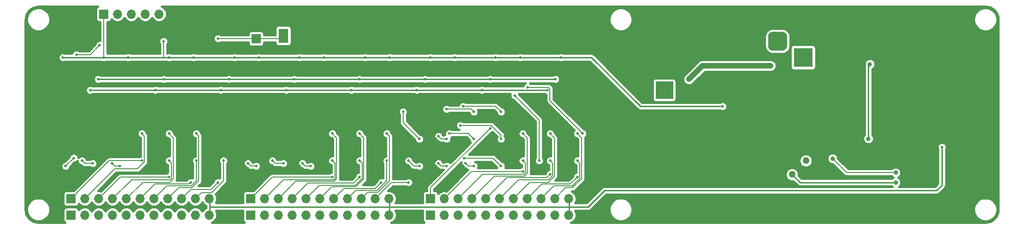
<source format=gbr>
%TF.GenerationSoftware,KiCad,Pcbnew,(5.1.5-131-g305ed0b65)-1*%
%TF.CreationDate,2020-09-08T16:10:38+08:00*%
%TF.ProjectId,NixieController,4e697869-6543-46f6-9e74-726f6c6c6572,rev?*%
%TF.SameCoordinates,Original*%
%TF.FileFunction,Copper,L2,Bot*%
%TF.FilePolarity,Positive*%
%FSLAX46Y46*%
G04 Gerber Fmt 4.6, Leading zero omitted, Abs format (unit mm)*
G04 Created by KiCad (PCBNEW (5.1.5-131-g305ed0b65)-1) date 2020-09-08 16:10:38*
%MOMM*%
%LPD*%
G01*
G04 APERTURE LIST*
%TA.AperFunction,SMDPad,CuDef*%
%ADD10R,1.800000X2.600000*%
%TD*%
%TA.AperFunction,ComponentPad*%
%ADD11O,1.700000X1.700000*%
%TD*%
%TA.AperFunction,ComponentPad*%
%ADD12R,1.700000X1.700000*%
%TD*%
%TA.AperFunction,ComponentPad*%
%ADD13R,3.500000X3.500000*%
%TD*%
%TA.AperFunction,ComponentPad*%
%ADD14C,1.260000*%
%TD*%
%TA.AperFunction,ComponentPad*%
%ADD15R,3.200000X3.200000*%
%TD*%
%TA.AperFunction,ComponentPad*%
%ADD16O,3.200000X3.200000*%
%TD*%
%TA.AperFunction,ViaPad*%
%ADD17C,0.800000*%
%TD*%
%TA.AperFunction,ViaPad*%
%ADD18C,0.500000*%
%TD*%
%TA.AperFunction,Conductor*%
%ADD19C,1.000000*%
%TD*%
%TA.AperFunction,Conductor*%
%ADD20C,0.254000*%
%TD*%
%TA.AperFunction,Conductor*%
%ADD21C,0.250000*%
%TD*%
%TA.AperFunction,Conductor*%
%ADD22C,0.152400*%
%TD*%
%TA.AperFunction,Conductor*%
%ADD23C,0.400000*%
%TD*%
G04 APERTURE END LIST*
D10*
%TO.P,BT1,2*%
%TO.N,GND*%
X108000000Y-99000000D03*
%TO.P,BT1,1*%
%TO.N,Net-(BT1-Pad1)*%
X108000000Y-81000000D03*
%TD*%
D11*
%TO.P,J8,2*%
%TO.N,GND*%
X103000000Y-79000000D03*
D12*
%TO.P,J8,1*%
%TO.N,Net-(BT1-Pad1)*%
X103000000Y-81540000D03*
%TD*%
D13*
%TO.P,J7,1*%
%TO.N,+12V*%
X203500000Y-85000000D03*
%TO.P,J7,2*%
%TO.N,GND*%
%TA.AperFunction,ComponentPad*%
G36*
G01*
X202500000Y-77500000D02*
X204500000Y-77500000D01*
G75*
G02*
X205250000Y-78250000I0J-750000D01*
G01*
X205250000Y-79750000D01*
G75*
G02*
X204500000Y-80500000I-750000J0D01*
G01*
X202500000Y-80500000D01*
G75*
G02*
X201750000Y-79750000I0J750000D01*
G01*
X201750000Y-78250000D01*
G75*
G02*
X202500000Y-77500000I750000J0D01*
G01*
G37*
%TD.AperFunction*%
%TO.P,J7,3*%
%TO.N,N/C*%
%TA.AperFunction,ComponentPad*%
G36*
G01*
X197925000Y-80250000D02*
X199675000Y-80250000D01*
G75*
G02*
X200550000Y-81125000I0J-875000D01*
G01*
X200550000Y-82875000D01*
G75*
G02*
X199675000Y-83750000I-875000J0D01*
G01*
X197925000Y-83750000D01*
G75*
G02*
X197050000Y-82875000I0J875000D01*
G01*
X197050000Y-81125000D01*
G75*
G02*
X197925000Y-80250000I875000J0D01*
G01*
G37*
%TD.AperFunction*%
%TD*%
D14*
%TO.P,RV1,3*%
%TO.N,GND*%
X198920000Y-104000000D03*
%TO.P,RV1,2*%
%TO.N,Net-(R5-Pad2)*%
X201460000Y-106540000D03*
%TO.P,RV1,1*%
%TO.N,Net-(RV1-Pad1)*%
X204000000Y-104000000D03*
%TD*%
D15*
%TO.P,D1,1*%
%TO.N,Net-(D1-Pad1)*%
X178000000Y-91000000D03*
D16*
%TO.P,D1,2*%
%TO.N,GND*%
X178000000Y-78300000D03*
%TD*%
D12*
%TO.P,J9,1*%
%TO.N,+5V*%
X75000000Y-77000000D03*
D11*
%TO.P,J9,2*%
%TO.N,/MOSI*%
X77540000Y-77000000D03*
%TO.P,J9,3*%
%TO.N,/MISO*%
X80080000Y-77000000D03*
%TO.P,J9,4*%
%TO.N,/SCK*%
X82620000Y-77000000D03*
%TO.P,J9,5*%
%TO.N,/RST*%
X85160000Y-77000000D03*
%TO.P,J9,6*%
%TO.N,GND*%
X87700000Y-77000000D03*
%TD*%
%TO.P,J1,12*%
%TO.N,GND*%
X96940000Y-114000000D03*
%TO.P,J1,11*%
%TO.N,+180V*%
X94400000Y-114000000D03*
%TO.P,J1,10*%
%TO.N,/D9*%
X91860000Y-114000000D03*
%TO.P,J1,9*%
%TO.N,/D8*%
X89320000Y-114000000D03*
%TO.P,J1,8*%
%TO.N,/D7*%
X86780000Y-114000000D03*
%TO.P,J1,7*%
%TO.N,/D6*%
X84240000Y-114000000D03*
%TO.P,J1,6*%
%TO.N,/D5*%
X81700000Y-114000000D03*
%TO.P,J1,5*%
%TO.N,/D4*%
X79160000Y-114000000D03*
%TO.P,J1,4*%
%TO.N,/D3*%
X76620000Y-114000000D03*
%TO.P,J1,3*%
%TO.N,/D2*%
X74080000Y-114000000D03*
%TO.P,J1,2*%
%TO.N,/D1*%
X71540000Y-114000000D03*
D12*
%TO.P,J1,1*%
%TO.N,/D0*%
X69000000Y-114000000D03*
%TD*%
D11*
%TO.P,J2,12*%
%TO.N,GND*%
X96940000Y-111000000D03*
%TO.P,J2,11*%
%TO.N,+180V*%
X94400000Y-111000000D03*
%TO.P,J2,10*%
%TO.N,/D19*%
X91860000Y-111000000D03*
%TO.P,J2,9*%
%TO.N,/D18*%
X89320000Y-111000000D03*
%TO.P,J2,8*%
%TO.N,/D17*%
X86780000Y-111000000D03*
%TO.P,J2,7*%
%TO.N,/D16*%
X84240000Y-111000000D03*
%TO.P,J2,6*%
%TO.N,/D15*%
X81700000Y-111000000D03*
%TO.P,J2,5*%
%TO.N,/D14*%
X79160000Y-111000000D03*
%TO.P,J2,4*%
%TO.N,/D13*%
X76620000Y-111000000D03*
%TO.P,J2,3*%
%TO.N,/D12*%
X74080000Y-111000000D03*
%TO.P,J2,2*%
%TO.N,/D11*%
X71540000Y-111000000D03*
D12*
%TO.P,J2,1*%
%TO.N,/D10*%
X69000000Y-111000000D03*
%TD*%
%TO.P,J3,1*%
%TO.N,/D20*%
X102000000Y-114000000D03*
D11*
%TO.P,J3,2*%
%TO.N,/D21*%
X104540000Y-114000000D03*
%TO.P,J3,3*%
%TO.N,/D22*%
X107080000Y-114000000D03*
%TO.P,J3,4*%
%TO.N,/D23*%
X109620000Y-114000000D03*
%TO.P,J3,5*%
%TO.N,/D24*%
X112160000Y-114000000D03*
%TO.P,J3,6*%
%TO.N,/D25*%
X114700000Y-114000000D03*
%TO.P,J3,7*%
%TO.N,/D26*%
X117240000Y-114000000D03*
%TO.P,J3,8*%
%TO.N,/D27*%
X119780000Y-114000000D03*
%TO.P,J3,9*%
%TO.N,/D28*%
X122320000Y-114000000D03*
%TO.P,J3,10*%
%TO.N,/D29*%
X124860000Y-114000000D03*
%TO.P,J3,11*%
%TO.N,+180V*%
X127400000Y-114000000D03*
%TO.P,J3,12*%
%TO.N,GND*%
X129940000Y-114000000D03*
%TD*%
D12*
%TO.P,J4,1*%
%TO.N,/D30*%
X102000000Y-111000000D03*
D11*
%TO.P,J4,2*%
%TO.N,/D31*%
X104540000Y-111000000D03*
%TO.P,J4,3*%
%TO.N,/D32*%
X107080000Y-111000000D03*
%TO.P,J4,4*%
%TO.N,/D33*%
X109620000Y-111000000D03*
%TO.P,J4,5*%
%TO.N,/D34*%
X112160000Y-111000000D03*
%TO.P,J4,6*%
%TO.N,/D35*%
X114700000Y-111000000D03*
%TO.P,J4,7*%
%TO.N,/D36*%
X117240000Y-111000000D03*
%TO.P,J4,8*%
%TO.N,/D37*%
X119780000Y-111000000D03*
%TO.P,J4,9*%
%TO.N,/D38*%
X122320000Y-111000000D03*
%TO.P,J4,10*%
%TO.N,/D39*%
X124860000Y-111000000D03*
%TO.P,J4,11*%
%TO.N,+180V*%
X127400000Y-111000000D03*
%TO.P,J4,12*%
%TO.N,GND*%
X129940000Y-111000000D03*
%TD*%
D12*
%TO.P,J5,1*%
%TO.N,/D40*%
X135000000Y-114000000D03*
D11*
%TO.P,J5,2*%
%TO.N,/D41*%
X137540000Y-114000000D03*
%TO.P,J5,3*%
%TO.N,/D42*%
X140080000Y-114000000D03*
%TO.P,J5,4*%
%TO.N,/D43*%
X142620000Y-114000000D03*
%TO.P,J5,5*%
%TO.N,/D44*%
X145160000Y-114000000D03*
%TO.P,J5,6*%
%TO.N,/D45*%
X147700000Y-114000000D03*
%TO.P,J5,7*%
%TO.N,/D46*%
X150240000Y-114000000D03*
%TO.P,J5,8*%
%TO.N,/D47*%
X152780000Y-114000000D03*
%TO.P,J5,9*%
%TO.N,/D48*%
X155320000Y-114000000D03*
%TO.P,J5,10*%
%TO.N,/D49*%
X157860000Y-114000000D03*
%TO.P,J5,11*%
%TO.N,+180V*%
X160400000Y-114000000D03*
%TO.P,J5,12*%
%TO.N,GND*%
X162940000Y-114000000D03*
%TD*%
%TO.P,J6,12*%
%TO.N,GND*%
X162940000Y-111000000D03*
%TO.P,J6,11*%
%TO.N,+180V*%
X160400000Y-111000000D03*
%TO.P,J6,10*%
%TO.N,/D59*%
X157860000Y-111000000D03*
%TO.P,J6,9*%
%TO.N,/D58*%
X155320000Y-111000000D03*
%TO.P,J6,8*%
%TO.N,/D57*%
X152780000Y-111000000D03*
%TO.P,J6,7*%
%TO.N,/D56*%
X150240000Y-111000000D03*
%TO.P,J6,6*%
%TO.N,/D55*%
X147700000Y-111000000D03*
%TO.P,J6,5*%
%TO.N,/D54*%
X145160000Y-111000000D03*
%TO.P,J6,4*%
%TO.N,/D53*%
X142620000Y-111000000D03*
%TO.P,J6,3*%
%TO.N,/D52*%
X140080000Y-111000000D03*
%TO.P,J6,2*%
%TO.N,/D51*%
X137540000Y-111000000D03*
D12*
%TO.P,J6,1*%
%TO.N,/D50*%
X135000000Y-111000000D03*
%TD*%
D17*
%TO.N,+12V*%
X182500000Y-89000000D03*
X197500000Y-86500000D03*
D18*
%TO.N,GND*%
X146000000Y-105000000D03*
X161000000Y-105000000D03*
X151000000Y-105000000D03*
X131000000Y-105000000D03*
X116000000Y-105000000D03*
X136000000Y-105000000D03*
X126000000Y-105000000D03*
X121000000Y-105000000D03*
X66000000Y-105000000D03*
X71000000Y-105000000D03*
X106000000Y-105000000D03*
X91000000Y-105000000D03*
X96000000Y-105000000D03*
X111000000Y-105000000D03*
X101000000Y-105000000D03*
X156000000Y-105000000D03*
X141000000Y-105000000D03*
X146000000Y-100000000D03*
X161000000Y-100000000D03*
X151000000Y-100000000D03*
X131000000Y-100000000D03*
X116000000Y-100000000D03*
X136000000Y-100000000D03*
X126000000Y-100000000D03*
X121000000Y-100000000D03*
X81000000Y-100000000D03*
X66000000Y-100000000D03*
X71000000Y-100000000D03*
X86000000Y-100000000D03*
X106000000Y-100000000D03*
X91000000Y-100000000D03*
X96000000Y-100000000D03*
X111000000Y-100000000D03*
X101000000Y-100000000D03*
X76000000Y-100000000D03*
X156000000Y-100000000D03*
X156000000Y-95000000D03*
X146000000Y-95000000D03*
X161000000Y-95000000D03*
X151000000Y-95000000D03*
X131000000Y-95000000D03*
X116000000Y-95000000D03*
X121000000Y-95000000D03*
X136000000Y-95000000D03*
X126000000Y-95000000D03*
X106000000Y-95000000D03*
X91000000Y-95000000D03*
X96000000Y-95000000D03*
X111000000Y-95000000D03*
X101000000Y-95000000D03*
X155500000Y-86000000D03*
X160500000Y-94000000D03*
X143500000Y-86000000D03*
X148500000Y-94000000D03*
X131500000Y-86000000D03*
X136500000Y-94000000D03*
X119500000Y-86000000D03*
X124500000Y-94000000D03*
X107500000Y-86000000D03*
X112500000Y-94000000D03*
X95500000Y-86000000D03*
X100500000Y-94000000D03*
X83500000Y-86000000D03*
X88500000Y-94000000D03*
D17*
X212500000Y-101500000D03*
X213500000Y-101500000D03*
X213500000Y-102500000D03*
X212500000Y-102500000D03*
X212500000Y-103500000D03*
X213500000Y-103500000D03*
X212500000Y-104500000D03*
X213500000Y-104500000D03*
D18*
X94500000Y-77000000D03*
X95500000Y-77000000D03*
X96500000Y-77000000D03*
X96000000Y-77500000D03*
X95000000Y-77500000D03*
X95500000Y-78000000D03*
X96500000Y-78000000D03*
X92500000Y-82000000D03*
X91500000Y-82000000D03*
X90500000Y-82000000D03*
X90000000Y-82500000D03*
X91000000Y-82500000D03*
X92000000Y-82500000D03*
X93000000Y-82500000D03*
X93500000Y-83000000D03*
X92500000Y-83000000D03*
X91500000Y-83000000D03*
X90500000Y-83000000D03*
X71500000Y-86000000D03*
X76500000Y-94000000D03*
X67000000Y-84000000D03*
X66000000Y-95000000D03*
X71000000Y-95000000D03*
X76000000Y-95000000D03*
X81000000Y-95000000D03*
X86000000Y-95000000D03*
X86000000Y-105000000D03*
X144500000Y-102500000D03*
X79000000Y-103000000D03*
X138500000Y-104000000D03*
X138500000Y-104000000D03*
X139500000Y-106000000D03*
X90000000Y-81500000D03*
X90500000Y-81000000D03*
X90000000Y-80500000D03*
X90500000Y-80000000D03*
X90000000Y-79500000D03*
X90500000Y-79000000D03*
X90000000Y-78500000D03*
X90500000Y-78000000D03*
X90000000Y-77500000D03*
X90500000Y-77000000D03*
X141000000Y-100000000D03*
X76000000Y-107500000D03*
X140033600Y-96000000D03*
X70154420Y-78154420D03*
X101500000Y-77000000D03*
%TO.N,+180V*%
X229000000Y-101500000D03*
D17*
%TO.N,Net-(Q1-Pad3)*%
X215480000Y-99950000D03*
X215739964Y-86229968D03*
D18*
%TO.N,+5V*%
X151500000Y-85000000D03*
X147000000Y-85000000D03*
X139500000Y-85000000D03*
X135000000Y-85000000D03*
X127500000Y-85000000D03*
X123000000Y-85000000D03*
X115500000Y-85000000D03*
X111000000Y-85000000D03*
X103500000Y-85000000D03*
X99000000Y-85000000D03*
X91500000Y-85000000D03*
X87000000Y-85000000D03*
X79500000Y-85000000D03*
X67500000Y-85000000D03*
X75000000Y-85000000D03*
X159000000Y-85000000D03*
X86000000Y-82000000D03*
X188700000Y-94000000D03*
%TO.N,/D19*%
X97000000Y-104000000D03*
%TO.N,/D18*%
X96000000Y-108000000D03*
%TO.N,/D17*%
X92000000Y-99000000D03*
%TO.N,/D16*%
X92000000Y-104000000D03*
%TO.N,/D15*%
X91000000Y-108000000D03*
%TO.N,/D14*%
X87000000Y-99000000D03*
%TO.N,/D13*%
X87000000Y-104000000D03*
%TO.N,/D12*%
X87000000Y-107000000D03*
%TO.N,/D11*%
X82000000Y-99000000D03*
%TO.N,/D10*%
X82000000Y-104000000D03*
%TO.N,/D30*%
X117000000Y-107000000D03*
%TO.N,/D31*%
X117000000Y-104000000D03*
%TO.N,/D32*%
X117000000Y-99000000D03*
%TO.N,/D33*%
X122000000Y-107000000D03*
%TO.N,/D34*%
X122000000Y-104000000D03*
%TO.N,/D35*%
X122000000Y-99000000D03*
%TO.N,/D36*%
X126000000Y-108000000D03*
%TO.N,/D37*%
X127000000Y-104000000D03*
%TO.N,/D38*%
X127000000Y-99000000D03*
%TO.N,/D39*%
X131000000Y-108000000D03*
%TO.N,/D59*%
X162000000Y-99000000D03*
%TO.N,/D58*%
X162000000Y-104000000D03*
%TO.N,/D57*%
X162000000Y-107000000D03*
%TO.N,/D56*%
X157000000Y-99000000D03*
%TO.N,/D55*%
X157000000Y-104000000D03*
%TO.N,/D54*%
X157000000Y-106500000D03*
%TO.N,/D53*%
X152000000Y-99000000D03*
%TO.N,/D52*%
X152000000Y-104000000D03*
%TO.N,/D51*%
X152000000Y-106000000D03*
%TO.N,/D50*%
X146000000Y-98000000D03*
%TO.N,/C0*%
X69500000Y-103500000D03*
X68000000Y-105000000D03*
%TO.N,/C3*%
X71000000Y-104000000D03*
X73000000Y-104500000D03*
%TO.N,/C6*%
X76500000Y-104500000D03*
X78000000Y-105000000D03*
%TO.N,/C21*%
X101500000Y-104500000D03*
X103000000Y-105000000D03*
%TO.N,/C24*%
X106000000Y-104000000D03*
X108000000Y-104500000D03*
%TO.N,/C27*%
X111500000Y-104500000D03*
X113000000Y-105000000D03*
%TO.N,/C39*%
X131000000Y-104000000D03*
X133000000Y-105000000D03*
%TO.N,/C40*%
X130000000Y-95000000D03*
X133000000Y-100000000D03*
%TO.N,/C42*%
X136500000Y-104500000D03*
X138000000Y-105000000D03*
%TO.N,/C43*%
X136500000Y-99500000D03*
X138000000Y-100000000D03*
%TO.N,/C45*%
X141500000Y-104500000D03*
X143000000Y-105000000D03*
%TO.N,/C46*%
X138500000Y-99000000D03*
X143000000Y-100000000D03*
%TO.N,/C47*%
X138000000Y-94500000D03*
X143000000Y-95000000D03*
%TO.N,/C48*%
X141176844Y-103500000D03*
X148000000Y-105000000D03*
%TO.N,/C49*%
X140500000Y-97500000D03*
X148000000Y-100000000D03*
%TO.N,/C50*%
X141000000Y-94000000D03*
X148000000Y-95000000D03*
%TO.N,/C54*%
X150500000Y-92000000D03*
X155000000Y-104000000D03*
%TO.N,/C58*%
X152875010Y-90470600D03*
X163000000Y-99000000D03*
D17*
%TO.N,Net-(R5-Pad2)*%
X220500000Y-108000000D03*
D18*
%TO.N,/SRCLK*%
X158000000Y-89000000D03*
X146000000Y-89000000D03*
X134000000Y-89000000D03*
X122000000Y-89000000D03*
X110000000Y-89000000D03*
X98000000Y-89000000D03*
X86000000Y-89000000D03*
X74000000Y-89000000D03*
%TO.N,/RCLK*%
X156500000Y-91000000D03*
X144500000Y-91000000D03*
X132500000Y-91000000D03*
X120500000Y-91000000D03*
X108500000Y-91000000D03*
X96500000Y-91000000D03*
X84500000Y-91000000D03*
X72500000Y-91000000D03*
D17*
%TO.N,Net-(R4-Pad2)*%
X208900000Y-103600000D03*
X220500000Y-106200000D03*
D18*
%TO.N,/MISO*%
X74250000Y-82750000D03*
X70000000Y-84470600D03*
%TO.N,Net-(BT1-Pad1)*%
X96000000Y-81500000D03*
%TD*%
D19*
%TO.N,+12V*%
X182500000Y-89000000D02*
X185000000Y-86500000D01*
X185000000Y-86500000D02*
X197500000Y-86500000D01*
D20*
%TO.N,+180V*%
X94500000Y-111100000D02*
X94400000Y-111000000D01*
X94500000Y-112500000D02*
X94500000Y-111100000D01*
X94500000Y-113900000D02*
X94400000Y-114000000D01*
X94500000Y-112500000D02*
X94500000Y-113900000D01*
X127500000Y-111100000D02*
X127400000Y-111000000D01*
X127500000Y-112500000D02*
X94500000Y-112500000D01*
X127500000Y-112500000D02*
X127500000Y-111100000D01*
X127500000Y-113900000D02*
X127400000Y-114000000D01*
X127500000Y-112500000D02*
X127500000Y-113900000D01*
X160500000Y-112500000D02*
X160500000Y-111100000D01*
X160500000Y-111100000D02*
X160400000Y-111000000D01*
X160500000Y-112500000D02*
X127500000Y-112500000D01*
X160500000Y-113900000D02*
X160400000Y-114000000D01*
X160500000Y-112500000D02*
X160500000Y-113900000D01*
X229000000Y-101500000D02*
X229000000Y-108500000D01*
X229000000Y-108500000D02*
X228000000Y-109500000D01*
X228000000Y-109500000D02*
X167000000Y-109500000D01*
X164000000Y-112500000D02*
X160500000Y-112500000D01*
X167000000Y-109500000D02*
X164000000Y-112500000D01*
D21*
%TO.N,Net-(Q1-Pad3)*%
X215480000Y-99950000D02*
X215480000Y-86489932D01*
X215480000Y-86489932D02*
X215739964Y-86229968D01*
D20*
%TO.N,+5V*%
X67500000Y-85000000D02*
X75000000Y-85000000D01*
X75000000Y-85000000D02*
X79500000Y-85000000D01*
X87000000Y-85000000D02*
X91500000Y-85000000D01*
X99000000Y-85000000D02*
X103500000Y-85000000D01*
X111000000Y-85000000D02*
X115500000Y-85000000D01*
X123000000Y-85000000D02*
X127500000Y-85000000D01*
X135000000Y-85000000D02*
X139500000Y-85000000D01*
X147000000Y-85000000D02*
X151500000Y-85000000D01*
X151500000Y-85000000D02*
X159000000Y-85000000D01*
X139500000Y-85000000D02*
X147000000Y-85000000D01*
X127500000Y-85000000D02*
X135000000Y-85000000D01*
X115500000Y-85000000D02*
X123000000Y-85000000D01*
X91500000Y-85000000D02*
X99000000Y-85000000D01*
X103500000Y-85000000D02*
X111000000Y-85000000D01*
X79500000Y-85000000D02*
X84000000Y-85000000D01*
X84000000Y-85000000D02*
X84750000Y-85000000D01*
D22*
X75000000Y-85000000D02*
X75000000Y-77000000D01*
D20*
X84750000Y-85000000D02*
X86000000Y-85000000D01*
X86000000Y-85000000D02*
X87000000Y-85000000D01*
D22*
X86000000Y-82000000D02*
X86000000Y-85000000D01*
D20*
X164600000Y-85000000D02*
X159000000Y-85000000D01*
X188700000Y-94000000D02*
X173600000Y-94000000D01*
X173600000Y-94000000D02*
X164600000Y-85000000D01*
D22*
%TO.N,/D19*%
X92938601Y-109921399D02*
X91860000Y-111000000D01*
X94786931Y-109921399D02*
X92938601Y-109921399D01*
X97000000Y-107708330D02*
X94786931Y-109921399D01*
X97000000Y-104000000D02*
X97000000Y-107708330D01*
%TO.N,/D18*%
X96000000Y-108000000D02*
X94695190Y-109304810D01*
X91015190Y-109304810D02*
X89320000Y-111000000D01*
X94695190Y-109304810D02*
X91015190Y-109304810D01*
%TO.N,/D17*%
X92478601Y-107660795D02*
X91139396Y-109000000D01*
X92000000Y-99000000D02*
X92478601Y-99478601D01*
X92478601Y-99478601D02*
X92478601Y-107660795D01*
X88780000Y-109000000D02*
X86780000Y-111000000D01*
X91139396Y-109000000D02*
X88780000Y-109000000D01*
%TO.N,/D16*%
X92000000Y-107708330D02*
X91098710Y-108609620D01*
X92000000Y-104000000D02*
X92000000Y-107708330D01*
X86630380Y-108609620D02*
X84240000Y-111000000D01*
X91098710Y-108609620D02*
X86630380Y-108609620D01*
%TO.N,/D15*%
X84395190Y-108304810D02*
X81700000Y-111000000D01*
X90695190Y-108304810D02*
X84395190Y-108304810D01*
X91000000Y-108000000D02*
X90695190Y-108304810D01*
%TO.N,/D14*%
X87783410Y-107355986D02*
X87139396Y-108000000D01*
X87000000Y-99000000D02*
X87783410Y-99783410D01*
X87783410Y-99783410D02*
X87783410Y-107355986D01*
X82160000Y-108000000D02*
X79160000Y-111000000D01*
X87139396Y-108000000D02*
X82160000Y-108000000D01*
%TO.N,/D13*%
X87478601Y-107229729D02*
X87208330Y-107500000D01*
X87000000Y-104000000D02*
X87478601Y-104478601D01*
X87478601Y-104478601D02*
X87478601Y-107229729D01*
X80120000Y-107500000D02*
X76620000Y-111000000D01*
X87208330Y-107500000D02*
X80120000Y-107500000D01*
%TO.N,/D12*%
X78080000Y-107000000D02*
X74080000Y-111000000D01*
X87000000Y-107000000D02*
X78080000Y-107000000D01*
%TO.N,/D11*%
X82478601Y-104229729D02*
X81208330Y-105500000D01*
X82000000Y-99000000D02*
X82478601Y-99478601D01*
X82478601Y-99478601D02*
X82478601Y-104229729D01*
X77040000Y-105500000D02*
X71540000Y-111000000D01*
X81208330Y-105500000D02*
X77040000Y-105500000D01*
%TO.N,/D10*%
X76000000Y-104000000D02*
X69000000Y-111000000D01*
X82000000Y-104000000D02*
X76000000Y-104000000D01*
%TO.N,/D30*%
X106000000Y-107000000D02*
X102000000Y-111000000D01*
X117000000Y-107000000D02*
X106000000Y-107000000D01*
%TO.N,/D31*%
X117478601Y-107229729D02*
X117208330Y-107500000D01*
X117000000Y-104000000D02*
X117478601Y-104478601D01*
X117478601Y-104478601D02*
X117478601Y-107229729D01*
X108040000Y-107500000D02*
X104540000Y-111000000D01*
X117208330Y-107500000D02*
X108040000Y-107500000D01*
%TO.N,/D32*%
X117783410Y-107355986D02*
X117334586Y-107804810D01*
X117000000Y-99000000D02*
X117783410Y-99783410D01*
X117783410Y-99783410D02*
X117783410Y-107355986D01*
X110275190Y-107804810D02*
X107080000Y-111000000D01*
X117334586Y-107804810D02*
X110275190Y-107804810D01*
%TO.N,/D33*%
X112510380Y-108109620D02*
X109620000Y-111000000D01*
X122000000Y-107000000D02*
X120890380Y-108109620D01*
X120890380Y-108109620D02*
X112510380Y-108109620D01*
%TO.N,/D34*%
X122000000Y-104000000D02*
X122478601Y-104478601D01*
X122478601Y-107229729D02*
X121208330Y-108500000D01*
X122478601Y-104478601D02*
X122478601Y-107229729D01*
X114660000Y-108500000D02*
X112160000Y-111000000D01*
X121208330Y-108500000D02*
X114660000Y-108500000D01*
%TO.N,/D35*%
X122783410Y-107355986D02*
X121334586Y-108804810D01*
X122000000Y-99000000D02*
X122783410Y-99783410D01*
X122783410Y-99783410D02*
X122783410Y-107355986D01*
X116895190Y-108804810D02*
X114700000Y-111000000D01*
X121334586Y-108804810D02*
X116895190Y-108804810D01*
%TO.N,/D36*%
X126000000Y-108000000D02*
X124879657Y-109120343D01*
X119119657Y-109120343D02*
X117240000Y-111000000D01*
X124879657Y-109120343D02*
X119119657Y-109120343D01*
%TO.N,/D37*%
X127000000Y-107708330D02*
X125208330Y-109500000D01*
X127000000Y-104000000D02*
X127000000Y-107708330D01*
X121280000Y-109500000D02*
X119780000Y-111000000D01*
X125208330Y-109500000D02*
X121280000Y-109500000D01*
%TO.N,/D38*%
X127478601Y-107660795D02*
X125334586Y-109804810D01*
X127000000Y-99000000D02*
X127478601Y-99478601D01*
X127478601Y-99478601D02*
X127478601Y-107660795D01*
X123515190Y-109804810D02*
X122320000Y-111000000D01*
X125334586Y-109804810D02*
X123515190Y-109804810D01*
%TO.N,/D39*%
X127860000Y-108000000D02*
X124860000Y-111000000D01*
X131000000Y-108000000D02*
X127860000Y-108000000D01*
%TO.N,/D59*%
X162783410Y-107355986D02*
X161139396Y-109000000D01*
X162000000Y-99000000D02*
X162783410Y-99783410D01*
X162783410Y-99783410D02*
X162783410Y-107355986D01*
X159860000Y-109000000D02*
X157860000Y-111000000D01*
X161139396Y-109000000D02*
X159860000Y-109000000D01*
%TO.N,/D58*%
X162478601Y-107229729D02*
X161098710Y-108609620D01*
X162000000Y-104000000D02*
X162478601Y-104478601D01*
X162478601Y-104478601D02*
X162478601Y-107229729D01*
X157710380Y-108609620D02*
X155320000Y-111000000D01*
X161098710Y-108609620D02*
X157710380Y-108609620D01*
%TO.N,/D57*%
X155475190Y-108304810D02*
X152780000Y-111000000D01*
X162000000Y-107000000D02*
X160695190Y-108304810D01*
X160695190Y-108304810D02*
X155475190Y-108304810D01*
%TO.N,/D56*%
X157783410Y-106855986D02*
X156639396Y-108000000D01*
X157000000Y-99000000D02*
X157783410Y-99783410D01*
X157783410Y-99783410D02*
X157783410Y-106855986D01*
X153240000Y-108000000D02*
X150240000Y-111000000D01*
X156639396Y-108000000D02*
X153240000Y-108000000D01*
%TO.N,/D55*%
X157478601Y-106729729D02*
X156708330Y-107500000D01*
X157000000Y-104000000D02*
X157478601Y-104478601D01*
X157478601Y-104478601D02*
X157478601Y-106729729D01*
X151200000Y-107500000D02*
X147700000Y-111000000D01*
X156708330Y-107500000D02*
X151200000Y-107500000D01*
%TO.N,/D54*%
X157000000Y-106500000D02*
X156390380Y-107109620D01*
X149050380Y-107109620D02*
X145160000Y-111000000D01*
X156390380Y-107109620D02*
X149050380Y-107109620D01*
%TO.N,/D53*%
X152783410Y-106355986D02*
X152334586Y-106804810D01*
X152000000Y-99000000D02*
X152783410Y-99783410D01*
X152783410Y-99783410D02*
X152783410Y-106355986D01*
X146815190Y-106804810D02*
X142620000Y-111000000D01*
X152334586Y-106804810D02*
X146815190Y-106804810D01*
%TO.N,/D52*%
X152000000Y-104000000D02*
X152478601Y-104478601D01*
X152478601Y-106229729D02*
X152208330Y-106500000D01*
X152478601Y-104478601D02*
X152478601Y-106229729D01*
X144580000Y-106500000D02*
X140080000Y-111000000D01*
X152208330Y-106500000D02*
X144580000Y-106500000D01*
%TO.N,/D51*%
X142540000Y-106000000D02*
X137540000Y-111000000D01*
X152000000Y-106000000D02*
X142540000Y-106000000D01*
%TO.N,/D50*%
X135000000Y-109000000D02*
X135000000Y-111000000D01*
X146000000Y-98000000D02*
X135000000Y-109000000D01*
%TO.N,/C0*%
X69500000Y-103500000D02*
X68000000Y-105000000D01*
%TO.N,/C3*%
X71000000Y-104000000D02*
X71500000Y-104500000D01*
X71500000Y-104500000D02*
X73000000Y-104500000D01*
%TO.N,/C6*%
X76500000Y-104500000D02*
X77000000Y-105000000D01*
X77000000Y-105000000D02*
X78000000Y-105000000D01*
%TO.N,/C21*%
X101500000Y-104500000D02*
X102000000Y-105000000D01*
X102000000Y-105000000D02*
X103000000Y-105000000D01*
%TO.N,/C24*%
X106000000Y-104000000D02*
X106500000Y-104500000D01*
X106500000Y-104500000D02*
X108000000Y-104500000D01*
%TO.N,/C27*%
X111500000Y-104500000D02*
X112000000Y-105000000D01*
X112000000Y-105000000D02*
X113000000Y-105000000D01*
%TO.N,/C39*%
X131000000Y-104000000D02*
X132000000Y-105000000D01*
X132000000Y-105000000D02*
X133000000Y-105000000D01*
%TO.N,/C40*%
X130000000Y-95000000D02*
X130000000Y-97000000D01*
X130000000Y-97000000D02*
X133000000Y-100000000D01*
%TO.N,/C42*%
X136500000Y-104500000D02*
X137000000Y-105000000D01*
X137000000Y-105000000D02*
X138000000Y-105000000D01*
%TO.N,/C43*%
X136500000Y-99500000D02*
X137000000Y-100000000D01*
X137000000Y-100000000D02*
X138000000Y-100000000D01*
%TO.N,/C45*%
X141500000Y-104500000D02*
X142000000Y-105000000D01*
X142000000Y-105000000D02*
X143000000Y-105000000D01*
%TO.N,/C46*%
X138500000Y-99000000D02*
X142000000Y-99000000D01*
X142000000Y-99000000D02*
X143000000Y-100000000D01*
%TO.N,/C47*%
X138000000Y-94500000D02*
X142500000Y-94500000D01*
X142500000Y-94500000D02*
X143000000Y-95000000D01*
%TO.N,/C48*%
X141176844Y-103500000D02*
X146500000Y-103500000D01*
X146500000Y-103500000D02*
X148000000Y-105000000D01*
%TO.N,/C49*%
X148000000Y-99291670D02*
X148000000Y-100000000D01*
X140500000Y-97500000D02*
X146208330Y-97500000D01*
X146208330Y-97500000D02*
X148000000Y-99291670D01*
%TO.N,/C50*%
X141000000Y-94000000D02*
X147000000Y-94000000D01*
X147000000Y-94000000D02*
X148000000Y-95000000D01*
%TO.N,/C54*%
X150500000Y-92000000D02*
X155000000Y-96500000D01*
X155000000Y-96500000D02*
X155000000Y-104000000D01*
%TO.N,/C58*%
X156978601Y-92978601D02*
X163000000Y-99000000D01*
X156978601Y-90770271D02*
X156978601Y-92978601D01*
X152875010Y-90470600D02*
X156678930Y-90470600D01*
X156678930Y-90470600D02*
X156978601Y-90770271D01*
D21*
%TO.N,Net-(R5-Pad2)*%
X202920000Y-108000000D02*
X201460000Y-106540000D01*
X220500000Y-108000000D02*
X202920000Y-108000000D01*
D20*
%TO.N,/SRCLK*%
X158000000Y-89000000D02*
X146000000Y-89000000D01*
X146000000Y-89000000D02*
X134000000Y-89000000D01*
X134000000Y-89000000D02*
X122000000Y-89000000D01*
X122000000Y-89000000D02*
X110000000Y-89000000D01*
X110000000Y-89000000D02*
X98000000Y-89000000D01*
X98000000Y-89000000D02*
X86000000Y-89000000D01*
X86000000Y-89000000D02*
X74000000Y-89000000D01*
%TO.N,/RCLK*%
X72500000Y-91000000D02*
X84500000Y-91000000D01*
X84500000Y-91000000D02*
X96500000Y-91000000D01*
X96500000Y-91000000D02*
X108500000Y-91000000D01*
X108500000Y-91000000D02*
X120500000Y-91000000D01*
X120500000Y-91000000D02*
X132500000Y-91000000D01*
X132500000Y-91000000D02*
X144500000Y-91000000D01*
X144500000Y-91000000D02*
X156500000Y-91000000D01*
D22*
%TO.N,Net-(R4-Pad2)*%
X211500000Y-106200000D02*
X208900000Y-103600000D01*
X220500000Y-106200000D02*
X211500000Y-106200000D01*
%TO.N,/MISO*%
X74250000Y-82750000D02*
X72529400Y-84470600D01*
X72529400Y-84470600D02*
X70000000Y-84470600D01*
%TO.N,Net-(BT1-Pad1)*%
X102960000Y-81500000D02*
X103000000Y-81540000D01*
X96000000Y-81500000D02*
X102960000Y-81500000D01*
X107460000Y-81540000D02*
X108000000Y-81000000D01*
X103000000Y-81540000D02*
X107460000Y-81540000D01*
%TD*%
D23*
%TO.N,GND*%
G36*
X73815045Y-75648704D02*
G01*
X73723683Y-75723683D01*
X73648704Y-75815045D01*
X73592990Y-75919279D01*
X73558682Y-76032379D01*
X73547097Y-76150000D01*
X73547097Y-77850000D01*
X73558682Y-77967621D01*
X73592990Y-78080721D01*
X73648704Y-78184955D01*
X73723683Y-78276317D01*
X73815045Y-78351296D01*
X73919279Y-78407010D01*
X74032379Y-78441318D01*
X74150000Y-78452903D01*
X74323801Y-78452903D01*
X74323800Y-81900000D01*
X74166282Y-81900000D01*
X74002064Y-81932665D01*
X73847374Y-81996740D01*
X73708156Y-82089762D01*
X73589762Y-82208156D01*
X73496740Y-82347374D01*
X73432665Y-82502064D01*
X73405605Y-82638104D01*
X72249310Y-83794400D01*
X70517955Y-83794400D01*
X70402626Y-83717340D01*
X70247936Y-83653265D01*
X70083718Y-83620600D01*
X69916282Y-83620600D01*
X69752064Y-83653265D01*
X69597374Y-83717340D01*
X69458156Y-83810362D01*
X69339762Y-83928756D01*
X69246740Y-84067974D01*
X69182665Y-84222664D01*
X69172653Y-84273000D01*
X67941927Y-84273000D01*
X67902626Y-84246740D01*
X67747936Y-84182665D01*
X67583718Y-84150000D01*
X67416282Y-84150000D01*
X67252064Y-84182665D01*
X67097374Y-84246740D01*
X66958156Y-84339762D01*
X66839762Y-84458156D01*
X66746740Y-84597374D01*
X66682665Y-84752064D01*
X66650000Y-84916282D01*
X66650000Y-85083718D01*
X66682665Y-85247936D01*
X66746740Y-85402626D01*
X66839762Y-85541844D01*
X66958156Y-85660238D01*
X67097374Y-85753260D01*
X67252064Y-85817335D01*
X67416282Y-85850000D01*
X67583718Y-85850000D01*
X67747936Y-85817335D01*
X67902626Y-85753260D01*
X67941927Y-85727000D01*
X74558073Y-85727000D01*
X74597374Y-85753260D01*
X74752064Y-85817335D01*
X74916282Y-85850000D01*
X75083718Y-85850000D01*
X75247936Y-85817335D01*
X75402626Y-85753260D01*
X75441927Y-85727000D01*
X79058073Y-85727000D01*
X79097374Y-85753260D01*
X79252064Y-85817335D01*
X79416282Y-85850000D01*
X79583718Y-85850000D01*
X79747936Y-85817335D01*
X79902626Y-85753260D01*
X79941927Y-85727000D01*
X86558073Y-85727000D01*
X86597374Y-85753260D01*
X86752064Y-85817335D01*
X86916282Y-85850000D01*
X87083718Y-85850000D01*
X87247936Y-85817335D01*
X87402626Y-85753260D01*
X87441927Y-85727000D01*
X91058073Y-85727000D01*
X91097374Y-85753260D01*
X91252064Y-85817335D01*
X91416282Y-85850000D01*
X91583718Y-85850000D01*
X91747936Y-85817335D01*
X91902626Y-85753260D01*
X91941927Y-85727000D01*
X98558073Y-85727000D01*
X98597374Y-85753260D01*
X98752064Y-85817335D01*
X98916282Y-85850000D01*
X99083718Y-85850000D01*
X99247936Y-85817335D01*
X99402626Y-85753260D01*
X99441927Y-85727000D01*
X103058073Y-85727000D01*
X103097374Y-85753260D01*
X103252064Y-85817335D01*
X103416282Y-85850000D01*
X103583718Y-85850000D01*
X103747936Y-85817335D01*
X103902626Y-85753260D01*
X103941927Y-85727000D01*
X110558073Y-85727000D01*
X110597374Y-85753260D01*
X110752064Y-85817335D01*
X110916282Y-85850000D01*
X111083718Y-85850000D01*
X111247936Y-85817335D01*
X111402626Y-85753260D01*
X111441927Y-85727000D01*
X115058073Y-85727000D01*
X115097374Y-85753260D01*
X115252064Y-85817335D01*
X115416282Y-85850000D01*
X115583718Y-85850000D01*
X115747936Y-85817335D01*
X115902626Y-85753260D01*
X115941927Y-85727000D01*
X122558073Y-85727000D01*
X122597374Y-85753260D01*
X122752064Y-85817335D01*
X122916282Y-85850000D01*
X123083718Y-85850000D01*
X123247936Y-85817335D01*
X123402626Y-85753260D01*
X123441927Y-85727000D01*
X127058073Y-85727000D01*
X127097374Y-85753260D01*
X127252064Y-85817335D01*
X127416282Y-85850000D01*
X127583718Y-85850000D01*
X127747936Y-85817335D01*
X127902626Y-85753260D01*
X127941927Y-85727000D01*
X134558073Y-85727000D01*
X134597374Y-85753260D01*
X134752064Y-85817335D01*
X134916282Y-85850000D01*
X135083718Y-85850000D01*
X135247936Y-85817335D01*
X135402626Y-85753260D01*
X135441927Y-85727000D01*
X139058073Y-85727000D01*
X139097374Y-85753260D01*
X139252064Y-85817335D01*
X139416282Y-85850000D01*
X139583718Y-85850000D01*
X139747936Y-85817335D01*
X139902626Y-85753260D01*
X139941927Y-85727000D01*
X146558073Y-85727000D01*
X146597374Y-85753260D01*
X146752064Y-85817335D01*
X146916282Y-85850000D01*
X147083718Y-85850000D01*
X147247936Y-85817335D01*
X147402626Y-85753260D01*
X147441927Y-85727000D01*
X151058073Y-85727000D01*
X151097374Y-85753260D01*
X151252064Y-85817335D01*
X151416282Y-85850000D01*
X151583718Y-85850000D01*
X151747936Y-85817335D01*
X151902626Y-85753260D01*
X151941927Y-85727000D01*
X158558073Y-85727000D01*
X158597374Y-85753260D01*
X158752064Y-85817335D01*
X158916282Y-85850000D01*
X159083718Y-85850000D01*
X159247936Y-85817335D01*
X159402626Y-85753260D01*
X159441927Y-85727000D01*
X164298868Y-85727000D01*
X173060679Y-94488812D01*
X173083446Y-94516554D01*
X173194147Y-94607403D01*
X173292994Y-94660238D01*
X173320443Y-94674910D01*
X173457482Y-94716480D01*
X173599999Y-94730517D01*
X173635707Y-94727000D01*
X188258073Y-94727000D01*
X188297374Y-94753260D01*
X188452064Y-94817335D01*
X188616282Y-94850000D01*
X188783718Y-94850000D01*
X188947936Y-94817335D01*
X189102626Y-94753260D01*
X189241844Y-94660238D01*
X189360238Y-94541844D01*
X189453260Y-94402626D01*
X189517335Y-94247936D01*
X189550000Y-94083718D01*
X189550000Y-93916282D01*
X189517335Y-93752064D01*
X189453260Y-93597374D01*
X189360238Y-93458156D01*
X189241844Y-93339762D01*
X189102626Y-93246740D01*
X188947936Y-93182665D01*
X188783718Y-93150000D01*
X188616282Y-93150000D01*
X188452064Y-93182665D01*
X188297374Y-93246740D01*
X188258073Y-93273000D01*
X173901133Y-93273000D01*
X170028133Y-89400000D01*
X175797097Y-89400000D01*
X175797097Y-92600000D01*
X175808682Y-92717621D01*
X175842990Y-92830721D01*
X175898704Y-92934955D01*
X175973683Y-93026317D01*
X176065045Y-93101296D01*
X176169279Y-93157010D01*
X176282379Y-93191318D01*
X176400000Y-93202903D01*
X179600000Y-93202903D01*
X179717621Y-93191318D01*
X179830721Y-93157010D01*
X179934955Y-93101296D01*
X180026317Y-93026317D01*
X180101296Y-92934955D01*
X180157010Y-92830721D01*
X180191318Y-92717621D01*
X180202903Y-92600000D01*
X180202903Y-89400000D01*
X180191318Y-89282379D01*
X180157010Y-89169279D01*
X180101296Y-89065045D01*
X180047915Y-89000000D01*
X181394678Y-89000000D01*
X181415917Y-89215637D01*
X181478817Y-89422988D01*
X181580958Y-89614084D01*
X181718420Y-89781580D01*
X181885916Y-89919042D01*
X182077012Y-90021183D01*
X182284363Y-90084083D01*
X182500000Y-90105322D01*
X182715637Y-90084083D01*
X182922988Y-90021183D01*
X183114084Y-89919042D01*
X183239608Y-89816026D01*
X185455635Y-87600000D01*
X197554036Y-87600000D01*
X197715638Y-87584084D01*
X197922988Y-87521184D01*
X198114084Y-87419042D01*
X198281581Y-87281581D01*
X198419042Y-87114084D01*
X198521184Y-86922988D01*
X198584084Y-86715638D01*
X198605322Y-86500000D01*
X198584084Y-86284362D01*
X198521184Y-86077012D01*
X198419042Y-85885916D01*
X198281581Y-85718419D01*
X198114084Y-85580958D01*
X197922988Y-85478816D01*
X197715638Y-85415916D01*
X197554036Y-85400000D01*
X185054034Y-85400000D01*
X185000000Y-85394678D01*
X184945966Y-85400000D01*
X184945964Y-85400000D01*
X184784362Y-85415916D01*
X184577012Y-85478816D01*
X184385916Y-85580958D01*
X184218419Y-85718419D01*
X184183971Y-85760394D01*
X181683974Y-88260392D01*
X181580958Y-88385916D01*
X181478817Y-88577012D01*
X181415917Y-88784363D01*
X181394678Y-89000000D01*
X180047915Y-89000000D01*
X180026317Y-88973683D01*
X179934955Y-88898704D01*
X179830721Y-88842990D01*
X179717621Y-88808682D01*
X179600000Y-88797097D01*
X176400000Y-88797097D01*
X176282379Y-88808682D01*
X176169279Y-88842990D01*
X176065045Y-88898704D01*
X175973683Y-88973683D01*
X175898704Y-89065045D01*
X175842990Y-89169279D01*
X175808682Y-89282379D01*
X175797097Y-89400000D01*
X170028133Y-89400000D01*
X165139326Y-84511194D01*
X165116554Y-84483446D01*
X165005853Y-84392597D01*
X164879557Y-84325090D01*
X164742517Y-84283520D01*
X164635708Y-84273000D01*
X164600000Y-84269483D01*
X164564292Y-84273000D01*
X159441927Y-84273000D01*
X159402626Y-84246740D01*
X159247936Y-84182665D01*
X159083718Y-84150000D01*
X158916282Y-84150000D01*
X158752064Y-84182665D01*
X158597374Y-84246740D01*
X158558073Y-84273000D01*
X151941927Y-84273000D01*
X151902626Y-84246740D01*
X151747936Y-84182665D01*
X151583718Y-84150000D01*
X151416282Y-84150000D01*
X151252064Y-84182665D01*
X151097374Y-84246740D01*
X151058073Y-84273000D01*
X147441927Y-84273000D01*
X147402626Y-84246740D01*
X147247936Y-84182665D01*
X147083718Y-84150000D01*
X146916282Y-84150000D01*
X146752064Y-84182665D01*
X146597374Y-84246740D01*
X146558073Y-84273000D01*
X139941927Y-84273000D01*
X139902626Y-84246740D01*
X139747936Y-84182665D01*
X139583718Y-84150000D01*
X139416282Y-84150000D01*
X139252064Y-84182665D01*
X139097374Y-84246740D01*
X139058073Y-84273000D01*
X135441927Y-84273000D01*
X135402626Y-84246740D01*
X135247936Y-84182665D01*
X135083718Y-84150000D01*
X134916282Y-84150000D01*
X134752064Y-84182665D01*
X134597374Y-84246740D01*
X134558073Y-84273000D01*
X127941927Y-84273000D01*
X127902626Y-84246740D01*
X127747936Y-84182665D01*
X127583718Y-84150000D01*
X127416282Y-84150000D01*
X127252064Y-84182665D01*
X127097374Y-84246740D01*
X127058073Y-84273000D01*
X123441927Y-84273000D01*
X123402626Y-84246740D01*
X123247936Y-84182665D01*
X123083718Y-84150000D01*
X122916282Y-84150000D01*
X122752064Y-84182665D01*
X122597374Y-84246740D01*
X122558073Y-84273000D01*
X115941927Y-84273000D01*
X115902626Y-84246740D01*
X115747936Y-84182665D01*
X115583718Y-84150000D01*
X115416282Y-84150000D01*
X115252064Y-84182665D01*
X115097374Y-84246740D01*
X115058073Y-84273000D01*
X111441927Y-84273000D01*
X111402626Y-84246740D01*
X111247936Y-84182665D01*
X111083718Y-84150000D01*
X110916282Y-84150000D01*
X110752064Y-84182665D01*
X110597374Y-84246740D01*
X110558073Y-84273000D01*
X103941927Y-84273000D01*
X103902626Y-84246740D01*
X103747936Y-84182665D01*
X103583718Y-84150000D01*
X103416282Y-84150000D01*
X103252064Y-84182665D01*
X103097374Y-84246740D01*
X103058073Y-84273000D01*
X99441927Y-84273000D01*
X99402626Y-84246740D01*
X99247936Y-84182665D01*
X99083718Y-84150000D01*
X98916282Y-84150000D01*
X98752064Y-84182665D01*
X98597374Y-84246740D01*
X98558073Y-84273000D01*
X91941927Y-84273000D01*
X91902626Y-84246740D01*
X91747936Y-84182665D01*
X91583718Y-84150000D01*
X91416282Y-84150000D01*
X91252064Y-84182665D01*
X91097374Y-84246740D01*
X91058073Y-84273000D01*
X87441927Y-84273000D01*
X87402626Y-84246740D01*
X87247936Y-84182665D01*
X87083718Y-84150000D01*
X86916282Y-84150000D01*
X86752064Y-84182665D01*
X86676200Y-84214089D01*
X86676200Y-82517955D01*
X86753260Y-82402626D01*
X86817335Y-82247936D01*
X86850000Y-82083718D01*
X86850000Y-81916282D01*
X86817335Y-81752064D01*
X86753260Y-81597374D01*
X86660238Y-81458156D01*
X86618364Y-81416282D01*
X95150000Y-81416282D01*
X95150000Y-81583718D01*
X95182665Y-81747936D01*
X95246740Y-81902626D01*
X95339762Y-82041844D01*
X95458156Y-82160238D01*
X95597374Y-82253260D01*
X95752064Y-82317335D01*
X95916282Y-82350000D01*
X96083718Y-82350000D01*
X96247936Y-82317335D01*
X96402626Y-82253260D01*
X96517955Y-82176200D01*
X101547097Y-82176200D01*
X101547097Y-82390000D01*
X101558682Y-82507621D01*
X101592990Y-82620721D01*
X101648704Y-82724955D01*
X101723683Y-82816317D01*
X101815045Y-82891296D01*
X101919279Y-82947010D01*
X102032379Y-82981318D01*
X102150000Y-82992903D01*
X103850000Y-82992903D01*
X103967621Y-82981318D01*
X104080721Y-82947010D01*
X104184955Y-82891296D01*
X104276317Y-82816317D01*
X104351296Y-82724955D01*
X104407010Y-82620721D01*
X104441318Y-82507621D01*
X104452903Y-82390000D01*
X104452903Y-82216200D01*
X106497097Y-82216200D01*
X106497097Y-82300000D01*
X106508682Y-82417621D01*
X106542990Y-82530721D01*
X106598704Y-82634955D01*
X106673683Y-82726317D01*
X106765045Y-82801296D01*
X106869279Y-82857010D01*
X106982379Y-82891318D01*
X107100000Y-82902903D01*
X108900000Y-82902903D01*
X109017621Y-82891318D01*
X109130721Y-82857010D01*
X109234955Y-82801296D01*
X109326317Y-82726317D01*
X109401296Y-82634955D01*
X109457010Y-82530721D01*
X109491318Y-82417621D01*
X109502903Y-82300000D01*
X109502903Y-81125000D01*
X196447097Y-81125000D01*
X196447097Y-82875000D01*
X196475494Y-83163325D01*
X196559596Y-83440569D01*
X196696169Y-83696079D01*
X196879965Y-83920035D01*
X197103921Y-84103831D01*
X197359431Y-84240404D01*
X197636675Y-84324506D01*
X197925000Y-84352903D01*
X199675000Y-84352903D01*
X199963325Y-84324506D01*
X200240569Y-84240404D01*
X200496079Y-84103831D01*
X200720035Y-83920035D01*
X200903831Y-83696079D01*
X201040404Y-83440569D01*
X201098213Y-83250000D01*
X201147097Y-83250000D01*
X201147097Y-86750000D01*
X201158682Y-86867621D01*
X201192990Y-86980721D01*
X201248704Y-87084955D01*
X201323683Y-87176317D01*
X201415045Y-87251296D01*
X201519279Y-87307010D01*
X201632379Y-87341318D01*
X201750000Y-87352903D01*
X205250000Y-87352903D01*
X205367621Y-87341318D01*
X205480721Y-87307010D01*
X205584955Y-87251296D01*
X205676317Y-87176317D01*
X205751296Y-87084955D01*
X205807010Y-86980721D01*
X205841318Y-86867621D01*
X205852903Y-86750000D01*
X205852903Y-83250000D01*
X205841318Y-83132379D01*
X205807010Y-83019279D01*
X205751296Y-82915045D01*
X205676317Y-82823683D01*
X205584955Y-82748704D01*
X205480721Y-82692990D01*
X205367621Y-82658682D01*
X205250000Y-82647097D01*
X201750000Y-82647097D01*
X201632379Y-82658682D01*
X201519279Y-82692990D01*
X201415045Y-82748704D01*
X201323683Y-82823683D01*
X201248704Y-82915045D01*
X201192990Y-83019279D01*
X201158682Y-83132379D01*
X201147097Y-83250000D01*
X201098213Y-83250000D01*
X201124506Y-83163325D01*
X201152903Y-82875000D01*
X201152903Y-81125000D01*
X201124506Y-80836675D01*
X201040404Y-80559431D01*
X200903831Y-80303921D01*
X200720035Y-80079965D01*
X200496079Y-79896169D01*
X200240569Y-79759596D01*
X199963325Y-79675494D01*
X199675000Y-79647097D01*
X197925000Y-79647097D01*
X197636675Y-79675494D01*
X197359431Y-79759596D01*
X197103921Y-79896169D01*
X196879965Y-80079965D01*
X196696169Y-80303921D01*
X196559596Y-80559431D01*
X196475494Y-80836675D01*
X196447097Y-81125000D01*
X109502903Y-81125000D01*
X109502903Y-79700000D01*
X109491318Y-79582379D01*
X109457010Y-79469279D01*
X109401296Y-79365045D01*
X109326317Y-79273683D01*
X109234955Y-79198704D01*
X109130721Y-79142990D01*
X109017621Y-79108682D01*
X108900000Y-79097097D01*
X107100000Y-79097097D01*
X106982379Y-79108682D01*
X106869279Y-79142990D01*
X106765045Y-79198704D01*
X106673683Y-79273683D01*
X106598704Y-79365045D01*
X106542990Y-79469279D01*
X106508682Y-79582379D01*
X106497097Y-79700000D01*
X106497097Y-80863800D01*
X104452903Y-80863800D01*
X104452903Y-80690000D01*
X104441318Y-80572379D01*
X104407010Y-80459279D01*
X104351296Y-80355045D01*
X104276317Y-80263683D01*
X104184955Y-80188704D01*
X104080721Y-80132990D01*
X103967621Y-80098682D01*
X103850000Y-80087097D01*
X102150000Y-80087097D01*
X102032379Y-80098682D01*
X101919279Y-80132990D01*
X101815045Y-80188704D01*
X101723683Y-80263683D01*
X101648704Y-80355045D01*
X101592990Y-80459279D01*
X101558682Y-80572379D01*
X101547097Y-80690000D01*
X101547097Y-80823800D01*
X96517955Y-80823800D01*
X96402626Y-80746740D01*
X96247936Y-80682665D01*
X96083718Y-80650000D01*
X95916282Y-80650000D01*
X95752064Y-80682665D01*
X95597374Y-80746740D01*
X95458156Y-80839762D01*
X95339762Y-80958156D01*
X95246740Y-81097374D01*
X95182665Y-81252064D01*
X95150000Y-81416282D01*
X86618364Y-81416282D01*
X86541844Y-81339762D01*
X86402626Y-81246740D01*
X86247936Y-81182665D01*
X86083718Y-81150000D01*
X85916282Y-81150000D01*
X85752064Y-81182665D01*
X85597374Y-81246740D01*
X85458156Y-81339762D01*
X85339762Y-81458156D01*
X85246740Y-81597374D01*
X85182665Y-81752064D01*
X85150000Y-81916282D01*
X85150000Y-82083718D01*
X85182665Y-82247936D01*
X85246740Y-82402626D01*
X85323800Y-82517955D01*
X85323801Y-84273000D01*
X79941927Y-84273000D01*
X79902626Y-84246740D01*
X79747936Y-84182665D01*
X79583718Y-84150000D01*
X79416282Y-84150000D01*
X79252064Y-84182665D01*
X79097374Y-84246740D01*
X79058073Y-84273000D01*
X75676200Y-84273000D01*
X75676200Y-78452903D01*
X75850000Y-78452903D01*
X75967621Y-78441318D01*
X76080721Y-78407010D01*
X76184955Y-78351296D01*
X76276317Y-78276317D01*
X76351296Y-78184955D01*
X76407010Y-78080721D01*
X76441318Y-77967621D01*
X76442725Y-77953335D01*
X76615679Y-78126289D01*
X76853167Y-78284973D01*
X77117051Y-78394277D01*
X77397187Y-78450000D01*
X77682813Y-78450000D01*
X77962949Y-78394277D01*
X78226833Y-78284973D01*
X78464321Y-78126289D01*
X78666289Y-77924321D01*
X78810000Y-77709242D01*
X78953711Y-77924321D01*
X79155679Y-78126289D01*
X79393167Y-78284973D01*
X79657051Y-78394277D01*
X79937187Y-78450000D01*
X80222813Y-78450000D01*
X80502949Y-78394277D01*
X80766833Y-78284973D01*
X81004321Y-78126289D01*
X81206289Y-77924321D01*
X81350000Y-77709242D01*
X81493711Y-77924321D01*
X81695679Y-78126289D01*
X81933167Y-78284973D01*
X82197051Y-78394277D01*
X82477187Y-78450000D01*
X82762813Y-78450000D01*
X83042949Y-78394277D01*
X83306833Y-78284973D01*
X83544321Y-78126289D01*
X83746289Y-77924321D01*
X83890000Y-77709242D01*
X84033711Y-77924321D01*
X84235679Y-78126289D01*
X84473167Y-78284973D01*
X84737051Y-78394277D01*
X85017187Y-78450000D01*
X85302813Y-78450000D01*
X85582949Y-78394277D01*
X85846833Y-78284973D01*
X86084321Y-78126289D01*
X86286289Y-77924321D01*
X86376204Y-77789753D01*
X167865329Y-77789753D01*
X167865329Y-78210247D01*
X167947363Y-78622661D01*
X168108279Y-79011146D01*
X168341893Y-79360774D01*
X168639226Y-79658107D01*
X168988854Y-79891721D01*
X169377339Y-80052637D01*
X169789753Y-80134671D01*
X170210247Y-80134671D01*
X170622661Y-80052637D01*
X171011146Y-79891721D01*
X171360774Y-79658107D01*
X171658107Y-79360774D01*
X171891721Y-79011146D01*
X172052637Y-78622661D01*
X172134671Y-78210247D01*
X172134671Y-77789753D01*
X234865329Y-77789753D01*
X234865329Y-78210247D01*
X234947363Y-78622661D01*
X235108279Y-79011146D01*
X235341893Y-79360774D01*
X235639226Y-79658107D01*
X235988854Y-79891721D01*
X236377339Y-80052637D01*
X236789753Y-80134671D01*
X237210247Y-80134671D01*
X237622661Y-80052637D01*
X238011146Y-79891721D01*
X238360774Y-79658107D01*
X238658107Y-79360774D01*
X238891721Y-79011146D01*
X239052637Y-78622661D01*
X239134671Y-78210247D01*
X239134671Y-77789753D01*
X239052637Y-77377339D01*
X238891721Y-76988854D01*
X238658107Y-76639226D01*
X238360774Y-76341893D01*
X238011146Y-76108279D01*
X237622661Y-75947363D01*
X237210247Y-75865329D01*
X236789753Y-75865329D01*
X236377339Y-75947363D01*
X235988854Y-76108279D01*
X235639226Y-76341893D01*
X235341893Y-76639226D01*
X235108279Y-76988854D01*
X234947363Y-77377339D01*
X234865329Y-77789753D01*
X172134671Y-77789753D01*
X172052637Y-77377339D01*
X171891721Y-76988854D01*
X171658107Y-76639226D01*
X171360774Y-76341893D01*
X171011146Y-76108279D01*
X170622661Y-75947363D01*
X170210247Y-75865329D01*
X169789753Y-75865329D01*
X169377339Y-75947363D01*
X168988854Y-76108279D01*
X168639226Y-76341893D01*
X168341893Y-76639226D01*
X168108279Y-76988854D01*
X167947363Y-77377339D01*
X167865329Y-77789753D01*
X86376204Y-77789753D01*
X86444973Y-77686833D01*
X86554277Y-77422949D01*
X86610000Y-77142813D01*
X86610000Y-76857187D01*
X86554277Y-76577051D01*
X86444973Y-76313167D01*
X86286289Y-76075679D01*
X86084321Y-75873711D01*
X85846833Y-75715027D01*
X85629488Y-75625000D01*
X236969433Y-75625000D01*
X237460722Y-75673172D01*
X237903900Y-75806975D01*
X238312647Y-76024309D01*
X238671393Y-76316894D01*
X238966480Y-76673593D01*
X239186661Y-77080811D01*
X239323556Y-77523046D01*
X239375001Y-78012513D01*
X239375000Y-112969434D01*
X239326828Y-113460724D01*
X239193025Y-113903902D01*
X238975691Y-114312647D01*
X238683103Y-114671395D01*
X238326409Y-114966479D01*
X237919189Y-115186661D01*
X237476956Y-115323556D01*
X236987497Y-115375000D01*
X160869488Y-115375000D01*
X161086833Y-115284973D01*
X161324321Y-115126289D01*
X161526289Y-114924321D01*
X161684973Y-114686833D01*
X161794277Y-114422949D01*
X161850000Y-114142813D01*
X161850000Y-113857187D01*
X161794277Y-113577051D01*
X161684973Y-113313167D01*
X161627398Y-113227000D01*
X163964292Y-113227000D01*
X164000000Y-113230517D01*
X164142517Y-113216480D01*
X164180876Y-113204844D01*
X164279557Y-113174910D01*
X164405853Y-113107403D01*
X164516554Y-113016554D01*
X164539326Y-112988806D01*
X164738379Y-112789753D01*
X167865329Y-112789753D01*
X167865329Y-113210247D01*
X167947363Y-113622661D01*
X168108279Y-114011146D01*
X168341893Y-114360774D01*
X168639226Y-114658107D01*
X168988854Y-114891721D01*
X169377339Y-115052637D01*
X169789753Y-115134671D01*
X170210247Y-115134671D01*
X170622661Y-115052637D01*
X171011146Y-114891721D01*
X171360774Y-114658107D01*
X171658107Y-114360774D01*
X171891721Y-114011146D01*
X172052637Y-113622661D01*
X172134671Y-113210247D01*
X172134671Y-112789753D01*
X234865329Y-112789753D01*
X234865329Y-113210247D01*
X234947363Y-113622661D01*
X235108279Y-114011146D01*
X235341893Y-114360774D01*
X235639226Y-114658107D01*
X235988854Y-114891721D01*
X236377339Y-115052637D01*
X236789753Y-115134671D01*
X237210247Y-115134671D01*
X237622661Y-115052637D01*
X238011146Y-114891721D01*
X238360774Y-114658107D01*
X238658107Y-114360774D01*
X238891721Y-114011146D01*
X239052637Y-113622661D01*
X239134671Y-113210247D01*
X239134671Y-112789753D01*
X239052637Y-112377339D01*
X238891721Y-111988854D01*
X238658107Y-111639226D01*
X238360774Y-111341893D01*
X238011146Y-111108279D01*
X237622661Y-110947363D01*
X237210247Y-110865329D01*
X236789753Y-110865329D01*
X236377339Y-110947363D01*
X235988854Y-111108279D01*
X235639226Y-111341893D01*
X235341893Y-111639226D01*
X235108279Y-111988854D01*
X234947363Y-112377339D01*
X234865329Y-112789753D01*
X172134671Y-112789753D01*
X172052637Y-112377339D01*
X171891721Y-111988854D01*
X171658107Y-111639226D01*
X171360774Y-111341893D01*
X171011146Y-111108279D01*
X170622661Y-110947363D01*
X170210247Y-110865329D01*
X169789753Y-110865329D01*
X169377339Y-110947363D01*
X168988854Y-111108279D01*
X168639226Y-111341893D01*
X168341893Y-111639226D01*
X168108279Y-111988854D01*
X167947363Y-112377339D01*
X167865329Y-112789753D01*
X164738379Y-112789753D01*
X167301134Y-110227000D01*
X227964292Y-110227000D01*
X228000000Y-110230517D01*
X228142517Y-110216480D01*
X228279557Y-110174910D01*
X228405853Y-110107403D01*
X228516554Y-110016554D01*
X228539326Y-109988807D01*
X229488812Y-109039321D01*
X229516554Y-109016554D01*
X229607403Y-108905853D01*
X229674910Y-108779557D01*
X229677966Y-108769483D01*
X229716480Y-108642518D01*
X229730517Y-108500000D01*
X229727000Y-108464292D01*
X229727000Y-101941927D01*
X229753260Y-101902626D01*
X229817335Y-101747936D01*
X229850000Y-101583718D01*
X229850000Y-101416282D01*
X229817335Y-101252064D01*
X229753260Y-101097374D01*
X229660238Y-100958156D01*
X229541844Y-100839762D01*
X229402626Y-100746740D01*
X229247936Y-100682665D01*
X229083718Y-100650000D01*
X228916282Y-100650000D01*
X228752064Y-100682665D01*
X228597374Y-100746740D01*
X228458156Y-100839762D01*
X228339762Y-100958156D01*
X228246740Y-101097374D01*
X228182665Y-101252064D01*
X228150000Y-101416282D01*
X228150000Y-101583718D01*
X228182665Y-101747936D01*
X228246740Y-101902626D01*
X228273000Y-101941927D01*
X228273001Y-108198866D01*
X227698868Y-108773000D01*
X221141214Y-108773000D01*
X221276751Y-108637463D01*
X221386189Y-108473678D01*
X221461571Y-108291689D01*
X221500000Y-108098491D01*
X221500000Y-107901509D01*
X221461571Y-107708311D01*
X221386189Y-107526322D01*
X221276751Y-107362537D01*
X221137463Y-107223249D01*
X220973678Y-107113811D01*
X220940335Y-107100000D01*
X220973678Y-107086189D01*
X221137463Y-106976751D01*
X221276751Y-106837463D01*
X221386189Y-106673678D01*
X221461571Y-106491689D01*
X221500000Y-106298491D01*
X221500000Y-106101509D01*
X221461571Y-105908311D01*
X221386189Y-105726322D01*
X221276751Y-105562537D01*
X221137463Y-105423249D01*
X220973678Y-105313811D01*
X220791689Y-105238429D01*
X220598491Y-105200000D01*
X220401509Y-105200000D01*
X220208311Y-105238429D01*
X220026322Y-105313811D01*
X219862537Y-105423249D01*
X219761986Y-105523800D01*
X211780092Y-105523800D01*
X209900000Y-103643710D01*
X209900000Y-103501509D01*
X209861571Y-103308311D01*
X209786189Y-103126322D01*
X209676751Y-102962537D01*
X209537463Y-102823249D01*
X209373678Y-102713811D01*
X209191689Y-102638429D01*
X208998491Y-102600000D01*
X208801509Y-102600000D01*
X208608311Y-102638429D01*
X208426322Y-102713811D01*
X208262537Y-102823249D01*
X208123249Y-102962537D01*
X208013811Y-103126322D01*
X207938429Y-103308311D01*
X207900000Y-103501509D01*
X207900000Y-103698491D01*
X207938429Y-103891689D01*
X208013811Y-104073678D01*
X208123249Y-104237463D01*
X208262537Y-104376751D01*
X208426322Y-104486189D01*
X208608311Y-104561571D01*
X208801509Y-104600000D01*
X208943710Y-104600000D01*
X210998371Y-106654663D01*
X211019541Y-106680459D01*
X211045337Y-106701629D01*
X211122505Y-106764959D01*
X211171276Y-106791027D01*
X211239978Y-106827749D01*
X211367442Y-106866415D01*
X211466789Y-106876200D01*
X211466791Y-106876200D01*
X211499999Y-106879471D01*
X211533207Y-106876200D01*
X219761986Y-106876200D01*
X219862537Y-106976751D01*
X220026322Y-107086189D01*
X220059665Y-107100000D01*
X220026322Y-107113811D01*
X219862537Y-107223249D01*
X219810786Y-107275000D01*
X203220305Y-107275000D01*
X202676138Y-106730833D01*
X202690000Y-106661144D01*
X202690000Y-106418856D01*
X202642731Y-106181222D01*
X202550011Y-105957377D01*
X202415403Y-105755921D01*
X202244079Y-105584597D01*
X202042623Y-105449989D01*
X201818778Y-105357269D01*
X201581144Y-105310000D01*
X201338856Y-105310000D01*
X201101222Y-105357269D01*
X200877377Y-105449989D01*
X200675921Y-105584597D01*
X200504597Y-105755921D01*
X200369989Y-105957377D01*
X200277269Y-106181222D01*
X200230000Y-106418856D01*
X200230000Y-106661144D01*
X200277269Y-106898778D01*
X200369989Y-107122623D01*
X200504597Y-107324079D01*
X200675921Y-107495403D01*
X200877377Y-107630011D01*
X201101222Y-107722731D01*
X201338856Y-107770000D01*
X201581144Y-107770000D01*
X201650833Y-107756138D01*
X202382172Y-108487477D01*
X202404868Y-108515132D01*
X202432523Y-108537828D01*
X202432525Y-108537830D01*
X202465582Y-108564959D01*
X202515263Y-108605731D01*
X202641212Y-108673053D01*
X202777875Y-108714509D01*
X202884393Y-108725000D01*
X202884403Y-108725000D01*
X202920000Y-108728506D01*
X202955597Y-108725000D01*
X219810786Y-108725000D01*
X219858786Y-108773000D01*
X167035708Y-108773000D01*
X167000000Y-108769483D01*
X166857482Y-108783520D01*
X166781928Y-108806439D01*
X166720443Y-108825090D01*
X166594147Y-108892597D01*
X166483446Y-108983446D01*
X166460683Y-109011183D01*
X163698868Y-111773000D01*
X161627398Y-111773000D01*
X161684973Y-111686833D01*
X161794277Y-111422949D01*
X161850000Y-111142813D01*
X161850000Y-110857187D01*
X161794277Y-110577051D01*
X161684973Y-110313167D01*
X161526289Y-110075679D01*
X161324321Y-109873711D01*
X161086833Y-109715027D01*
X160993096Y-109676200D01*
X161106188Y-109676200D01*
X161139396Y-109679471D01*
X161172604Y-109676200D01*
X161172607Y-109676200D01*
X161271954Y-109666415D01*
X161399418Y-109627749D01*
X161516890Y-109564959D01*
X161619855Y-109480459D01*
X161641034Y-109454652D01*
X163238068Y-107857619D01*
X163263869Y-107836445D01*
X163348369Y-107733480D01*
X163411159Y-107616008D01*
X163449825Y-107488544D01*
X163459610Y-107389197D01*
X163459610Y-107389194D01*
X163462881Y-107355986D01*
X163459610Y-107322778D01*
X163459610Y-103878856D01*
X202770000Y-103878856D01*
X202770000Y-104121144D01*
X202817269Y-104358778D01*
X202909989Y-104582623D01*
X203044597Y-104784079D01*
X203215921Y-104955403D01*
X203417377Y-105090011D01*
X203641222Y-105182731D01*
X203878856Y-105230000D01*
X204121144Y-105230000D01*
X204358778Y-105182731D01*
X204582623Y-105090011D01*
X204784079Y-104955403D01*
X204955403Y-104784079D01*
X205090011Y-104582623D01*
X205182731Y-104358778D01*
X205230000Y-104121144D01*
X205230000Y-103878856D01*
X205182731Y-103641222D01*
X205090011Y-103417377D01*
X204955403Y-103215921D01*
X204784079Y-103044597D01*
X204582623Y-102909989D01*
X204358778Y-102817269D01*
X204121144Y-102770000D01*
X203878856Y-102770000D01*
X203641222Y-102817269D01*
X203417377Y-102909989D01*
X203215921Y-103044597D01*
X203044597Y-103215921D01*
X202909989Y-103417377D01*
X202817269Y-103641222D01*
X202770000Y-103878856D01*
X163459610Y-103878856D01*
X163459610Y-99851509D01*
X214480000Y-99851509D01*
X214480000Y-100048491D01*
X214518429Y-100241689D01*
X214593811Y-100423678D01*
X214703249Y-100587463D01*
X214842537Y-100726751D01*
X215006322Y-100836189D01*
X215188311Y-100911571D01*
X215381509Y-100950000D01*
X215578491Y-100950000D01*
X215771689Y-100911571D01*
X215953678Y-100836189D01*
X216117463Y-100726751D01*
X216256751Y-100587463D01*
X216366189Y-100423678D01*
X216441571Y-100241689D01*
X216480000Y-100048491D01*
X216480000Y-99851509D01*
X216441571Y-99658311D01*
X216366189Y-99476322D01*
X216256751Y-99312537D01*
X216205000Y-99260786D01*
X216205000Y-87119737D01*
X216213642Y-87116157D01*
X216377427Y-87006719D01*
X216516715Y-86867431D01*
X216626153Y-86703646D01*
X216701535Y-86521657D01*
X216739964Y-86328459D01*
X216739964Y-86131477D01*
X216701535Y-85938279D01*
X216626153Y-85756290D01*
X216516715Y-85592505D01*
X216377427Y-85453217D01*
X216213642Y-85343779D01*
X216031653Y-85268397D01*
X215838455Y-85229968D01*
X215641473Y-85229968D01*
X215448275Y-85268397D01*
X215266286Y-85343779D01*
X215102501Y-85453217D01*
X214963213Y-85592505D01*
X214853775Y-85756290D01*
X214778393Y-85938279D01*
X214739964Y-86131477D01*
X214739964Y-86328459D01*
X214758312Y-86420704D01*
X214751494Y-86489932D01*
X214755001Y-86525539D01*
X214755000Y-99260786D01*
X214703249Y-99312537D01*
X214593811Y-99476322D01*
X214518429Y-99658311D01*
X214480000Y-99851509D01*
X163459610Y-99851509D01*
X163459610Y-99816617D01*
X163462881Y-99783409D01*
X163458470Y-99738623D01*
X163456374Y-99717347D01*
X163541844Y-99660238D01*
X163660238Y-99541844D01*
X163753260Y-99402626D01*
X163817335Y-99247936D01*
X163850000Y-99083718D01*
X163850000Y-98916282D01*
X163817335Y-98752064D01*
X163753260Y-98597374D01*
X163660238Y-98458156D01*
X163541844Y-98339762D01*
X163402626Y-98246740D01*
X163247936Y-98182665D01*
X163111896Y-98155605D01*
X157654801Y-92698511D01*
X157654801Y-90803481D01*
X157658072Y-90770271D01*
X157652977Y-90718536D01*
X157645016Y-90637713D01*
X157634534Y-90603158D01*
X157606350Y-90510248D01*
X157574955Y-90451513D01*
X157543560Y-90392777D01*
X157459059Y-90289812D01*
X157433258Y-90268638D01*
X157180568Y-90015948D01*
X157159389Y-89990141D01*
X157056424Y-89905641D01*
X156938952Y-89842851D01*
X156811488Y-89804185D01*
X156712141Y-89794400D01*
X156712138Y-89794400D01*
X156678930Y-89791129D01*
X156645722Y-89794400D01*
X153392965Y-89794400D01*
X153292093Y-89727000D01*
X157558073Y-89727000D01*
X157597374Y-89753260D01*
X157752064Y-89817335D01*
X157916282Y-89850000D01*
X158083718Y-89850000D01*
X158247936Y-89817335D01*
X158402626Y-89753260D01*
X158541844Y-89660238D01*
X158660238Y-89541844D01*
X158753260Y-89402626D01*
X158817335Y-89247936D01*
X158850000Y-89083718D01*
X158850000Y-88916282D01*
X158817335Y-88752064D01*
X158753260Y-88597374D01*
X158660238Y-88458156D01*
X158541844Y-88339762D01*
X158402626Y-88246740D01*
X158247936Y-88182665D01*
X158083718Y-88150000D01*
X157916282Y-88150000D01*
X157752064Y-88182665D01*
X157597374Y-88246740D01*
X157558073Y-88273000D01*
X146441927Y-88273000D01*
X146402626Y-88246740D01*
X146247936Y-88182665D01*
X146083718Y-88150000D01*
X145916282Y-88150000D01*
X145752064Y-88182665D01*
X145597374Y-88246740D01*
X145558073Y-88273000D01*
X134441927Y-88273000D01*
X134402626Y-88246740D01*
X134247936Y-88182665D01*
X134083718Y-88150000D01*
X133916282Y-88150000D01*
X133752064Y-88182665D01*
X133597374Y-88246740D01*
X133558073Y-88273000D01*
X122441927Y-88273000D01*
X122402626Y-88246740D01*
X122247936Y-88182665D01*
X122083718Y-88150000D01*
X121916282Y-88150000D01*
X121752064Y-88182665D01*
X121597374Y-88246740D01*
X121558073Y-88273000D01*
X110441927Y-88273000D01*
X110402626Y-88246740D01*
X110247936Y-88182665D01*
X110083718Y-88150000D01*
X109916282Y-88150000D01*
X109752064Y-88182665D01*
X109597374Y-88246740D01*
X109558073Y-88273000D01*
X98441927Y-88273000D01*
X98402626Y-88246740D01*
X98247936Y-88182665D01*
X98083718Y-88150000D01*
X97916282Y-88150000D01*
X97752064Y-88182665D01*
X97597374Y-88246740D01*
X97558073Y-88273000D01*
X86441927Y-88273000D01*
X86402626Y-88246740D01*
X86247936Y-88182665D01*
X86083718Y-88150000D01*
X85916282Y-88150000D01*
X85752064Y-88182665D01*
X85597374Y-88246740D01*
X85558073Y-88273000D01*
X74441927Y-88273000D01*
X74402626Y-88246740D01*
X74247936Y-88182665D01*
X74083718Y-88150000D01*
X73916282Y-88150000D01*
X73752064Y-88182665D01*
X73597374Y-88246740D01*
X73458156Y-88339762D01*
X73339762Y-88458156D01*
X73246740Y-88597374D01*
X73182665Y-88752064D01*
X73150000Y-88916282D01*
X73150000Y-89083718D01*
X73182665Y-89247936D01*
X73246740Y-89402626D01*
X73339762Y-89541844D01*
X73458156Y-89660238D01*
X73597374Y-89753260D01*
X73752064Y-89817335D01*
X73916282Y-89850000D01*
X74083718Y-89850000D01*
X74247936Y-89817335D01*
X74402626Y-89753260D01*
X74441927Y-89727000D01*
X85558073Y-89727000D01*
X85597374Y-89753260D01*
X85752064Y-89817335D01*
X85916282Y-89850000D01*
X86083718Y-89850000D01*
X86247936Y-89817335D01*
X86402626Y-89753260D01*
X86441927Y-89727000D01*
X97558073Y-89727000D01*
X97597374Y-89753260D01*
X97752064Y-89817335D01*
X97916282Y-89850000D01*
X98083718Y-89850000D01*
X98247936Y-89817335D01*
X98402626Y-89753260D01*
X98441927Y-89727000D01*
X109558073Y-89727000D01*
X109597374Y-89753260D01*
X109752064Y-89817335D01*
X109916282Y-89850000D01*
X110083718Y-89850000D01*
X110247936Y-89817335D01*
X110402626Y-89753260D01*
X110441927Y-89727000D01*
X121558073Y-89727000D01*
X121597374Y-89753260D01*
X121752064Y-89817335D01*
X121916282Y-89850000D01*
X122083718Y-89850000D01*
X122247936Y-89817335D01*
X122402626Y-89753260D01*
X122441927Y-89727000D01*
X133558073Y-89727000D01*
X133597374Y-89753260D01*
X133752064Y-89817335D01*
X133916282Y-89850000D01*
X134083718Y-89850000D01*
X134247936Y-89817335D01*
X134402626Y-89753260D01*
X134441927Y-89727000D01*
X145558073Y-89727000D01*
X145597374Y-89753260D01*
X145752064Y-89817335D01*
X145916282Y-89850000D01*
X146083718Y-89850000D01*
X146247936Y-89817335D01*
X146402626Y-89753260D01*
X146441927Y-89727000D01*
X152457927Y-89727000D01*
X152333166Y-89810362D01*
X152214772Y-89928756D01*
X152121750Y-90067974D01*
X152057675Y-90222664D01*
X152047663Y-90273000D01*
X144941927Y-90273000D01*
X144902626Y-90246740D01*
X144747936Y-90182665D01*
X144583718Y-90150000D01*
X144416282Y-90150000D01*
X144252064Y-90182665D01*
X144097374Y-90246740D01*
X144058073Y-90273000D01*
X132941927Y-90273000D01*
X132902626Y-90246740D01*
X132747936Y-90182665D01*
X132583718Y-90150000D01*
X132416282Y-90150000D01*
X132252064Y-90182665D01*
X132097374Y-90246740D01*
X132058073Y-90273000D01*
X120941927Y-90273000D01*
X120902626Y-90246740D01*
X120747936Y-90182665D01*
X120583718Y-90150000D01*
X120416282Y-90150000D01*
X120252064Y-90182665D01*
X120097374Y-90246740D01*
X120058073Y-90273000D01*
X108941927Y-90273000D01*
X108902626Y-90246740D01*
X108747936Y-90182665D01*
X108583718Y-90150000D01*
X108416282Y-90150000D01*
X108252064Y-90182665D01*
X108097374Y-90246740D01*
X108058073Y-90273000D01*
X96941927Y-90273000D01*
X96902626Y-90246740D01*
X96747936Y-90182665D01*
X96583718Y-90150000D01*
X96416282Y-90150000D01*
X96252064Y-90182665D01*
X96097374Y-90246740D01*
X96058073Y-90273000D01*
X84941927Y-90273000D01*
X84902626Y-90246740D01*
X84747936Y-90182665D01*
X84583718Y-90150000D01*
X84416282Y-90150000D01*
X84252064Y-90182665D01*
X84097374Y-90246740D01*
X84058073Y-90273000D01*
X72941927Y-90273000D01*
X72902626Y-90246740D01*
X72747936Y-90182665D01*
X72583718Y-90150000D01*
X72416282Y-90150000D01*
X72252064Y-90182665D01*
X72097374Y-90246740D01*
X71958156Y-90339762D01*
X71839762Y-90458156D01*
X71746740Y-90597374D01*
X71682665Y-90752064D01*
X71650000Y-90916282D01*
X71650000Y-91083718D01*
X71682665Y-91247936D01*
X71746740Y-91402626D01*
X71839762Y-91541844D01*
X71958156Y-91660238D01*
X72097374Y-91753260D01*
X72252064Y-91817335D01*
X72416282Y-91850000D01*
X72583718Y-91850000D01*
X72747936Y-91817335D01*
X72902626Y-91753260D01*
X72941927Y-91727000D01*
X84058073Y-91727000D01*
X84097374Y-91753260D01*
X84252064Y-91817335D01*
X84416282Y-91850000D01*
X84583718Y-91850000D01*
X84747936Y-91817335D01*
X84902626Y-91753260D01*
X84941927Y-91727000D01*
X96058073Y-91727000D01*
X96097374Y-91753260D01*
X96252064Y-91817335D01*
X96416282Y-91850000D01*
X96583718Y-91850000D01*
X96747936Y-91817335D01*
X96902626Y-91753260D01*
X96941927Y-91727000D01*
X108058073Y-91727000D01*
X108097374Y-91753260D01*
X108252064Y-91817335D01*
X108416282Y-91850000D01*
X108583718Y-91850000D01*
X108747936Y-91817335D01*
X108902626Y-91753260D01*
X108941927Y-91727000D01*
X120058073Y-91727000D01*
X120097374Y-91753260D01*
X120252064Y-91817335D01*
X120416282Y-91850000D01*
X120583718Y-91850000D01*
X120747936Y-91817335D01*
X120902626Y-91753260D01*
X120941927Y-91727000D01*
X132058073Y-91727000D01*
X132097374Y-91753260D01*
X132252064Y-91817335D01*
X132416282Y-91850000D01*
X132583718Y-91850000D01*
X132747936Y-91817335D01*
X132902626Y-91753260D01*
X132941927Y-91727000D01*
X144058073Y-91727000D01*
X144097374Y-91753260D01*
X144252064Y-91817335D01*
X144416282Y-91850000D01*
X144583718Y-91850000D01*
X144747936Y-91817335D01*
X144902626Y-91753260D01*
X144941927Y-91727000D01*
X149693047Y-91727000D01*
X149682665Y-91752064D01*
X149650000Y-91916282D01*
X149650000Y-92083718D01*
X149682665Y-92247936D01*
X149746740Y-92402626D01*
X149839762Y-92541844D01*
X149958156Y-92660238D01*
X150097374Y-92753260D01*
X150252064Y-92817335D01*
X150388105Y-92844395D01*
X154323800Y-96780091D01*
X154323801Y-103482044D01*
X154246740Y-103597374D01*
X154182665Y-103752064D01*
X154150000Y-103916282D01*
X154150000Y-104083718D01*
X154182665Y-104247936D01*
X154246740Y-104402626D01*
X154339762Y-104541844D01*
X154458156Y-104660238D01*
X154597374Y-104753260D01*
X154752064Y-104817335D01*
X154916282Y-104850000D01*
X155083718Y-104850000D01*
X155247936Y-104817335D01*
X155402626Y-104753260D01*
X155541844Y-104660238D01*
X155660238Y-104541844D01*
X155753260Y-104402626D01*
X155817335Y-104247936D01*
X155850000Y-104083718D01*
X155850000Y-103916282D01*
X155817335Y-103752064D01*
X155753260Y-103597374D01*
X155676200Y-103482045D01*
X155676200Y-96533207D01*
X155679471Y-96499999D01*
X155673073Y-96435041D01*
X155666415Y-96367442D01*
X155627749Y-96239978D01*
X155564959Y-96122506D01*
X155480458Y-96019541D01*
X155454662Y-95998371D01*
X151344395Y-91888105D01*
X151317335Y-91752064D01*
X151306953Y-91727000D01*
X156058073Y-91727000D01*
X156097374Y-91753260D01*
X156252064Y-91817335D01*
X156302401Y-91827348D01*
X156302402Y-92945383D01*
X156299130Y-92978601D01*
X156310953Y-93098630D01*
X156312187Y-93111159D01*
X156326096Y-93157010D01*
X156350853Y-93238623D01*
X156413642Y-93356094D01*
X156428741Y-93374492D01*
X156498143Y-93459060D01*
X156523944Y-93480234D01*
X161420814Y-98377104D01*
X161339762Y-98458156D01*
X161246740Y-98597374D01*
X161182665Y-98752064D01*
X161150000Y-98916282D01*
X161150000Y-99083718D01*
X161182665Y-99247936D01*
X161246740Y-99402626D01*
X161339762Y-99541844D01*
X161458156Y-99660238D01*
X161597374Y-99753260D01*
X161752064Y-99817335D01*
X161888105Y-99844395D01*
X162107210Y-100063501D01*
X162107210Y-103154673D01*
X162083718Y-103150000D01*
X161916282Y-103150000D01*
X161752064Y-103182665D01*
X161597374Y-103246740D01*
X161458156Y-103339762D01*
X161339762Y-103458156D01*
X161246740Y-103597374D01*
X161182665Y-103752064D01*
X161150000Y-103916282D01*
X161150000Y-104083718D01*
X161182665Y-104247936D01*
X161246740Y-104402626D01*
X161339762Y-104541844D01*
X161458156Y-104660238D01*
X161597374Y-104753260D01*
X161752064Y-104817335D01*
X161802401Y-104827348D01*
X161802402Y-106172652D01*
X161752064Y-106182665D01*
X161597374Y-106246740D01*
X161458156Y-106339762D01*
X161339762Y-106458156D01*
X161246740Y-106597374D01*
X161182665Y-106752064D01*
X161155605Y-106888104D01*
X160415100Y-107628610D01*
X157967077Y-107628610D01*
X158238068Y-107357619D01*
X158263869Y-107336445D01*
X158348369Y-107233480D01*
X158411159Y-107116008D01*
X158449825Y-106988544D01*
X158459610Y-106889197D01*
X158459610Y-106889195D01*
X158462881Y-106855987D01*
X158459610Y-106822779D01*
X158459610Y-99816617D01*
X158462881Y-99783409D01*
X158458470Y-99738623D01*
X158449825Y-99650852D01*
X158411159Y-99523388D01*
X158348369Y-99405916D01*
X158263868Y-99302951D01*
X158238072Y-99281781D01*
X157844395Y-98888105D01*
X157817335Y-98752064D01*
X157753260Y-98597374D01*
X157660238Y-98458156D01*
X157541844Y-98339762D01*
X157402626Y-98246740D01*
X157247936Y-98182665D01*
X157083718Y-98150000D01*
X156916282Y-98150000D01*
X156752064Y-98182665D01*
X156597374Y-98246740D01*
X156458156Y-98339762D01*
X156339762Y-98458156D01*
X156246740Y-98597374D01*
X156182665Y-98752064D01*
X156150000Y-98916282D01*
X156150000Y-99083718D01*
X156182665Y-99247936D01*
X156246740Y-99402626D01*
X156339762Y-99541844D01*
X156458156Y-99660238D01*
X156597374Y-99753260D01*
X156752064Y-99817335D01*
X156888105Y-99844395D01*
X157107210Y-100063501D01*
X157107210Y-103154673D01*
X157083718Y-103150000D01*
X156916282Y-103150000D01*
X156752064Y-103182665D01*
X156597374Y-103246740D01*
X156458156Y-103339762D01*
X156339762Y-103458156D01*
X156246740Y-103597374D01*
X156182665Y-103752064D01*
X156150000Y-103916282D01*
X156150000Y-104083718D01*
X156182665Y-104247936D01*
X156246740Y-104402626D01*
X156339762Y-104541844D01*
X156458156Y-104660238D01*
X156597374Y-104753260D01*
X156752064Y-104817335D01*
X156802401Y-104827348D01*
X156802402Y-105672652D01*
X156752064Y-105682665D01*
X156597374Y-105746740D01*
X156458156Y-105839762D01*
X156339762Y-105958156D01*
X156246740Y-106097374D01*
X156182665Y-106252064D01*
X156155605Y-106388105D01*
X156110290Y-106433420D01*
X153455254Y-106433420D01*
X153459610Y-106389197D01*
X153459610Y-106389194D01*
X153462881Y-106355986D01*
X153459610Y-106322778D01*
X153459610Y-99816617D01*
X153462881Y-99783409D01*
X153458470Y-99738623D01*
X153449825Y-99650852D01*
X153411159Y-99523388D01*
X153348369Y-99405916D01*
X153263868Y-99302951D01*
X153238072Y-99281781D01*
X152844395Y-98888105D01*
X152817335Y-98752064D01*
X152753260Y-98597374D01*
X152660238Y-98458156D01*
X152541844Y-98339762D01*
X152402626Y-98246740D01*
X152247936Y-98182665D01*
X152083718Y-98150000D01*
X151916282Y-98150000D01*
X151752064Y-98182665D01*
X151597374Y-98246740D01*
X151458156Y-98339762D01*
X151339762Y-98458156D01*
X151246740Y-98597374D01*
X151182665Y-98752064D01*
X151150000Y-98916282D01*
X151150000Y-99083718D01*
X151182665Y-99247936D01*
X151246740Y-99402626D01*
X151339762Y-99541844D01*
X151458156Y-99660238D01*
X151597374Y-99753260D01*
X151752064Y-99817335D01*
X151888105Y-99844395D01*
X152107210Y-100063501D01*
X152107211Y-103154673D01*
X152083718Y-103150000D01*
X151916282Y-103150000D01*
X151752064Y-103182665D01*
X151597374Y-103246740D01*
X151458156Y-103339762D01*
X151339762Y-103458156D01*
X151246740Y-103597374D01*
X151182665Y-103752064D01*
X151150000Y-103916282D01*
X151150000Y-104083718D01*
X151182665Y-104247936D01*
X151246740Y-104402626D01*
X151339762Y-104541844D01*
X151458156Y-104660238D01*
X151597374Y-104753260D01*
X151752064Y-104817335D01*
X151802401Y-104827348D01*
X151802401Y-105172652D01*
X151752064Y-105182665D01*
X151597374Y-105246740D01*
X151482045Y-105323800D01*
X148785911Y-105323800D01*
X148817335Y-105247936D01*
X148850000Y-105083718D01*
X148850000Y-104916282D01*
X148817335Y-104752064D01*
X148753260Y-104597374D01*
X148660238Y-104458156D01*
X148541844Y-104339762D01*
X148402626Y-104246740D01*
X148247936Y-104182665D01*
X148111897Y-104155605D01*
X147001637Y-103045347D01*
X146980459Y-103019541D01*
X146877494Y-102935041D01*
X146760022Y-102872251D01*
X146632558Y-102833585D01*
X146533211Y-102823800D01*
X146533208Y-102823800D01*
X146500000Y-102820529D01*
X146466792Y-102823800D01*
X142132491Y-102823800D01*
X146111897Y-98844395D01*
X146247936Y-98817335D01*
X146402626Y-98753260D01*
X146464174Y-98712135D01*
X147287865Y-99535826D01*
X147246740Y-99597374D01*
X147182665Y-99752064D01*
X147150000Y-99916282D01*
X147150000Y-100083718D01*
X147182665Y-100247936D01*
X147246740Y-100402626D01*
X147339762Y-100541844D01*
X147458156Y-100660238D01*
X147597374Y-100753260D01*
X147752064Y-100817335D01*
X147916282Y-100850000D01*
X148083718Y-100850000D01*
X148247936Y-100817335D01*
X148402626Y-100753260D01*
X148541844Y-100660238D01*
X148660238Y-100541844D01*
X148753260Y-100402626D01*
X148817335Y-100247936D01*
X148850000Y-100083718D01*
X148850000Y-99916282D01*
X148817335Y-99752064D01*
X148753260Y-99597374D01*
X148676200Y-99482045D01*
X148676200Y-99324877D01*
X148679471Y-99291669D01*
X148675570Y-99252064D01*
X148666415Y-99159112D01*
X148627749Y-99031648D01*
X148564959Y-98914176D01*
X148480458Y-98811211D01*
X148454662Y-98790041D01*
X146709968Y-97045348D01*
X146688789Y-97019541D01*
X146585824Y-96935041D01*
X146468352Y-96872251D01*
X146340888Y-96833585D01*
X146241541Y-96823800D01*
X146241538Y-96823800D01*
X146208330Y-96820529D01*
X146175122Y-96823800D01*
X141017955Y-96823800D01*
X140902626Y-96746740D01*
X140747936Y-96682665D01*
X140583718Y-96650000D01*
X140416282Y-96650000D01*
X140252064Y-96682665D01*
X140097374Y-96746740D01*
X139958156Y-96839762D01*
X139839762Y-96958156D01*
X139746740Y-97097374D01*
X139682665Y-97252064D01*
X139650000Y-97416282D01*
X139650000Y-97583718D01*
X139682665Y-97747936D01*
X139746740Y-97902626D01*
X139839762Y-98041844D01*
X139958156Y-98160238D01*
X140097374Y-98253260D01*
X140252064Y-98317335D01*
X140284566Y-98323800D01*
X139017955Y-98323800D01*
X138902626Y-98246740D01*
X138747936Y-98182665D01*
X138583718Y-98150000D01*
X138416282Y-98150000D01*
X138252064Y-98182665D01*
X138097374Y-98246740D01*
X137958156Y-98339762D01*
X137839762Y-98458156D01*
X137746740Y-98597374D01*
X137682665Y-98752064D01*
X137650000Y-98916282D01*
X137650000Y-99083718D01*
X137675953Y-99214191D01*
X137597374Y-99246740D01*
X137482045Y-99323800D01*
X137331604Y-99323800D01*
X137317335Y-99252064D01*
X137253260Y-99097374D01*
X137160238Y-98958156D01*
X137041844Y-98839762D01*
X136902626Y-98746740D01*
X136747936Y-98682665D01*
X136583718Y-98650000D01*
X136416282Y-98650000D01*
X136252064Y-98682665D01*
X136097374Y-98746740D01*
X135958156Y-98839762D01*
X135839762Y-98958156D01*
X135746740Y-99097374D01*
X135682665Y-99252064D01*
X135650000Y-99416282D01*
X135650000Y-99583718D01*
X135682665Y-99747936D01*
X135746740Y-99902626D01*
X135839762Y-100041844D01*
X135958156Y-100160238D01*
X136097374Y-100253260D01*
X136252064Y-100317335D01*
X136388104Y-100344395D01*
X136498366Y-100454657D01*
X136519541Y-100480459D01*
X136622506Y-100564959D01*
X136739977Y-100627749D01*
X136867442Y-100666415D01*
X137000000Y-100679471D01*
X137033210Y-100676200D01*
X137482045Y-100676200D01*
X137597374Y-100753260D01*
X137752064Y-100817335D01*
X137916282Y-100850000D01*
X138083718Y-100850000D01*
X138247936Y-100817335D01*
X138402626Y-100753260D01*
X138541844Y-100660238D01*
X138660238Y-100541844D01*
X138753260Y-100402626D01*
X138817335Y-100247936D01*
X138850000Y-100083718D01*
X138850000Y-99916282D01*
X138824047Y-99785809D01*
X138902626Y-99753260D01*
X139017955Y-99676200D01*
X141719910Y-99676200D01*
X142155605Y-100111895D01*
X142182665Y-100247936D01*
X142246740Y-100402626D01*
X142339762Y-100541844D01*
X142420813Y-100622895D01*
X138622896Y-104420814D01*
X138541844Y-104339762D01*
X138402626Y-104246740D01*
X138247936Y-104182665D01*
X138083718Y-104150000D01*
X137916282Y-104150000D01*
X137752064Y-104182665D01*
X137597374Y-104246740D01*
X137482045Y-104323800D01*
X137331604Y-104323800D01*
X137317335Y-104252064D01*
X137253260Y-104097374D01*
X137160238Y-103958156D01*
X137041844Y-103839762D01*
X136902626Y-103746740D01*
X136747936Y-103682665D01*
X136583718Y-103650000D01*
X136416282Y-103650000D01*
X136252064Y-103682665D01*
X136097374Y-103746740D01*
X135958156Y-103839762D01*
X135839762Y-103958156D01*
X135746740Y-104097374D01*
X135682665Y-104252064D01*
X135650000Y-104416282D01*
X135650000Y-104583718D01*
X135682665Y-104747936D01*
X135746740Y-104902626D01*
X135839762Y-105041844D01*
X135958156Y-105160238D01*
X136097374Y-105253260D01*
X136252064Y-105317335D01*
X136388104Y-105344395D01*
X136498366Y-105454657D01*
X136519541Y-105480459D01*
X136594340Y-105541844D01*
X136622506Y-105564959D01*
X136739977Y-105627749D01*
X136867442Y-105666415D01*
X137000000Y-105679471D01*
X137033210Y-105676200D01*
X137367509Y-105676200D01*
X134545344Y-108498366D01*
X134519541Y-108519542D01*
X134435041Y-108622507D01*
X134372251Y-108739979D01*
X134333585Y-108867443D01*
X134324314Y-108961571D01*
X134320529Y-109000000D01*
X134323800Y-109033208D01*
X134323800Y-109547097D01*
X134150000Y-109547097D01*
X134032379Y-109558682D01*
X133919279Y-109592990D01*
X133815045Y-109648704D01*
X133723683Y-109723683D01*
X133648704Y-109815045D01*
X133592990Y-109919279D01*
X133558682Y-110032379D01*
X133547097Y-110150000D01*
X133547097Y-111773000D01*
X128627398Y-111773000D01*
X128684973Y-111686833D01*
X128794277Y-111422949D01*
X128850000Y-111142813D01*
X128850000Y-110857187D01*
X128794277Y-110577051D01*
X128684973Y-110313167D01*
X128526289Y-110075679D01*
X128324321Y-109873711D01*
X128086833Y-109715027D01*
X127822949Y-109605723D01*
X127542813Y-109550000D01*
X127266291Y-109550000D01*
X128140091Y-108676200D01*
X130482045Y-108676200D01*
X130597374Y-108753260D01*
X130752064Y-108817335D01*
X130916282Y-108850000D01*
X131083718Y-108850000D01*
X131247936Y-108817335D01*
X131402626Y-108753260D01*
X131541844Y-108660238D01*
X131660238Y-108541844D01*
X131753260Y-108402626D01*
X131817335Y-108247936D01*
X131850000Y-108083718D01*
X131850000Y-107916282D01*
X131817335Y-107752064D01*
X131753260Y-107597374D01*
X131660238Y-107458156D01*
X131541844Y-107339762D01*
X131402626Y-107246740D01*
X131247936Y-107182665D01*
X131083718Y-107150000D01*
X130916282Y-107150000D01*
X130752064Y-107182665D01*
X130597374Y-107246740D01*
X130482045Y-107323800D01*
X128154801Y-107323800D01*
X128154801Y-103916282D01*
X130150000Y-103916282D01*
X130150000Y-104083718D01*
X130182665Y-104247936D01*
X130246740Y-104402626D01*
X130339762Y-104541844D01*
X130458156Y-104660238D01*
X130597374Y-104753260D01*
X130752064Y-104817335D01*
X130888105Y-104844395D01*
X131498367Y-105454658D01*
X131519541Y-105480459D01*
X131594340Y-105541844D01*
X131622506Y-105564959D01*
X131739978Y-105627749D01*
X131867442Y-105666415D01*
X132000000Y-105679471D01*
X132033211Y-105676200D01*
X132482045Y-105676200D01*
X132597374Y-105753260D01*
X132752064Y-105817335D01*
X132916282Y-105850000D01*
X133083718Y-105850000D01*
X133247936Y-105817335D01*
X133402626Y-105753260D01*
X133541844Y-105660238D01*
X133660238Y-105541844D01*
X133753260Y-105402626D01*
X133817335Y-105247936D01*
X133850000Y-105083718D01*
X133850000Y-104916282D01*
X133817335Y-104752064D01*
X133753260Y-104597374D01*
X133660238Y-104458156D01*
X133541844Y-104339762D01*
X133402626Y-104246740D01*
X133247936Y-104182665D01*
X133083718Y-104150000D01*
X132916282Y-104150000D01*
X132752064Y-104182665D01*
X132597374Y-104246740D01*
X132482045Y-104323800D01*
X132280091Y-104323800D01*
X131844395Y-103888105D01*
X131817335Y-103752064D01*
X131753260Y-103597374D01*
X131660238Y-103458156D01*
X131541844Y-103339762D01*
X131402626Y-103246740D01*
X131247936Y-103182665D01*
X131083718Y-103150000D01*
X130916282Y-103150000D01*
X130752064Y-103182665D01*
X130597374Y-103246740D01*
X130458156Y-103339762D01*
X130339762Y-103458156D01*
X130246740Y-103597374D01*
X130182665Y-103752064D01*
X130150000Y-103916282D01*
X128154801Y-103916282D01*
X128154801Y-99511808D01*
X128158072Y-99478600D01*
X128154801Y-99445390D01*
X128145016Y-99346043D01*
X128106350Y-99218579D01*
X128043560Y-99101107D01*
X127959059Y-98998142D01*
X127933263Y-98976972D01*
X127844395Y-98888104D01*
X127817335Y-98752064D01*
X127753260Y-98597374D01*
X127660238Y-98458156D01*
X127541844Y-98339762D01*
X127402626Y-98246740D01*
X127247936Y-98182665D01*
X127083718Y-98150000D01*
X126916282Y-98150000D01*
X126752064Y-98182665D01*
X126597374Y-98246740D01*
X126458156Y-98339762D01*
X126339762Y-98458156D01*
X126246740Y-98597374D01*
X126182665Y-98752064D01*
X126150000Y-98916282D01*
X126150000Y-99083718D01*
X126182665Y-99247936D01*
X126246740Y-99402626D01*
X126339762Y-99541844D01*
X126458156Y-99660238D01*
X126597374Y-99753260D01*
X126752064Y-99817335D01*
X126802401Y-99827348D01*
X126802401Y-103172652D01*
X126752064Y-103182665D01*
X126597374Y-103246740D01*
X126458156Y-103339762D01*
X126339762Y-103458156D01*
X126246740Y-103597374D01*
X126182665Y-103752064D01*
X126150000Y-103916282D01*
X126150000Y-104083718D01*
X126182665Y-104247936D01*
X126246740Y-104402626D01*
X126323800Y-104517955D01*
X126323801Y-107214089D01*
X126247936Y-107182665D01*
X126083718Y-107150000D01*
X125916282Y-107150000D01*
X125752064Y-107182665D01*
X125597374Y-107246740D01*
X125458156Y-107339762D01*
X125339762Y-107458156D01*
X125246740Y-107597374D01*
X125182665Y-107752064D01*
X125155605Y-107888104D01*
X124599567Y-108444143D01*
X122651544Y-108444143D01*
X123238068Y-107857619D01*
X123263869Y-107836445D01*
X123348369Y-107733480D01*
X123411159Y-107616008D01*
X123449825Y-107488544D01*
X123459610Y-107389197D01*
X123462881Y-107355986D01*
X123459610Y-107322775D01*
X123459610Y-99816617D01*
X123462881Y-99783409D01*
X123458470Y-99738623D01*
X123449825Y-99650852D01*
X123411159Y-99523388D01*
X123348369Y-99405916D01*
X123263868Y-99302951D01*
X123238072Y-99281781D01*
X122844395Y-98888105D01*
X122817335Y-98752064D01*
X122753260Y-98597374D01*
X122660238Y-98458156D01*
X122541844Y-98339762D01*
X122402626Y-98246740D01*
X122247936Y-98182665D01*
X122083718Y-98150000D01*
X121916282Y-98150000D01*
X121752064Y-98182665D01*
X121597374Y-98246740D01*
X121458156Y-98339762D01*
X121339762Y-98458156D01*
X121246740Y-98597374D01*
X121182665Y-98752064D01*
X121150000Y-98916282D01*
X121150000Y-99083718D01*
X121182665Y-99247936D01*
X121246740Y-99402626D01*
X121339762Y-99541844D01*
X121458156Y-99660238D01*
X121597374Y-99753260D01*
X121752064Y-99817335D01*
X121888105Y-99844395D01*
X122107210Y-100063501D01*
X122107210Y-103154673D01*
X122083718Y-103150000D01*
X121916282Y-103150000D01*
X121752064Y-103182665D01*
X121597374Y-103246740D01*
X121458156Y-103339762D01*
X121339762Y-103458156D01*
X121246740Y-103597374D01*
X121182665Y-103752064D01*
X121150000Y-103916282D01*
X121150000Y-104083718D01*
X121182665Y-104247936D01*
X121246740Y-104402626D01*
X121339762Y-104541844D01*
X121458156Y-104660238D01*
X121597374Y-104753260D01*
X121752064Y-104817335D01*
X121802401Y-104827348D01*
X121802402Y-106172652D01*
X121752064Y-106182665D01*
X121597374Y-106246740D01*
X121458156Y-106339762D01*
X121339762Y-106458156D01*
X121246740Y-106597374D01*
X121182665Y-106752064D01*
X121155605Y-106888104D01*
X120610290Y-107433420D01*
X118455254Y-107433420D01*
X118459610Y-107389197D01*
X118459610Y-107389194D01*
X118462881Y-107355986D01*
X118459610Y-107322778D01*
X118459610Y-99816617D01*
X118462881Y-99783409D01*
X118458470Y-99738623D01*
X118449825Y-99650852D01*
X118411159Y-99523388D01*
X118348369Y-99405916D01*
X118263868Y-99302951D01*
X118238072Y-99281781D01*
X117844395Y-98888105D01*
X117817335Y-98752064D01*
X117753260Y-98597374D01*
X117660238Y-98458156D01*
X117541844Y-98339762D01*
X117402626Y-98246740D01*
X117247936Y-98182665D01*
X117083718Y-98150000D01*
X116916282Y-98150000D01*
X116752064Y-98182665D01*
X116597374Y-98246740D01*
X116458156Y-98339762D01*
X116339762Y-98458156D01*
X116246740Y-98597374D01*
X116182665Y-98752064D01*
X116150000Y-98916282D01*
X116150000Y-99083718D01*
X116182665Y-99247936D01*
X116246740Y-99402626D01*
X116339762Y-99541844D01*
X116458156Y-99660238D01*
X116597374Y-99753260D01*
X116752064Y-99817335D01*
X116888105Y-99844395D01*
X117107210Y-100063501D01*
X117107210Y-103154673D01*
X117083718Y-103150000D01*
X116916282Y-103150000D01*
X116752064Y-103182665D01*
X116597374Y-103246740D01*
X116458156Y-103339762D01*
X116339762Y-103458156D01*
X116246740Y-103597374D01*
X116182665Y-103752064D01*
X116150000Y-103916282D01*
X116150000Y-104083718D01*
X116182665Y-104247936D01*
X116246740Y-104402626D01*
X116339762Y-104541844D01*
X116458156Y-104660238D01*
X116597374Y-104753260D01*
X116752064Y-104817335D01*
X116802401Y-104827348D01*
X116802402Y-106172652D01*
X116752064Y-106182665D01*
X116597374Y-106246740D01*
X116482045Y-106323800D01*
X106033207Y-106323800D01*
X105999999Y-106320529D01*
X105966791Y-106323800D01*
X105966789Y-106323800D01*
X105867442Y-106333585D01*
X105739978Y-106372251D01*
X105692037Y-106397876D01*
X105622505Y-106435041D01*
X105553479Y-106491689D01*
X105519541Y-106519541D01*
X105498371Y-106545337D01*
X102496613Y-109547097D01*
X101150000Y-109547097D01*
X101032379Y-109558682D01*
X100919279Y-109592990D01*
X100815045Y-109648704D01*
X100723683Y-109723683D01*
X100648704Y-109815045D01*
X100592990Y-109919279D01*
X100558682Y-110032379D01*
X100547097Y-110150000D01*
X100547097Y-111773000D01*
X95627398Y-111773000D01*
X95684973Y-111686833D01*
X95794277Y-111422949D01*
X95850000Y-111142813D01*
X95850000Y-110857187D01*
X95794277Y-110577051D01*
X95684973Y-110313167D01*
X95551384Y-110113236D01*
X97454663Y-108209959D01*
X97480459Y-108188789D01*
X97518755Y-108142125D01*
X97564959Y-108085825D01*
X97610833Y-108000000D01*
X97627749Y-107968352D01*
X97666415Y-107840888D01*
X97676200Y-107741541D01*
X97676200Y-107741539D01*
X97679471Y-107708331D01*
X97676200Y-107675123D01*
X97676200Y-104517955D01*
X97744135Y-104416282D01*
X100650000Y-104416282D01*
X100650000Y-104583718D01*
X100682665Y-104747936D01*
X100746740Y-104902626D01*
X100839762Y-105041844D01*
X100958156Y-105160238D01*
X101097374Y-105253260D01*
X101252064Y-105317335D01*
X101388104Y-105344395D01*
X101498366Y-105454657D01*
X101519541Y-105480459D01*
X101594340Y-105541844D01*
X101622506Y-105564959D01*
X101739977Y-105627749D01*
X101867442Y-105666415D01*
X102000000Y-105679471D01*
X102033210Y-105676200D01*
X102482045Y-105676200D01*
X102597374Y-105753260D01*
X102752064Y-105817335D01*
X102916282Y-105850000D01*
X103083718Y-105850000D01*
X103247936Y-105817335D01*
X103402626Y-105753260D01*
X103541844Y-105660238D01*
X103660238Y-105541844D01*
X103753260Y-105402626D01*
X103817335Y-105247936D01*
X103850000Y-105083718D01*
X103850000Y-104916282D01*
X103817335Y-104752064D01*
X103753260Y-104597374D01*
X103660238Y-104458156D01*
X103541844Y-104339762D01*
X103402626Y-104246740D01*
X103247936Y-104182665D01*
X103083718Y-104150000D01*
X102916282Y-104150000D01*
X102752064Y-104182665D01*
X102597374Y-104246740D01*
X102482045Y-104323800D01*
X102331604Y-104323800D01*
X102317335Y-104252064D01*
X102253260Y-104097374D01*
X102160238Y-103958156D01*
X102118364Y-103916282D01*
X105150000Y-103916282D01*
X105150000Y-104083718D01*
X105182665Y-104247936D01*
X105246740Y-104402626D01*
X105339762Y-104541844D01*
X105458156Y-104660238D01*
X105597374Y-104753260D01*
X105752064Y-104817335D01*
X105888104Y-104844395D01*
X105998366Y-104954657D01*
X106019541Y-104980459D01*
X106094340Y-105041844D01*
X106122506Y-105064959D01*
X106239977Y-105127749D01*
X106367442Y-105166415D01*
X106500000Y-105179471D01*
X106533210Y-105176200D01*
X107482045Y-105176200D01*
X107597374Y-105253260D01*
X107752064Y-105317335D01*
X107916282Y-105350000D01*
X108083718Y-105350000D01*
X108247936Y-105317335D01*
X108402626Y-105253260D01*
X108541844Y-105160238D01*
X108660238Y-105041844D01*
X108753260Y-104902626D01*
X108817335Y-104747936D01*
X108850000Y-104583718D01*
X108850000Y-104416282D01*
X110650000Y-104416282D01*
X110650000Y-104583718D01*
X110682665Y-104747936D01*
X110746740Y-104902626D01*
X110839762Y-105041844D01*
X110958156Y-105160238D01*
X111097374Y-105253260D01*
X111252064Y-105317335D01*
X111388104Y-105344395D01*
X111498366Y-105454657D01*
X111519541Y-105480459D01*
X111594340Y-105541844D01*
X111622506Y-105564959D01*
X111739977Y-105627749D01*
X111867442Y-105666415D01*
X112000000Y-105679471D01*
X112033210Y-105676200D01*
X112482045Y-105676200D01*
X112597374Y-105753260D01*
X112752064Y-105817335D01*
X112916282Y-105850000D01*
X113083718Y-105850000D01*
X113247936Y-105817335D01*
X113402626Y-105753260D01*
X113541844Y-105660238D01*
X113660238Y-105541844D01*
X113753260Y-105402626D01*
X113817335Y-105247936D01*
X113850000Y-105083718D01*
X113850000Y-104916282D01*
X113817335Y-104752064D01*
X113753260Y-104597374D01*
X113660238Y-104458156D01*
X113541844Y-104339762D01*
X113402626Y-104246740D01*
X113247936Y-104182665D01*
X113083718Y-104150000D01*
X112916282Y-104150000D01*
X112752064Y-104182665D01*
X112597374Y-104246740D01*
X112482045Y-104323800D01*
X112331604Y-104323800D01*
X112317335Y-104252064D01*
X112253260Y-104097374D01*
X112160238Y-103958156D01*
X112041844Y-103839762D01*
X111902626Y-103746740D01*
X111747936Y-103682665D01*
X111583718Y-103650000D01*
X111416282Y-103650000D01*
X111252064Y-103682665D01*
X111097374Y-103746740D01*
X110958156Y-103839762D01*
X110839762Y-103958156D01*
X110746740Y-104097374D01*
X110682665Y-104252064D01*
X110650000Y-104416282D01*
X108850000Y-104416282D01*
X108817335Y-104252064D01*
X108753260Y-104097374D01*
X108660238Y-103958156D01*
X108541844Y-103839762D01*
X108402626Y-103746740D01*
X108247936Y-103682665D01*
X108083718Y-103650000D01*
X107916282Y-103650000D01*
X107752064Y-103682665D01*
X107597374Y-103746740D01*
X107482045Y-103823800D01*
X106831604Y-103823800D01*
X106817335Y-103752064D01*
X106753260Y-103597374D01*
X106660238Y-103458156D01*
X106541844Y-103339762D01*
X106402626Y-103246740D01*
X106247936Y-103182665D01*
X106083718Y-103150000D01*
X105916282Y-103150000D01*
X105752064Y-103182665D01*
X105597374Y-103246740D01*
X105458156Y-103339762D01*
X105339762Y-103458156D01*
X105246740Y-103597374D01*
X105182665Y-103752064D01*
X105150000Y-103916282D01*
X102118364Y-103916282D01*
X102041844Y-103839762D01*
X101902626Y-103746740D01*
X101747936Y-103682665D01*
X101583718Y-103650000D01*
X101416282Y-103650000D01*
X101252064Y-103682665D01*
X101097374Y-103746740D01*
X100958156Y-103839762D01*
X100839762Y-103958156D01*
X100746740Y-104097374D01*
X100682665Y-104252064D01*
X100650000Y-104416282D01*
X97744135Y-104416282D01*
X97753260Y-104402626D01*
X97817335Y-104247936D01*
X97850000Y-104083718D01*
X97850000Y-103916282D01*
X97817335Y-103752064D01*
X97753260Y-103597374D01*
X97660238Y-103458156D01*
X97541844Y-103339762D01*
X97402626Y-103246740D01*
X97247936Y-103182665D01*
X97083718Y-103150000D01*
X96916282Y-103150000D01*
X96752064Y-103182665D01*
X96597374Y-103246740D01*
X96458156Y-103339762D01*
X96339762Y-103458156D01*
X96246740Y-103597374D01*
X96182665Y-103752064D01*
X96150000Y-103916282D01*
X96150000Y-104083718D01*
X96182665Y-104247936D01*
X96246740Y-104402626D01*
X96323800Y-104517955D01*
X96323801Y-107214089D01*
X96247936Y-107182665D01*
X96083718Y-107150000D01*
X95916282Y-107150000D01*
X95752064Y-107182665D01*
X95597374Y-107246740D01*
X95458156Y-107339762D01*
X95339762Y-107458156D01*
X95246740Y-107597374D01*
X95182665Y-107752064D01*
X95155605Y-107888104D01*
X94415100Y-108628610D01*
X92467077Y-108628610D01*
X92933259Y-108162428D01*
X92959060Y-108141254D01*
X93043560Y-108038289D01*
X93106350Y-107920817D01*
X93145016Y-107793353D01*
X93154801Y-107694006D01*
X93154801Y-107694003D01*
X93158072Y-107660795D01*
X93154801Y-107627587D01*
X93154801Y-99511808D01*
X93158072Y-99478600D01*
X93154801Y-99445390D01*
X93145016Y-99346043D01*
X93106350Y-99218579D01*
X93043560Y-99101107D01*
X92959059Y-98998142D01*
X92933263Y-98976972D01*
X92844395Y-98888104D01*
X92817335Y-98752064D01*
X92753260Y-98597374D01*
X92660238Y-98458156D01*
X92541844Y-98339762D01*
X92402626Y-98246740D01*
X92247936Y-98182665D01*
X92083718Y-98150000D01*
X91916282Y-98150000D01*
X91752064Y-98182665D01*
X91597374Y-98246740D01*
X91458156Y-98339762D01*
X91339762Y-98458156D01*
X91246740Y-98597374D01*
X91182665Y-98752064D01*
X91150000Y-98916282D01*
X91150000Y-99083718D01*
X91182665Y-99247936D01*
X91246740Y-99402626D01*
X91339762Y-99541844D01*
X91458156Y-99660238D01*
X91597374Y-99753260D01*
X91752064Y-99817335D01*
X91802401Y-99827348D01*
X91802401Y-103172652D01*
X91752064Y-103182665D01*
X91597374Y-103246740D01*
X91458156Y-103339762D01*
X91339762Y-103458156D01*
X91246740Y-103597374D01*
X91182665Y-103752064D01*
X91150000Y-103916282D01*
X91150000Y-104083718D01*
X91182665Y-104247936D01*
X91246740Y-104402626D01*
X91323800Y-104517955D01*
X91323801Y-107214089D01*
X91247936Y-107182665D01*
X91083718Y-107150000D01*
X90916282Y-107150000D01*
X90752064Y-107182665D01*
X90597374Y-107246740D01*
X90458156Y-107339762D01*
X90339762Y-107458156D01*
X90246740Y-107597374D01*
X90233802Y-107628610D01*
X88404423Y-107628610D01*
X88411159Y-107616008D01*
X88449825Y-107488544D01*
X88459610Y-107389197D01*
X88459610Y-107389195D01*
X88462881Y-107355987D01*
X88459610Y-107322779D01*
X88459610Y-99816617D01*
X88462881Y-99783409D01*
X88458470Y-99738623D01*
X88449825Y-99650852D01*
X88411159Y-99523388D01*
X88348369Y-99405916D01*
X88263868Y-99302951D01*
X88238072Y-99281781D01*
X87844395Y-98888105D01*
X87817335Y-98752064D01*
X87753260Y-98597374D01*
X87660238Y-98458156D01*
X87541844Y-98339762D01*
X87402626Y-98246740D01*
X87247936Y-98182665D01*
X87083718Y-98150000D01*
X86916282Y-98150000D01*
X86752064Y-98182665D01*
X86597374Y-98246740D01*
X86458156Y-98339762D01*
X86339762Y-98458156D01*
X86246740Y-98597374D01*
X86182665Y-98752064D01*
X86150000Y-98916282D01*
X86150000Y-99083718D01*
X86182665Y-99247936D01*
X86246740Y-99402626D01*
X86339762Y-99541844D01*
X86458156Y-99660238D01*
X86597374Y-99753260D01*
X86752064Y-99817335D01*
X86888105Y-99844395D01*
X87107210Y-100063501D01*
X87107210Y-103154673D01*
X87083718Y-103150000D01*
X86916282Y-103150000D01*
X86752064Y-103182665D01*
X86597374Y-103246740D01*
X86458156Y-103339762D01*
X86339762Y-103458156D01*
X86246740Y-103597374D01*
X86182665Y-103752064D01*
X86150000Y-103916282D01*
X86150000Y-104083718D01*
X86182665Y-104247936D01*
X86246740Y-104402626D01*
X86339762Y-104541844D01*
X86458156Y-104660238D01*
X86597374Y-104753260D01*
X86752064Y-104817335D01*
X86802401Y-104827348D01*
X86802402Y-106172652D01*
X86752064Y-106182665D01*
X86597374Y-106246740D01*
X86482045Y-106323800D01*
X78113207Y-106323800D01*
X78079999Y-106320529D01*
X78046791Y-106323800D01*
X78046789Y-106323800D01*
X77947442Y-106333585D01*
X77819978Y-106372251D01*
X77772037Y-106397876D01*
X77702505Y-106435041D01*
X77633479Y-106491689D01*
X77599541Y-106519541D01*
X77578371Y-106545337D01*
X74513582Y-109610127D01*
X74502949Y-109605723D01*
X74222813Y-109550000D01*
X73946290Y-109550000D01*
X77320091Y-106176200D01*
X81175122Y-106176200D01*
X81208330Y-106179471D01*
X81241538Y-106176200D01*
X81241541Y-106176200D01*
X81340888Y-106166415D01*
X81468352Y-106127749D01*
X81585824Y-106064959D01*
X81688789Y-105980459D01*
X81709968Y-105954652D01*
X82933259Y-104731362D01*
X82959060Y-104710188D01*
X83043560Y-104607223D01*
X83106350Y-104489751D01*
X83145016Y-104362287D01*
X83154801Y-104262940D01*
X83154801Y-104262938D01*
X83158072Y-104229730D01*
X83154801Y-104196522D01*
X83154801Y-99511808D01*
X83158072Y-99478600D01*
X83154801Y-99445390D01*
X83145016Y-99346043D01*
X83106350Y-99218579D01*
X83043560Y-99101107D01*
X82959059Y-98998142D01*
X82933263Y-98976972D01*
X82844395Y-98888104D01*
X82817335Y-98752064D01*
X82753260Y-98597374D01*
X82660238Y-98458156D01*
X82541844Y-98339762D01*
X82402626Y-98246740D01*
X82247936Y-98182665D01*
X82083718Y-98150000D01*
X81916282Y-98150000D01*
X81752064Y-98182665D01*
X81597374Y-98246740D01*
X81458156Y-98339762D01*
X81339762Y-98458156D01*
X81246740Y-98597374D01*
X81182665Y-98752064D01*
X81150000Y-98916282D01*
X81150000Y-99083718D01*
X81182665Y-99247936D01*
X81246740Y-99402626D01*
X81339762Y-99541844D01*
X81458156Y-99660238D01*
X81597374Y-99753260D01*
X81752064Y-99817335D01*
X81802401Y-99827348D01*
X81802402Y-103172652D01*
X81752064Y-103182665D01*
X81597374Y-103246740D01*
X81482045Y-103323800D01*
X76033208Y-103323800D01*
X76000000Y-103320529D01*
X75966792Y-103323800D01*
X75966789Y-103323800D01*
X75867442Y-103333585D01*
X75739978Y-103372251D01*
X75622506Y-103435041D01*
X75519541Y-103519541D01*
X75498367Y-103545342D01*
X69496613Y-109547097D01*
X68150000Y-109547097D01*
X68032379Y-109558682D01*
X67919279Y-109592990D01*
X67815045Y-109648704D01*
X67723683Y-109723683D01*
X67648704Y-109815045D01*
X67592990Y-109919279D01*
X67558682Y-110032379D01*
X67547097Y-110150000D01*
X67547097Y-111850000D01*
X67558682Y-111967621D01*
X67592990Y-112080721D01*
X67648704Y-112184955D01*
X67723683Y-112276317D01*
X67815045Y-112351296D01*
X67919279Y-112407010D01*
X68032379Y-112441318D01*
X68150000Y-112452903D01*
X69850000Y-112452903D01*
X69967621Y-112441318D01*
X70080721Y-112407010D01*
X70184955Y-112351296D01*
X70276317Y-112276317D01*
X70351296Y-112184955D01*
X70407010Y-112080721D01*
X70441318Y-111967621D01*
X70442725Y-111953335D01*
X70615679Y-112126289D01*
X70853167Y-112284973D01*
X71117051Y-112394277D01*
X71397187Y-112450000D01*
X71682813Y-112450000D01*
X71962949Y-112394277D01*
X72226833Y-112284973D01*
X72464321Y-112126289D01*
X72666289Y-111924321D01*
X72810000Y-111709242D01*
X72953711Y-111924321D01*
X73155679Y-112126289D01*
X73393167Y-112284973D01*
X73657051Y-112394277D01*
X73937187Y-112450000D01*
X74222813Y-112450000D01*
X74502949Y-112394277D01*
X74766833Y-112284973D01*
X75004321Y-112126289D01*
X75206289Y-111924321D01*
X75350000Y-111709242D01*
X75493711Y-111924321D01*
X75695679Y-112126289D01*
X75933167Y-112284973D01*
X76197051Y-112394277D01*
X76477187Y-112450000D01*
X76762813Y-112450000D01*
X77042949Y-112394277D01*
X77306833Y-112284973D01*
X77544321Y-112126289D01*
X77746289Y-111924321D01*
X77890000Y-111709242D01*
X78033711Y-111924321D01*
X78235679Y-112126289D01*
X78473167Y-112284973D01*
X78737051Y-112394277D01*
X79017187Y-112450000D01*
X79302813Y-112450000D01*
X79582949Y-112394277D01*
X79846833Y-112284973D01*
X80084321Y-112126289D01*
X80286289Y-111924321D01*
X80430000Y-111709242D01*
X80573711Y-111924321D01*
X80775679Y-112126289D01*
X81013167Y-112284973D01*
X81277051Y-112394277D01*
X81557187Y-112450000D01*
X81842813Y-112450000D01*
X82122949Y-112394277D01*
X82386833Y-112284973D01*
X82624321Y-112126289D01*
X82826289Y-111924321D01*
X82970000Y-111709242D01*
X83113711Y-111924321D01*
X83315679Y-112126289D01*
X83553167Y-112284973D01*
X83817051Y-112394277D01*
X84097187Y-112450000D01*
X84382813Y-112450000D01*
X84662949Y-112394277D01*
X84926833Y-112284973D01*
X85164321Y-112126289D01*
X85366289Y-111924321D01*
X85510000Y-111709242D01*
X85653711Y-111924321D01*
X85855679Y-112126289D01*
X86093167Y-112284973D01*
X86357051Y-112394277D01*
X86637187Y-112450000D01*
X86922813Y-112450000D01*
X87202949Y-112394277D01*
X87466833Y-112284973D01*
X87704321Y-112126289D01*
X87906289Y-111924321D01*
X88050000Y-111709242D01*
X88193711Y-111924321D01*
X88395679Y-112126289D01*
X88633167Y-112284973D01*
X88897051Y-112394277D01*
X89177187Y-112450000D01*
X89462813Y-112450000D01*
X89742949Y-112394277D01*
X90006833Y-112284973D01*
X90244321Y-112126289D01*
X90446289Y-111924321D01*
X90590000Y-111709242D01*
X90733711Y-111924321D01*
X90935679Y-112126289D01*
X91173167Y-112284973D01*
X91437051Y-112394277D01*
X91717187Y-112450000D01*
X92002813Y-112450000D01*
X92282949Y-112394277D01*
X92546833Y-112284973D01*
X92784321Y-112126289D01*
X92986289Y-111924321D01*
X93130000Y-111709242D01*
X93273711Y-111924321D01*
X93475679Y-112126289D01*
X93713167Y-112284973D01*
X93773000Y-112309757D01*
X93773000Y-112464292D01*
X93769483Y-112500000D01*
X93773000Y-112535707D01*
X93773000Y-112690243D01*
X93713167Y-112715027D01*
X93475679Y-112873711D01*
X93273711Y-113075679D01*
X93130000Y-113290758D01*
X92986289Y-113075679D01*
X92784321Y-112873711D01*
X92546833Y-112715027D01*
X92282949Y-112605723D01*
X92002813Y-112550000D01*
X91717187Y-112550000D01*
X91437051Y-112605723D01*
X91173167Y-112715027D01*
X90935679Y-112873711D01*
X90733711Y-113075679D01*
X90590000Y-113290758D01*
X90446289Y-113075679D01*
X90244321Y-112873711D01*
X90006833Y-112715027D01*
X89742949Y-112605723D01*
X89462813Y-112550000D01*
X89177187Y-112550000D01*
X88897051Y-112605723D01*
X88633167Y-112715027D01*
X88395679Y-112873711D01*
X88193711Y-113075679D01*
X88050000Y-113290758D01*
X87906289Y-113075679D01*
X87704321Y-112873711D01*
X87466833Y-112715027D01*
X87202949Y-112605723D01*
X86922813Y-112550000D01*
X86637187Y-112550000D01*
X86357051Y-112605723D01*
X86093167Y-112715027D01*
X85855679Y-112873711D01*
X85653711Y-113075679D01*
X85510000Y-113290758D01*
X85366289Y-113075679D01*
X85164321Y-112873711D01*
X84926833Y-112715027D01*
X84662949Y-112605723D01*
X84382813Y-112550000D01*
X84097187Y-112550000D01*
X83817051Y-112605723D01*
X83553167Y-112715027D01*
X83315679Y-112873711D01*
X83113711Y-113075679D01*
X82970000Y-113290758D01*
X82826289Y-113075679D01*
X82624321Y-112873711D01*
X82386833Y-112715027D01*
X82122949Y-112605723D01*
X81842813Y-112550000D01*
X81557187Y-112550000D01*
X81277051Y-112605723D01*
X81013167Y-112715027D01*
X80775679Y-112873711D01*
X80573711Y-113075679D01*
X80430000Y-113290758D01*
X80286289Y-113075679D01*
X80084321Y-112873711D01*
X79846833Y-112715027D01*
X79582949Y-112605723D01*
X79302813Y-112550000D01*
X79017187Y-112550000D01*
X78737051Y-112605723D01*
X78473167Y-112715027D01*
X78235679Y-112873711D01*
X78033711Y-113075679D01*
X77890000Y-113290758D01*
X77746289Y-113075679D01*
X77544321Y-112873711D01*
X77306833Y-112715027D01*
X77042949Y-112605723D01*
X76762813Y-112550000D01*
X76477187Y-112550000D01*
X76197051Y-112605723D01*
X75933167Y-112715027D01*
X75695679Y-112873711D01*
X75493711Y-113075679D01*
X75350000Y-113290758D01*
X75206289Y-113075679D01*
X75004321Y-112873711D01*
X74766833Y-112715027D01*
X74502949Y-112605723D01*
X74222813Y-112550000D01*
X73937187Y-112550000D01*
X73657051Y-112605723D01*
X73393167Y-112715027D01*
X73155679Y-112873711D01*
X72953711Y-113075679D01*
X72810000Y-113290758D01*
X72666289Y-113075679D01*
X72464321Y-112873711D01*
X72226833Y-112715027D01*
X71962949Y-112605723D01*
X71682813Y-112550000D01*
X71397187Y-112550000D01*
X71117051Y-112605723D01*
X70853167Y-112715027D01*
X70615679Y-112873711D01*
X70442725Y-113046665D01*
X70441318Y-113032379D01*
X70407010Y-112919279D01*
X70351296Y-112815045D01*
X70276317Y-112723683D01*
X70184955Y-112648704D01*
X70080721Y-112592990D01*
X69967621Y-112558682D01*
X69850000Y-112547097D01*
X68150000Y-112547097D01*
X68032379Y-112558682D01*
X67919279Y-112592990D01*
X67815045Y-112648704D01*
X67723683Y-112723683D01*
X67648704Y-112815045D01*
X67592990Y-112919279D01*
X67558682Y-113032379D01*
X67547097Y-113150000D01*
X67547097Y-114850000D01*
X67558682Y-114967621D01*
X67592990Y-115080721D01*
X67648704Y-115184955D01*
X67723683Y-115276317D01*
X67815045Y-115351296D01*
X67859392Y-115375000D01*
X63030566Y-115375000D01*
X62539276Y-115326828D01*
X62096098Y-115193025D01*
X61687353Y-114975691D01*
X61328605Y-114683103D01*
X61033521Y-114326409D01*
X60813339Y-113919189D01*
X60676444Y-113476956D01*
X60625000Y-112987497D01*
X60625000Y-112789753D01*
X60865329Y-112789753D01*
X60865329Y-113210247D01*
X60947363Y-113622661D01*
X61108279Y-114011146D01*
X61341893Y-114360774D01*
X61639226Y-114658107D01*
X61988854Y-114891721D01*
X62377339Y-115052637D01*
X62789753Y-115134671D01*
X63210247Y-115134671D01*
X63622661Y-115052637D01*
X64011146Y-114891721D01*
X64360774Y-114658107D01*
X64658107Y-114360774D01*
X64891721Y-114011146D01*
X65052637Y-113622661D01*
X65134671Y-113210247D01*
X65134671Y-112789753D01*
X65052637Y-112377339D01*
X64891721Y-111988854D01*
X64658107Y-111639226D01*
X64360774Y-111341893D01*
X64011146Y-111108279D01*
X63622661Y-110947363D01*
X63210247Y-110865329D01*
X62789753Y-110865329D01*
X62377339Y-110947363D01*
X61988854Y-111108279D01*
X61639226Y-111341893D01*
X61341893Y-111639226D01*
X61108279Y-111988854D01*
X60947363Y-112377339D01*
X60865329Y-112789753D01*
X60625000Y-112789753D01*
X60625000Y-104916282D01*
X67150000Y-104916282D01*
X67150000Y-105083718D01*
X67182665Y-105247936D01*
X67246740Y-105402626D01*
X67339762Y-105541844D01*
X67458156Y-105660238D01*
X67597374Y-105753260D01*
X67752064Y-105817335D01*
X67916282Y-105850000D01*
X68083718Y-105850000D01*
X68247936Y-105817335D01*
X68402626Y-105753260D01*
X68541844Y-105660238D01*
X68660238Y-105541844D01*
X68753260Y-105402626D01*
X68817335Y-105247936D01*
X68844395Y-105111895D01*
X69611897Y-104344395D01*
X69747936Y-104317335D01*
X69902626Y-104253260D01*
X70041844Y-104160238D01*
X70150000Y-104052082D01*
X70150000Y-104083718D01*
X70182665Y-104247936D01*
X70246740Y-104402626D01*
X70339762Y-104541844D01*
X70458156Y-104660238D01*
X70597374Y-104753260D01*
X70752064Y-104817335D01*
X70888104Y-104844395D01*
X70998366Y-104954657D01*
X71019541Y-104980459D01*
X71094340Y-105041844D01*
X71122506Y-105064959D01*
X71239977Y-105127749D01*
X71367442Y-105166415D01*
X71500000Y-105179471D01*
X71533210Y-105176200D01*
X72482045Y-105176200D01*
X72597374Y-105253260D01*
X72752064Y-105317335D01*
X72916282Y-105350000D01*
X73083718Y-105350000D01*
X73247936Y-105317335D01*
X73402626Y-105253260D01*
X73541844Y-105160238D01*
X73660238Y-105041844D01*
X73753260Y-104902626D01*
X73817335Y-104747936D01*
X73850000Y-104583718D01*
X73850000Y-104416282D01*
X73817335Y-104252064D01*
X73753260Y-104097374D01*
X73660238Y-103958156D01*
X73541844Y-103839762D01*
X73402626Y-103746740D01*
X73247936Y-103682665D01*
X73083718Y-103650000D01*
X72916282Y-103650000D01*
X72752064Y-103682665D01*
X72597374Y-103746740D01*
X72482045Y-103823800D01*
X71831604Y-103823800D01*
X71817335Y-103752064D01*
X71753260Y-103597374D01*
X71660238Y-103458156D01*
X71541844Y-103339762D01*
X71402626Y-103246740D01*
X71247936Y-103182665D01*
X71083718Y-103150000D01*
X70916282Y-103150000D01*
X70752064Y-103182665D01*
X70597374Y-103246740D01*
X70458156Y-103339762D01*
X70350000Y-103447918D01*
X70350000Y-103416282D01*
X70317335Y-103252064D01*
X70253260Y-103097374D01*
X70160238Y-102958156D01*
X70041844Y-102839762D01*
X69902626Y-102746740D01*
X69747936Y-102682665D01*
X69583718Y-102650000D01*
X69416282Y-102650000D01*
X69252064Y-102682665D01*
X69097374Y-102746740D01*
X68958156Y-102839762D01*
X68839762Y-102958156D01*
X68746740Y-103097374D01*
X68682665Y-103252064D01*
X68655605Y-103388103D01*
X67888105Y-104155605D01*
X67752064Y-104182665D01*
X67597374Y-104246740D01*
X67458156Y-104339762D01*
X67339762Y-104458156D01*
X67246740Y-104597374D01*
X67182665Y-104752064D01*
X67150000Y-104916282D01*
X60625000Y-104916282D01*
X60625000Y-94916282D01*
X129150000Y-94916282D01*
X129150000Y-95083718D01*
X129182665Y-95247936D01*
X129246740Y-95402626D01*
X129323800Y-95517955D01*
X129323801Y-96966782D01*
X129320529Y-97000000D01*
X129333586Y-97132557D01*
X129372252Y-97260022D01*
X129429670Y-97367443D01*
X129435042Y-97377494D01*
X129519542Y-97480459D01*
X129545343Y-97501633D01*
X132155605Y-100111896D01*
X132182665Y-100247936D01*
X132246740Y-100402626D01*
X132339762Y-100541844D01*
X132458156Y-100660238D01*
X132597374Y-100753260D01*
X132752064Y-100817335D01*
X132916282Y-100850000D01*
X133083718Y-100850000D01*
X133247936Y-100817335D01*
X133402626Y-100753260D01*
X133541844Y-100660238D01*
X133660238Y-100541844D01*
X133753260Y-100402626D01*
X133817335Y-100247936D01*
X133850000Y-100083718D01*
X133850000Y-99916282D01*
X133817335Y-99752064D01*
X133753260Y-99597374D01*
X133660238Y-99458156D01*
X133541844Y-99339762D01*
X133402626Y-99246740D01*
X133247936Y-99182665D01*
X133111896Y-99155605D01*
X130676200Y-96719910D01*
X130676200Y-95517955D01*
X130753260Y-95402626D01*
X130817335Y-95247936D01*
X130850000Y-95083718D01*
X130850000Y-94916282D01*
X130817335Y-94752064D01*
X130753260Y-94597374D01*
X130660238Y-94458156D01*
X130618364Y-94416282D01*
X137150000Y-94416282D01*
X137150000Y-94583718D01*
X137182665Y-94747936D01*
X137246740Y-94902626D01*
X137339762Y-95041844D01*
X137458156Y-95160238D01*
X137597374Y-95253260D01*
X137752064Y-95317335D01*
X137916282Y-95350000D01*
X138083718Y-95350000D01*
X138247936Y-95317335D01*
X138402626Y-95253260D01*
X138517955Y-95176200D01*
X142168396Y-95176200D01*
X142182665Y-95247936D01*
X142246740Y-95402626D01*
X142339762Y-95541844D01*
X142458156Y-95660238D01*
X142597374Y-95753260D01*
X142752064Y-95817335D01*
X142916282Y-95850000D01*
X143083718Y-95850000D01*
X143247936Y-95817335D01*
X143402626Y-95753260D01*
X143541844Y-95660238D01*
X143660238Y-95541844D01*
X143753260Y-95402626D01*
X143817335Y-95247936D01*
X143850000Y-95083718D01*
X143850000Y-94916282D01*
X143817335Y-94752064D01*
X143785911Y-94676200D01*
X146719910Y-94676200D01*
X147155605Y-95111895D01*
X147182665Y-95247936D01*
X147246740Y-95402626D01*
X147339762Y-95541844D01*
X147458156Y-95660238D01*
X147597374Y-95753260D01*
X147752064Y-95817335D01*
X147916282Y-95850000D01*
X148083718Y-95850000D01*
X148247936Y-95817335D01*
X148402626Y-95753260D01*
X148541844Y-95660238D01*
X148660238Y-95541844D01*
X148753260Y-95402626D01*
X148817335Y-95247936D01*
X148850000Y-95083718D01*
X148850000Y-94916282D01*
X148817335Y-94752064D01*
X148753260Y-94597374D01*
X148660238Y-94458156D01*
X148541844Y-94339762D01*
X148402626Y-94246740D01*
X148247936Y-94182665D01*
X148111895Y-94155605D01*
X147501638Y-93545348D01*
X147480459Y-93519541D01*
X147377494Y-93435041D01*
X147260022Y-93372251D01*
X147132558Y-93333585D01*
X147033211Y-93323800D01*
X147033208Y-93323800D01*
X147000000Y-93320529D01*
X146966792Y-93323800D01*
X141517955Y-93323800D01*
X141402626Y-93246740D01*
X141247936Y-93182665D01*
X141083718Y-93150000D01*
X140916282Y-93150000D01*
X140752064Y-93182665D01*
X140597374Y-93246740D01*
X140458156Y-93339762D01*
X140339762Y-93458156D01*
X140246740Y-93597374D01*
X140182665Y-93752064D01*
X140168396Y-93823800D01*
X138517955Y-93823800D01*
X138402626Y-93746740D01*
X138247936Y-93682665D01*
X138083718Y-93650000D01*
X137916282Y-93650000D01*
X137752064Y-93682665D01*
X137597374Y-93746740D01*
X137458156Y-93839762D01*
X137339762Y-93958156D01*
X137246740Y-94097374D01*
X137182665Y-94252064D01*
X137150000Y-94416282D01*
X130618364Y-94416282D01*
X130541844Y-94339762D01*
X130402626Y-94246740D01*
X130247936Y-94182665D01*
X130083718Y-94150000D01*
X129916282Y-94150000D01*
X129752064Y-94182665D01*
X129597374Y-94246740D01*
X129458156Y-94339762D01*
X129339762Y-94458156D01*
X129246740Y-94597374D01*
X129182665Y-94752064D01*
X129150000Y-94916282D01*
X60625000Y-94916282D01*
X60625000Y-78030567D01*
X60648612Y-77789753D01*
X60865329Y-77789753D01*
X60865329Y-78210247D01*
X60947363Y-78622661D01*
X61108279Y-79011146D01*
X61341893Y-79360774D01*
X61639226Y-79658107D01*
X61988854Y-79891721D01*
X62377339Y-80052637D01*
X62789753Y-80134671D01*
X63210247Y-80134671D01*
X63622661Y-80052637D01*
X64011146Y-79891721D01*
X64360774Y-79658107D01*
X64658107Y-79360774D01*
X64891721Y-79011146D01*
X65052637Y-78622661D01*
X65134671Y-78210247D01*
X65134671Y-77789753D01*
X65052637Y-77377339D01*
X64891721Y-76988854D01*
X64658107Y-76639226D01*
X64360774Y-76341893D01*
X64011146Y-76108279D01*
X63622661Y-75947363D01*
X63210247Y-75865329D01*
X62789753Y-75865329D01*
X62377339Y-75947363D01*
X61988854Y-76108279D01*
X61639226Y-76341893D01*
X61341893Y-76639226D01*
X61108279Y-76988854D01*
X60947363Y-77377339D01*
X60865329Y-77789753D01*
X60648612Y-77789753D01*
X60673172Y-77539278D01*
X60806975Y-77096100D01*
X61024309Y-76687353D01*
X61316894Y-76328607D01*
X61673593Y-76033520D01*
X62080811Y-75813339D01*
X62523046Y-75676444D01*
X63012503Y-75625000D01*
X73859392Y-75625000D01*
X73815045Y-75648704D01*
G37*
X73815045Y-75648704D02*
X73723683Y-75723683D01*
X73648704Y-75815045D01*
X73592990Y-75919279D01*
X73558682Y-76032379D01*
X73547097Y-76150000D01*
X73547097Y-77850000D01*
X73558682Y-77967621D01*
X73592990Y-78080721D01*
X73648704Y-78184955D01*
X73723683Y-78276317D01*
X73815045Y-78351296D01*
X73919279Y-78407010D01*
X74032379Y-78441318D01*
X74150000Y-78452903D01*
X74323801Y-78452903D01*
X74323800Y-81900000D01*
X74166282Y-81900000D01*
X74002064Y-81932665D01*
X73847374Y-81996740D01*
X73708156Y-82089762D01*
X73589762Y-82208156D01*
X73496740Y-82347374D01*
X73432665Y-82502064D01*
X73405605Y-82638104D01*
X72249310Y-83794400D01*
X70517955Y-83794400D01*
X70402626Y-83717340D01*
X70247936Y-83653265D01*
X70083718Y-83620600D01*
X69916282Y-83620600D01*
X69752064Y-83653265D01*
X69597374Y-83717340D01*
X69458156Y-83810362D01*
X69339762Y-83928756D01*
X69246740Y-84067974D01*
X69182665Y-84222664D01*
X69172653Y-84273000D01*
X67941927Y-84273000D01*
X67902626Y-84246740D01*
X67747936Y-84182665D01*
X67583718Y-84150000D01*
X67416282Y-84150000D01*
X67252064Y-84182665D01*
X67097374Y-84246740D01*
X66958156Y-84339762D01*
X66839762Y-84458156D01*
X66746740Y-84597374D01*
X66682665Y-84752064D01*
X66650000Y-84916282D01*
X66650000Y-85083718D01*
X66682665Y-85247936D01*
X66746740Y-85402626D01*
X66839762Y-85541844D01*
X66958156Y-85660238D01*
X67097374Y-85753260D01*
X67252064Y-85817335D01*
X67416282Y-85850000D01*
X67583718Y-85850000D01*
X67747936Y-85817335D01*
X67902626Y-85753260D01*
X67941927Y-85727000D01*
X74558073Y-85727000D01*
X74597374Y-85753260D01*
X74752064Y-85817335D01*
X74916282Y-85850000D01*
X75083718Y-85850000D01*
X75247936Y-85817335D01*
X75402626Y-85753260D01*
X75441927Y-85727000D01*
X79058073Y-85727000D01*
X79097374Y-85753260D01*
X79252064Y-85817335D01*
X79416282Y-85850000D01*
X79583718Y-85850000D01*
X79747936Y-85817335D01*
X79902626Y-85753260D01*
X79941927Y-85727000D01*
X86558073Y-85727000D01*
X86597374Y-85753260D01*
X86752064Y-85817335D01*
X86916282Y-85850000D01*
X87083718Y-85850000D01*
X87247936Y-85817335D01*
X87402626Y-85753260D01*
X87441927Y-85727000D01*
X91058073Y-85727000D01*
X91097374Y-85753260D01*
X91252064Y-85817335D01*
X91416282Y-85850000D01*
X91583718Y-85850000D01*
X91747936Y-85817335D01*
X91902626Y-85753260D01*
X91941927Y-85727000D01*
X98558073Y-85727000D01*
X98597374Y-85753260D01*
X98752064Y-85817335D01*
X98916282Y-85850000D01*
X99083718Y-85850000D01*
X99247936Y-85817335D01*
X99402626Y-85753260D01*
X99441927Y-85727000D01*
X103058073Y-85727000D01*
X103097374Y-85753260D01*
X103252064Y-85817335D01*
X103416282Y-85850000D01*
X103583718Y-85850000D01*
X103747936Y-85817335D01*
X103902626Y-85753260D01*
X103941927Y-85727000D01*
X110558073Y-85727000D01*
X110597374Y-85753260D01*
X110752064Y-85817335D01*
X110916282Y-85850000D01*
X111083718Y-85850000D01*
X111247936Y-85817335D01*
X111402626Y-85753260D01*
X111441927Y-85727000D01*
X115058073Y-85727000D01*
X115097374Y-85753260D01*
X115252064Y-85817335D01*
X115416282Y-85850000D01*
X115583718Y-85850000D01*
X115747936Y-85817335D01*
X115902626Y-85753260D01*
X115941927Y-85727000D01*
X122558073Y-85727000D01*
X122597374Y-85753260D01*
X122752064Y-85817335D01*
X122916282Y-85850000D01*
X123083718Y-85850000D01*
X123247936Y-85817335D01*
X123402626Y-85753260D01*
X123441927Y-85727000D01*
X127058073Y-85727000D01*
X127097374Y-85753260D01*
X127252064Y-85817335D01*
X127416282Y-85850000D01*
X127583718Y-85850000D01*
X127747936Y-85817335D01*
X127902626Y-85753260D01*
X127941927Y-85727000D01*
X134558073Y-85727000D01*
X134597374Y-85753260D01*
X134752064Y-85817335D01*
X134916282Y-85850000D01*
X135083718Y-85850000D01*
X135247936Y-85817335D01*
X135402626Y-85753260D01*
X135441927Y-85727000D01*
X139058073Y-85727000D01*
X139097374Y-85753260D01*
X139252064Y-85817335D01*
X139416282Y-85850000D01*
X139583718Y-85850000D01*
X139747936Y-85817335D01*
X139902626Y-85753260D01*
X139941927Y-85727000D01*
X146558073Y-85727000D01*
X146597374Y-85753260D01*
X146752064Y-85817335D01*
X146916282Y-85850000D01*
X147083718Y-85850000D01*
X147247936Y-85817335D01*
X147402626Y-85753260D01*
X147441927Y-85727000D01*
X151058073Y-85727000D01*
X151097374Y-85753260D01*
X151252064Y-85817335D01*
X151416282Y-85850000D01*
X151583718Y-85850000D01*
X151747936Y-85817335D01*
X151902626Y-85753260D01*
X151941927Y-85727000D01*
X158558073Y-85727000D01*
X158597374Y-85753260D01*
X158752064Y-85817335D01*
X158916282Y-85850000D01*
X159083718Y-85850000D01*
X159247936Y-85817335D01*
X159402626Y-85753260D01*
X159441927Y-85727000D01*
X164298868Y-85727000D01*
X173060679Y-94488812D01*
X173083446Y-94516554D01*
X173194147Y-94607403D01*
X173292994Y-94660238D01*
X173320443Y-94674910D01*
X173457482Y-94716480D01*
X173599999Y-94730517D01*
X173635707Y-94727000D01*
X188258073Y-94727000D01*
X188297374Y-94753260D01*
X188452064Y-94817335D01*
X188616282Y-94850000D01*
X188783718Y-94850000D01*
X188947936Y-94817335D01*
X189102626Y-94753260D01*
X189241844Y-94660238D01*
X189360238Y-94541844D01*
X189453260Y-94402626D01*
X189517335Y-94247936D01*
X189550000Y-94083718D01*
X189550000Y-93916282D01*
X189517335Y-93752064D01*
X189453260Y-93597374D01*
X189360238Y-93458156D01*
X189241844Y-93339762D01*
X189102626Y-93246740D01*
X188947936Y-93182665D01*
X188783718Y-93150000D01*
X188616282Y-93150000D01*
X188452064Y-93182665D01*
X188297374Y-93246740D01*
X188258073Y-93273000D01*
X173901133Y-93273000D01*
X170028133Y-89400000D01*
X175797097Y-89400000D01*
X175797097Y-92600000D01*
X175808682Y-92717621D01*
X175842990Y-92830721D01*
X175898704Y-92934955D01*
X175973683Y-93026317D01*
X176065045Y-93101296D01*
X176169279Y-93157010D01*
X176282379Y-93191318D01*
X176400000Y-93202903D01*
X179600000Y-93202903D01*
X179717621Y-93191318D01*
X179830721Y-93157010D01*
X179934955Y-93101296D01*
X180026317Y-93026317D01*
X180101296Y-92934955D01*
X180157010Y-92830721D01*
X180191318Y-92717621D01*
X180202903Y-92600000D01*
X180202903Y-89400000D01*
X180191318Y-89282379D01*
X180157010Y-89169279D01*
X180101296Y-89065045D01*
X180047915Y-89000000D01*
X181394678Y-89000000D01*
X181415917Y-89215637D01*
X181478817Y-89422988D01*
X181580958Y-89614084D01*
X181718420Y-89781580D01*
X181885916Y-89919042D01*
X182077012Y-90021183D01*
X182284363Y-90084083D01*
X182500000Y-90105322D01*
X182715637Y-90084083D01*
X182922988Y-90021183D01*
X183114084Y-89919042D01*
X183239608Y-89816026D01*
X185455635Y-87600000D01*
X197554036Y-87600000D01*
X197715638Y-87584084D01*
X197922988Y-87521184D01*
X198114084Y-87419042D01*
X198281581Y-87281581D01*
X198419042Y-87114084D01*
X198521184Y-86922988D01*
X198584084Y-86715638D01*
X198605322Y-86500000D01*
X198584084Y-86284362D01*
X198521184Y-86077012D01*
X198419042Y-85885916D01*
X198281581Y-85718419D01*
X198114084Y-85580958D01*
X197922988Y-85478816D01*
X197715638Y-85415916D01*
X197554036Y-85400000D01*
X185054034Y-85400000D01*
X185000000Y-85394678D01*
X184945966Y-85400000D01*
X184945964Y-85400000D01*
X184784362Y-85415916D01*
X184577012Y-85478816D01*
X184385916Y-85580958D01*
X184218419Y-85718419D01*
X184183971Y-85760394D01*
X181683974Y-88260392D01*
X181580958Y-88385916D01*
X181478817Y-88577012D01*
X181415917Y-88784363D01*
X181394678Y-89000000D01*
X180047915Y-89000000D01*
X180026317Y-88973683D01*
X179934955Y-88898704D01*
X179830721Y-88842990D01*
X179717621Y-88808682D01*
X179600000Y-88797097D01*
X176400000Y-88797097D01*
X176282379Y-88808682D01*
X176169279Y-88842990D01*
X176065045Y-88898704D01*
X175973683Y-88973683D01*
X175898704Y-89065045D01*
X175842990Y-89169279D01*
X175808682Y-89282379D01*
X175797097Y-89400000D01*
X170028133Y-89400000D01*
X165139326Y-84511194D01*
X165116554Y-84483446D01*
X165005853Y-84392597D01*
X164879557Y-84325090D01*
X164742517Y-84283520D01*
X164635708Y-84273000D01*
X164600000Y-84269483D01*
X164564292Y-84273000D01*
X159441927Y-84273000D01*
X159402626Y-84246740D01*
X159247936Y-84182665D01*
X159083718Y-84150000D01*
X158916282Y-84150000D01*
X158752064Y-84182665D01*
X158597374Y-84246740D01*
X158558073Y-84273000D01*
X151941927Y-84273000D01*
X151902626Y-84246740D01*
X151747936Y-84182665D01*
X151583718Y-84150000D01*
X151416282Y-84150000D01*
X151252064Y-84182665D01*
X151097374Y-84246740D01*
X151058073Y-84273000D01*
X147441927Y-84273000D01*
X147402626Y-84246740D01*
X147247936Y-84182665D01*
X147083718Y-84150000D01*
X146916282Y-84150000D01*
X146752064Y-84182665D01*
X146597374Y-84246740D01*
X146558073Y-84273000D01*
X139941927Y-84273000D01*
X139902626Y-84246740D01*
X139747936Y-84182665D01*
X139583718Y-84150000D01*
X139416282Y-84150000D01*
X139252064Y-84182665D01*
X139097374Y-84246740D01*
X139058073Y-84273000D01*
X135441927Y-84273000D01*
X135402626Y-84246740D01*
X135247936Y-84182665D01*
X135083718Y-84150000D01*
X134916282Y-84150000D01*
X134752064Y-84182665D01*
X134597374Y-84246740D01*
X134558073Y-84273000D01*
X127941927Y-84273000D01*
X127902626Y-84246740D01*
X127747936Y-84182665D01*
X127583718Y-84150000D01*
X127416282Y-84150000D01*
X127252064Y-84182665D01*
X127097374Y-84246740D01*
X127058073Y-84273000D01*
X123441927Y-84273000D01*
X123402626Y-84246740D01*
X123247936Y-84182665D01*
X123083718Y-84150000D01*
X122916282Y-84150000D01*
X122752064Y-84182665D01*
X122597374Y-84246740D01*
X122558073Y-84273000D01*
X115941927Y-84273000D01*
X115902626Y-84246740D01*
X115747936Y-84182665D01*
X115583718Y-84150000D01*
X115416282Y-84150000D01*
X115252064Y-84182665D01*
X115097374Y-84246740D01*
X115058073Y-84273000D01*
X111441927Y-84273000D01*
X111402626Y-84246740D01*
X111247936Y-84182665D01*
X111083718Y-84150000D01*
X110916282Y-84150000D01*
X110752064Y-84182665D01*
X110597374Y-84246740D01*
X110558073Y-84273000D01*
X103941927Y-84273000D01*
X103902626Y-84246740D01*
X103747936Y-84182665D01*
X103583718Y-84150000D01*
X103416282Y-84150000D01*
X103252064Y-84182665D01*
X103097374Y-84246740D01*
X103058073Y-84273000D01*
X99441927Y-84273000D01*
X99402626Y-84246740D01*
X99247936Y-84182665D01*
X99083718Y-84150000D01*
X98916282Y-84150000D01*
X98752064Y-84182665D01*
X98597374Y-84246740D01*
X98558073Y-84273000D01*
X91941927Y-84273000D01*
X91902626Y-84246740D01*
X91747936Y-84182665D01*
X91583718Y-84150000D01*
X91416282Y-84150000D01*
X91252064Y-84182665D01*
X91097374Y-84246740D01*
X91058073Y-84273000D01*
X87441927Y-84273000D01*
X87402626Y-84246740D01*
X87247936Y-84182665D01*
X87083718Y-84150000D01*
X86916282Y-84150000D01*
X86752064Y-84182665D01*
X86676200Y-84214089D01*
X86676200Y-82517955D01*
X86753260Y-82402626D01*
X86817335Y-82247936D01*
X86850000Y-82083718D01*
X86850000Y-81916282D01*
X86817335Y-81752064D01*
X86753260Y-81597374D01*
X86660238Y-81458156D01*
X86618364Y-81416282D01*
X95150000Y-81416282D01*
X95150000Y-81583718D01*
X95182665Y-81747936D01*
X95246740Y-81902626D01*
X95339762Y-82041844D01*
X95458156Y-82160238D01*
X95597374Y-82253260D01*
X95752064Y-82317335D01*
X95916282Y-82350000D01*
X96083718Y-82350000D01*
X96247936Y-82317335D01*
X96402626Y-82253260D01*
X96517955Y-82176200D01*
X101547097Y-82176200D01*
X101547097Y-82390000D01*
X101558682Y-82507621D01*
X101592990Y-82620721D01*
X101648704Y-82724955D01*
X101723683Y-82816317D01*
X101815045Y-82891296D01*
X101919279Y-82947010D01*
X102032379Y-82981318D01*
X102150000Y-82992903D01*
X103850000Y-82992903D01*
X103967621Y-82981318D01*
X104080721Y-82947010D01*
X104184955Y-82891296D01*
X104276317Y-82816317D01*
X104351296Y-82724955D01*
X104407010Y-82620721D01*
X104441318Y-82507621D01*
X104452903Y-82390000D01*
X104452903Y-82216200D01*
X106497097Y-82216200D01*
X106497097Y-82300000D01*
X106508682Y-82417621D01*
X106542990Y-82530721D01*
X106598704Y-82634955D01*
X106673683Y-82726317D01*
X106765045Y-82801296D01*
X106869279Y-82857010D01*
X106982379Y-82891318D01*
X107100000Y-82902903D01*
X108900000Y-82902903D01*
X109017621Y-82891318D01*
X109130721Y-82857010D01*
X109234955Y-82801296D01*
X109326317Y-82726317D01*
X109401296Y-82634955D01*
X109457010Y-82530721D01*
X109491318Y-82417621D01*
X109502903Y-82300000D01*
X109502903Y-81125000D01*
X196447097Y-81125000D01*
X196447097Y-82875000D01*
X196475494Y-83163325D01*
X196559596Y-83440569D01*
X196696169Y-83696079D01*
X196879965Y-83920035D01*
X197103921Y-84103831D01*
X197359431Y-84240404D01*
X197636675Y-84324506D01*
X197925000Y-84352903D01*
X199675000Y-84352903D01*
X199963325Y-84324506D01*
X200240569Y-84240404D01*
X200496079Y-84103831D01*
X200720035Y-83920035D01*
X200903831Y-83696079D01*
X201040404Y-83440569D01*
X201098213Y-83250000D01*
X201147097Y-83250000D01*
X201147097Y-86750000D01*
X201158682Y-86867621D01*
X201192990Y-86980721D01*
X201248704Y-87084955D01*
X201323683Y-87176317D01*
X201415045Y-87251296D01*
X201519279Y-87307010D01*
X201632379Y-87341318D01*
X201750000Y-87352903D01*
X205250000Y-87352903D01*
X205367621Y-87341318D01*
X205480721Y-87307010D01*
X205584955Y-87251296D01*
X205676317Y-87176317D01*
X205751296Y-87084955D01*
X205807010Y-86980721D01*
X205841318Y-86867621D01*
X205852903Y-86750000D01*
X205852903Y-83250000D01*
X205841318Y-83132379D01*
X205807010Y-83019279D01*
X205751296Y-82915045D01*
X205676317Y-82823683D01*
X205584955Y-82748704D01*
X205480721Y-82692990D01*
X205367621Y-82658682D01*
X205250000Y-82647097D01*
X201750000Y-82647097D01*
X201632379Y-82658682D01*
X201519279Y-82692990D01*
X201415045Y-82748704D01*
X201323683Y-82823683D01*
X201248704Y-82915045D01*
X201192990Y-83019279D01*
X201158682Y-83132379D01*
X201147097Y-83250000D01*
X201098213Y-83250000D01*
X201124506Y-83163325D01*
X201152903Y-82875000D01*
X201152903Y-81125000D01*
X201124506Y-80836675D01*
X201040404Y-80559431D01*
X200903831Y-80303921D01*
X200720035Y-80079965D01*
X200496079Y-79896169D01*
X200240569Y-79759596D01*
X199963325Y-79675494D01*
X199675000Y-79647097D01*
X197925000Y-79647097D01*
X197636675Y-79675494D01*
X197359431Y-79759596D01*
X197103921Y-79896169D01*
X196879965Y-80079965D01*
X196696169Y-80303921D01*
X196559596Y-80559431D01*
X196475494Y-80836675D01*
X196447097Y-81125000D01*
X109502903Y-81125000D01*
X109502903Y-79700000D01*
X109491318Y-79582379D01*
X109457010Y-79469279D01*
X109401296Y-79365045D01*
X109326317Y-79273683D01*
X109234955Y-79198704D01*
X109130721Y-79142990D01*
X109017621Y-79108682D01*
X108900000Y-79097097D01*
X107100000Y-79097097D01*
X106982379Y-79108682D01*
X106869279Y-79142990D01*
X106765045Y-79198704D01*
X106673683Y-79273683D01*
X106598704Y-79365045D01*
X106542990Y-79469279D01*
X106508682Y-79582379D01*
X106497097Y-79700000D01*
X106497097Y-80863800D01*
X104452903Y-80863800D01*
X104452903Y-80690000D01*
X104441318Y-80572379D01*
X104407010Y-80459279D01*
X104351296Y-80355045D01*
X104276317Y-80263683D01*
X104184955Y-80188704D01*
X104080721Y-80132990D01*
X103967621Y-80098682D01*
X103850000Y-80087097D01*
X102150000Y-80087097D01*
X102032379Y-80098682D01*
X101919279Y-80132990D01*
X101815045Y-80188704D01*
X101723683Y-80263683D01*
X101648704Y-80355045D01*
X101592990Y-80459279D01*
X101558682Y-80572379D01*
X101547097Y-80690000D01*
X101547097Y-80823800D01*
X96517955Y-80823800D01*
X96402626Y-80746740D01*
X96247936Y-80682665D01*
X96083718Y-80650000D01*
X95916282Y-80650000D01*
X95752064Y-80682665D01*
X95597374Y-80746740D01*
X95458156Y-80839762D01*
X95339762Y-80958156D01*
X95246740Y-81097374D01*
X95182665Y-81252064D01*
X95150000Y-81416282D01*
X86618364Y-81416282D01*
X86541844Y-81339762D01*
X86402626Y-81246740D01*
X86247936Y-81182665D01*
X86083718Y-81150000D01*
X85916282Y-81150000D01*
X85752064Y-81182665D01*
X85597374Y-81246740D01*
X85458156Y-81339762D01*
X85339762Y-81458156D01*
X85246740Y-81597374D01*
X85182665Y-81752064D01*
X85150000Y-81916282D01*
X85150000Y-82083718D01*
X85182665Y-82247936D01*
X85246740Y-82402626D01*
X85323800Y-82517955D01*
X85323801Y-84273000D01*
X79941927Y-84273000D01*
X79902626Y-84246740D01*
X79747936Y-84182665D01*
X79583718Y-84150000D01*
X79416282Y-84150000D01*
X79252064Y-84182665D01*
X79097374Y-84246740D01*
X79058073Y-84273000D01*
X75676200Y-84273000D01*
X75676200Y-78452903D01*
X75850000Y-78452903D01*
X75967621Y-78441318D01*
X76080721Y-78407010D01*
X76184955Y-78351296D01*
X76276317Y-78276317D01*
X76351296Y-78184955D01*
X76407010Y-78080721D01*
X76441318Y-77967621D01*
X76442725Y-77953335D01*
X76615679Y-78126289D01*
X76853167Y-78284973D01*
X77117051Y-78394277D01*
X77397187Y-78450000D01*
X77682813Y-78450000D01*
X77962949Y-78394277D01*
X78226833Y-78284973D01*
X78464321Y-78126289D01*
X78666289Y-77924321D01*
X78810000Y-77709242D01*
X78953711Y-77924321D01*
X79155679Y-78126289D01*
X79393167Y-78284973D01*
X79657051Y-78394277D01*
X79937187Y-78450000D01*
X80222813Y-78450000D01*
X80502949Y-78394277D01*
X80766833Y-78284973D01*
X81004321Y-78126289D01*
X81206289Y-77924321D01*
X81350000Y-77709242D01*
X81493711Y-77924321D01*
X81695679Y-78126289D01*
X81933167Y-78284973D01*
X82197051Y-78394277D01*
X82477187Y-78450000D01*
X82762813Y-78450000D01*
X83042949Y-78394277D01*
X83306833Y-78284973D01*
X83544321Y-78126289D01*
X83746289Y-77924321D01*
X83890000Y-77709242D01*
X84033711Y-77924321D01*
X84235679Y-78126289D01*
X84473167Y-78284973D01*
X84737051Y-78394277D01*
X85017187Y-78450000D01*
X85302813Y-78450000D01*
X85582949Y-78394277D01*
X85846833Y-78284973D01*
X86084321Y-78126289D01*
X86286289Y-77924321D01*
X86376204Y-77789753D01*
X167865329Y-77789753D01*
X167865329Y-78210247D01*
X167947363Y-78622661D01*
X168108279Y-79011146D01*
X168341893Y-79360774D01*
X168639226Y-79658107D01*
X168988854Y-79891721D01*
X169377339Y-80052637D01*
X169789753Y-80134671D01*
X170210247Y-80134671D01*
X170622661Y-80052637D01*
X171011146Y-79891721D01*
X171360774Y-79658107D01*
X171658107Y-79360774D01*
X171891721Y-79011146D01*
X172052637Y-78622661D01*
X172134671Y-78210247D01*
X172134671Y-77789753D01*
X234865329Y-77789753D01*
X234865329Y-78210247D01*
X234947363Y-78622661D01*
X235108279Y-79011146D01*
X235341893Y-79360774D01*
X235639226Y-79658107D01*
X235988854Y-79891721D01*
X236377339Y-80052637D01*
X236789753Y-80134671D01*
X237210247Y-80134671D01*
X237622661Y-80052637D01*
X238011146Y-79891721D01*
X238360774Y-79658107D01*
X238658107Y-79360774D01*
X238891721Y-79011146D01*
X239052637Y-78622661D01*
X239134671Y-78210247D01*
X239134671Y-77789753D01*
X239052637Y-77377339D01*
X238891721Y-76988854D01*
X238658107Y-76639226D01*
X238360774Y-76341893D01*
X238011146Y-76108279D01*
X237622661Y-75947363D01*
X237210247Y-75865329D01*
X236789753Y-75865329D01*
X236377339Y-75947363D01*
X235988854Y-76108279D01*
X235639226Y-76341893D01*
X235341893Y-76639226D01*
X235108279Y-76988854D01*
X234947363Y-77377339D01*
X234865329Y-77789753D01*
X172134671Y-77789753D01*
X172052637Y-77377339D01*
X171891721Y-76988854D01*
X171658107Y-76639226D01*
X171360774Y-76341893D01*
X171011146Y-76108279D01*
X170622661Y-75947363D01*
X170210247Y-75865329D01*
X169789753Y-75865329D01*
X169377339Y-75947363D01*
X168988854Y-76108279D01*
X168639226Y-76341893D01*
X168341893Y-76639226D01*
X168108279Y-76988854D01*
X167947363Y-77377339D01*
X167865329Y-77789753D01*
X86376204Y-77789753D01*
X86444973Y-77686833D01*
X86554277Y-77422949D01*
X86610000Y-77142813D01*
X86610000Y-76857187D01*
X86554277Y-76577051D01*
X86444973Y-76313167D01*
X86286289Y-76075679D01*
X86084321Y-75873711D01*
X85846833Y-75715027D01*
X85629488Y-75625000D01*
X236969433Y-75625000D01*
X237460722Y-75673172D01*
X237903900Y-75806975D01*
X238312647Y-76024309D01*
X238671393Y-76316894D01*
X238966480Y-76673593D01*
X239186661Y-77080811D01*
X239323556Y-77523046D01*
X239375001Y-78012513D01*
X239375000Y-112969434D01*
X239326828Y-113460724D01*
X239193025Y-113903902D01*
X238975691Y-114312647D01*
X238683103Y-114671395D01*
X238326409Y-114966479D01*
X237919189Y-115186661D01*
X237476956Y-115323556D01*
X236987497Y-115375000D01*
X160869488Y-115375000D01*
X161086833Y-115284973D01*
X161324321Y-115126289D01*
X161526289Y-114924321D01*
X161684973Y-114686833D01*
X161794277Y-114422949D01*
X161850000Y-114142813D01*
X161850000Y-113857187D01*
X161794277Y-113577051D01*
X161684973Y-113313167D01*
X161627398Y-113227000D01*
X163964292Y-113227000D01*
X164000000Y-113230517D01*
X164142517Y-113216480D01*
X164180876Y-113204844D01*
X164279557Y-113174910D01*
X164405853Y-113107403D01*
X164516554Y-113016554D01*
X164539326Y-112988806D01*
X164738379Y-112789753D01*
X167865329Y-112789753D01*
X167865329Y-113210247D01*
X167947363Y-113622661D01*
X168108279Y-114011146D01*
X168341893Y-114360774D01*
X168639226Y-114658107D01*
X168988854Y-114891721D01*
X169377339Y-115052637D01*
X169789753Y-115134671D01*
X170210247Y-115134671D01*
X170622661Y-115052637D01*
X171011146Y-114891721D01*
X171360774Y-114658107D01*
X171658107Y-114360774D01*
X171891721Y-114011146D01*
X172052637Y-113622661D01*
X172134671Y-113210247D01*
X172134671Y-112789753D01*
X234865329Y-112789753D01*
X234865329Y-113210247D01*
X234947363Y-113622661D01*
X235108279Y-114011146D01*
X235341893Y-114360774D01*
X235639226Y-114658107D01*
X235988854Y-114891721D01*
X236377339Y-115052637D01*
X236789753Y-115134671D01*
X237210247Y-115134671D01*
X237622661Y-115052637D01*
X238011146Y-114891721D01*
X238360774Y-114658107D01*
X238658107Y-114360774D01*
X238891721Y-114011146D01*
X239052637Y-113622661D01*
X239134671Y-113210247D01*
X239134671Y-112789753D01*
X239052637Y-112377339D01*
X238891721Y-111988854D01*
X238658107Y-111639226D01*
X238360774Y-111341893D01*
X238011146Y-111108279D01*
X237622661Y-110947363D01*
X237210247Y-110865329D01*
X236789753Y-110865329D01*
X236377339Y-110947363D01*
X235988854Y-111108279D01*
X235639226Y-111341893D01*
X235341893Y-111639226D01*
X235108279Y-111988854D01*
X234947363Y-112377339D01*
X234865329Y-112789753D01*
X172134671Y-112789753D01*
X172052637Y-112377339D01*
X171891721Y-111988854D01*
X171658107Y-111639226D01*
X171360774Y-111341893D01*
X171011146Y-111108279D01*
X170622661Y-110947363D01*
X170210247Y-110865329D01*
X169789753Y-110865329D01*
X169377339Y-110947363D01*
X168988854Y-111108279D01*
X168639226Y-111341893D01*
X168341893Y-111639226D01*
X168108279Y-111988854D01*
X167947363Y-112377339D01*
X167865329Y-112789753D01*
X164738379Y-112789753D01*
X167301134Y-110227000D01*
X227964292Y-110227000D01*
X228000000Y-110230517D01*
X228142517Y-110216480D01*
X228279557Y-110174910D01*
X228405853Y-110107403D01*
X228516554Y-110016554D01*
X228539326Y-109988807D01*
X229488812Y-109039321D01*
X229516554Y-109016554D01*
X229607403Y-108905853D01*
X229674910Y-108779557D01*
X229677966Y-108769483D01*
X229716480Y-108642518D01*
X229730517Y-108500000D01*
X229727000Y-108464292D01*
X229727000Y-101941927D01*
X229753260Y-101902626D01*
X229817335Y-101747936D01*
X229850000Y-101583718D01*
X229850000Y-101416282D01*
X229817335Y-101252064D01*
X229753260Y-101097374D01*
X229660238Y-100958156D01*
X229541844Y-100839762D01*
X229402626Y-100746740D01*
X229247936Y-100682665D01*
X229083718Y-100650000D01*
X228916282Y-100650000D01*
X228752064Y-100682665D01*
X228597374Y-100746740D01*
X228458156Y-100839762D01*
X228339762Y-100958156D01*
X228246740Y-101097374D01*
X228182665Y-101252064D01*
X228150000Y-101416282D01*
X228150000Y-101583718D01*
X228182665Y-101747936D01*
X228246740Y-101902626D01*
X228273000Y-101941927D01*
X228273001Y-108198866D01*
X227698868Y-108773000D01*
X221141214Y-108773000D01*
X221276751Y-108637463D01*
X221386189Y-108473678D01*
X221461571Y-108291689D01*
X221500000Y-108098491D01*
X221500000Y-107901509D01*
X221461571Y-107708311D01*
X221386189Y-107526322D01*
X221276751Y-107362537D01*
X221137463Y-107223249D01*
X220973678Y-107113811D01*
X220940335Y-107100000D01*
X220973678Y-107086189D01*
X221137463Y-106976751D01*
X221276751Y-106837463D01*
X221386189Y-106673678D01*
X221461571Y-106491689D01*
X221500000Y-106298491D01*
X221500000Y-106101509D01*
X221461571Y-105908311D01*
X221386189Y-105726322D01*
X221276751Y-105562537D01*
X221137463Y-105423249D01*
X220973678Y-105313811D01*
X220791689Y-105238429D01*
X220598491Y-105200000D01*
X220401509Y-105200000D01*
X220208311Y-105238429D01*
X220026322Y-105313811D01*
X219862537Y-105423249D01*
X219761986Y-105523800D01*
X211780092Y-105523800D01*
X209900000Y-103643710D01*
X209900000Y-103501509D01*
X209861571Y-103308311D01*
X209786189Y-103126322D01*
X209676751Y-102962537D01*
X209537463Y-102823249D01*
X209373678Y-102713811D01*
X209191689Y-102638429D01*
X208998491Y-102600000D01*
X208801509Y-102600000D01*
X208608311Y-102638429D01*
X208426322Y-102713811D01*
X208262537Y-102823249D01*
X208123249Y-102962537D01*
X208013811Y-103126322D01*
X207938429Y-103308311D01*
X207900000Y-103501509D01*
X207900000Y-103698491D01*
X207938429Y-103891689D01*
X208013811Y-104073678D01*
X208123249Y-104237463D01*
X208262537Y-104376751D01*
X208426322Y-104486189D01*
X208608311Y-104561571D01*
X208801509Y-104600000D01*
X208943710Y-104600000D01*
X210998371Y-106654663D01*
X211019541Y-106680459D01*
X211045337Y-106701629D01*
X211122505Y-106764959D01*
X211171276Y-106791027D01*
X211239978Y-106827749D01*
X211367442Y-106866415D01*
X211466789Y-106876200D01*
X211466791Y-106876200D01*
X211499999Y-106879471D01*
X211533207Y-106876200D01*
X219761986Y-106876200D01*
X219862537Y-106976751D01*
X220026322Y-107086189D01*
X220059665Y-107100000D01*
X220026322Y-107113811D01*
X219862537Y-107223249D01*
X219810786Y-107275000D01*
X203220305Y-107275000D01*
X202676138Y-106730833D01*
X202690000Y-106661144D01*
X202690000Y-106418856D01*
X202642731Y-106181222D01*
X202550011Y-105957377D01*
X202415403Y-105755921D01*
X202244079Y-105584597D01*
X202042623Y-105449989D01*
X201818778Y-105357269D01*
X201581144Y-105310000D01*
X201338856Y-105310000D01*
X201101222Y-105357269D01*
X200877377Y-105449989D01*
X200675921Y-105584597D01*
X200504597Y-105755921D01*
X200369989Y-105957377D01*
X200277269Y-106181222D01*
X200230000Y-106418856D01*
X200230000Y-106661144D01*
X200277269Y-106898778D01*
X200369989Y-107122623D01*
X200504597Y-107324079D01*
X200675921Y-107495403D01*
X200877377Y-107630011D01*
X201101222Y-107722731D01*
X201338856Y-107770000D01*
X201581144Y-107770000D01*
X201650833Y-107756138D01*
X202382172Y-108487477D01*
X202404868Y-108515132D01*
X202432523Y-108537828D01*
X202432525Y-108537830D01*
X202465582Y-108564959D01*
X202515263Y-108605731D01*
X202641212Y-108673053D01*
X202777875Y-108714509D01*
X202884393Y-108725000D01*
X202884403Y-108725000D01*
X202920000Y-108728506D01*
X202955597Y-108725000D01*
X219810786Y-108725000D01*
X219858786Y-108773000D01*
X167035708Y-108773000D01*
X167000000Y-108769483D01*
X166857482Y-108783520D01*
X166781928Y-108806439D01*
X166720443Y-108825090D01*
X166594147Y-108892597D01*
X166483446Y-108983446D01*
X166460683Y-109011183D01*
X163698868Y-111773000D01*
X161627398Y-111773000D01*
X161684973Y-111686833D01*
X161794277Y-111422949D01*
X161850000Y-111142813D01*
X161850000Y-110857187D01*
X161794277Y-110577051D01*
X161684973Y-110313167D01*
X161526289Y-110075679D01*
X161324321Y-109873711D01*
X161086833Y-109715027D01*
X160993096Y-109676200D01*
X161106188Y-109676200D01*
X161139396Y-109679471D01*
X161172604Y-109676200D01*
X161172607Y-109676200D01*
X161271954Y-109666415D01*
X161399418Y-109627749D01*
X161516890Y-109564959D01*
X161619855Y-109480459D01*
X161641034Y-109454652D01*
X163238068Y-107857619D01*
X163263869Y-107836445D01*
X163348369Y-107733480D01*
X163411159Y-107616008D01*
X163449825Y-107488544D01*
X163459610Y-107389197D01*
X163459610Y-107389194D01*
X163462881Y-107355986D01*
X163459610Y-107322778D01*
X163459610Y-103878856D01*
X202770000Y-103878856D01*
X202770000Y-104121144D01*
X202817269Y-104358778D01*
X202909989Y-104582623D01*
X203044597Y-104784079D01*
X203215921Y-104955403D01*
X203417377Y-105090011D01*
X203641222Y-105182731D01*
X203878856Y-105230000D01*
X204121144Y-105230000D01*
X204358778Y-105182731D01*
X204582623Y-105090011D01*
X204784079Y-104955403D01*
X204955403Y-104784079D01*
X205090011Y-104582623D01*
X205182731Y-104358778D01*
X205230000Y-104121144D01*
X205230000Y-103878856D01*
X205182731Y-103641222D01*
X205090011Y-103417377D01*
X204955403Y-103215921D01*
X204784079Y-103044597D01*
X204582623Y-102909989D01*
X204358778Y-102817269D01*
X204121144Y-102770000D01*
X203878856Y-102770000D01*
X203641222Y-102817269D01*
X203417377Y-102909989D01*
X203215921Y-103044597D01*
X203044597Y-103215921D01*
X202909989Y-103417377D01*
X202817269Y-103641222D01*
X202770000Y-103878856D01*
X163459610Y-103878856D01*
X163459610Y-99851509D01*
X214480000Y-99851509D01*
X214480000Y-100048491D01*
X214518429Y-100241689D01*
X214593811Y-100423678D01*
X214703249Y-100587463D01*
X214842537Y-100726751D01*
X215006322Y-100836189D01*
X215188311Y-100911571D01*
X215381509Y-100950000D01*
X215578491Y-100950000D01*
X215771689Y-100911571D01*
X215953678Y-100836189D01*
X216117463Y-100726751D01*
X216256751Y-100587463D01*
X216366189Y-100423678D01*
X216441571Y-100241689D01*
X216480000Y-100048491D01*
X216480000Y-99851509D01*
X216441571Y-99658311D01*
X216366189Y-99476322D01*
X216256751Y-99312537D01*
X216205000Y-99260786D01*
X216205000Y-87119737D01*
X216213642Y-87116157D01*
X216377427Y-87006719D01*
X216516715Y-86867431D01*
X216626153Y-86703646D01*
X216701535Y-86521657D01*
X216739964Y-86328459D01*
X216739964Y-86131477D01*
X216701535Y-85938279D01*
X216626153Y-85756290D01*
X216516715Y-85592505D01*
X216377427Y-85453217D01*
X216213642Y-85343779D01*
X216031653Y-85268397D01*
X215838455Y-85229968D01*
X215641473Y-85229968D01*
X215448275Y-85268397D01*
X215266286Y-85343779D01*
X215102501Y-85453217D01*
X214963213Y-85592505D01*
X214853775Y-85756290D01*
X214778393Y-85938279D01*
X214739964Y-86131477D01*
X214739964Y-86328459D01*
X214758312Y-86420704D01*
X214751494Y-86489932D01*
X214755001Y-86525539D01*
X214755000Y-99260786D01*
X214703249Y-99312537D01*
X214593811Y-99476322D01*
X214518429Y-99658311D01*
X214480000Y-99851509D01*
X163459610Y-99851509D01*
X163459610Y-99816617D01*
X163462881Y-99783409D01*
X163458470Y-99738623D01*
X163456374Y-99717347D01*
X163541844Y-99660238D01*
X163660238Y-99541844D01*
X163753260Y-99402626D01*
X163817335Y-99247936D01*
X163850000Y-99083718D01*
X163850000Y-98916282D01*
X163817335Y-98752064D01*
X163753260Y-98597374D01*
X163660238Y-98458156D01*
X163541844Y-98339762D01*
X163402626Y-98246740D01*
X163247936Y-98182665D01*
X163111896Y-98155605D01*
X157654801Y-92698511D01*
X157654801Y-90803481D01*
X157658072Y-90770271D01*
X157652977Y-90718536D01*
X157645016Y-90637713D01*
X157634534Y-90603158D01*
X157606350Y-90510248D01*
X157574955Y-90451513D01*
X157543560Y-90392777D01*
X157459059Y-90289812D01*
X157433258Y-90268638D01*
X157180568Y-90015948D01*
X157159389Y-89990141D01*
X157056424Y-89905641D01*
X156938952Y-89842851D01*
X156811488Y-89804185D01*
X156712141Y-89794400D01*
X156712138Y-89794400D01*
X156678930Y-89791129D01*
X156645722Y-89794400D01*
X153392965Y-89794400D01*
X153292093Y-89727000D01*
X157558073Y-89727000D01*
X157597374Y-89753260D01*
X157752064Y-89817335D01*
X157916282Y-89850000D01*
X158083718Y-89850000D01*
X158247936Y-89817335D01*
X158402626Y-89753260D01*
X158541844Y-89660238D01*
X158660238Y-89541844D01*
X158753260Y-89402626D01*
X158817335Y-89247936D01*
X158850000Y-89083718D01*
X158850000Y-88916282D01*
X158817335Y-88752064D01*
X158753260Y-88597374D01*
X158660238Y-88458156D01*
X158541844Y-88339762D01*
X158402626Y-88246740D01*
X158247936Y-88182665D01*
X158083718Y-88150000D01*
X157916282Y-88150000D01*
X157752064Y-88182665D01*
X157597374Y-88246740D01*
X157558073Y-88273000D01*
X146441927Y-88273000D01*
X146402626Y-88246740D01*
X146247936Y-88182665D01*
X146083718Y-88150000D01*
X145916282Y-88150000D01*
X145752064Y-88182665D01*
X145597374Y-88246740D01*
X145558073Y-88273000D01*
X134441927Y-88273000D01*
X134402626Y-88246740D01*
X134247936Y-88182665D01*
X134083718Y-88150000D01*
X133916282Y-88150000D01*
X133752064Y-88182665D01*
X133597374Y-88246740D01*
X133558073Y-88273000D01*
X122441927Y-88273000D01*
X122402626Y-88246740D01*
X122247936Y-88182665D01*
X122083718Y-88150000D01*
X121916282Y-88150000D01*
X121752064Y-88182665D01*
X121597374Y-88246740D01*
X121558073Y-88273000D01*
X110441927Y-88273000D01*
X110402626Y-88246740D01*
X110247936Y-88182665D01*
X110083718Y-88150000D01*
X109916282Y-88150000D01*
X109752064Y-88182665D01*
X109597374Y-88246740D01*
X109558073Y-88273000D01*
X98441927Y-88273000D01*
X98402626Y-88246740D01*
X98247936Y-88182665D01*
X98083718Y-88150000D01*
X97916282Y-88150000D01*
X97752064Y-88182665D01*
X97597374Y-88246740D01*
X97558073Y-88273000D01*
X86441927Y-88273000D01*
X86402626Y-88246740D01*
X86247936Y-88182665D01*
X86083718Y-88150000D01*
X85916282Y-88150000D01*
X85752064Y-88182665D01*
X85597374Y-88246740D01*
X85558073Y-88273000D01*
X74441927Y-88273000D01*
X74402626Y-88246740D01*
X74247936Y-88182665D01*
X74083718Y-88150000D01*
X73916282Y-88150000D01*
X73752064Y-88182665D01*
X73597374Y-88246740D01*
X73458156Y-88339762D01*
X73339762Y-88458156D01*
X73246740Y-88597374D01*
X73182665Y-88752064D01*
X73150000Y-88916282D01*
X73150000Y-89083718D01*
X73182665Y-89247936D01*
X73246740Y-89402626D01*
X73339762Y-89541844D01*
X73458156Y-89660238D01*
X73597374Y-89753260D01*
X73752064Y-89817335D01*
X73916282Y-89850000D01*
X74083718Y-89850000D01*
X74247936Y-89817335D01*
X74402626Y-89753260D01*
X74441927Y-89727000D01*
X85558073Y-89727000D01*
X85597374Y-89753260D01*
X85752064Y-89817335D01*
X85916282Y-89850000D01*
X86083718Y-89850000D01*
X86247936Y-89817335D01*
X86402626Y-89753260D01*
X86441927Y-89727000D01*
X97558073Y-89727000D01*
X97597374Y-89753260D01*
X97752064Y-89817335D01*
X97916282Y-89850000D01*
X98083718Y-89850000D01*
X98247936Y-89817335D01*
X98402626Y-89753260D01*
X98441927Y-89727000D01*
X109558073Y-89727000D01*
X109597374Y-89753260D01*
X109752064Y-89817335D01*
X109916282Y-89850000D01*
X110083718Y-89850000D01*
X110247936Y-89817335D01*
X110402626Y-89753260D01*
X110441927Y-89727000D01*
X121558073Y-89727000D01*
X121597374Y-89753260D01*
X121752064Y-89817335D01*
X121916282Y-89850000D01*
X122083718Y-89850000D01*
X122247936Y-89817335D01*
X122402626Y-89753260D01*
X122441927Y-89727000D01*
X133558073Y-89727000D01*
X133597374Y-89753260D01*
X133752064Y-89817335D01*
X133916282Y-89850000D01*
X134083718Y-89850000D01*
X134247936Y-89817335D01*
X134402626Y-89753260D01*
X134441927Y-89727000D01*
X145558073Y-89727000D01*
X145597374Y-89753260D01*
X145752064Y-89817335D01*
X145916282Y-89850000D01*
X146083718Y-89850000D01*
X146247936Y-89817335D01*
X146402626Y-89753260D01*
X146441927Y-89727000D01*
X152457927Y-89727000D01*
X152333166Y-89810362D01*
X152214772Y-89928756D01*
X152121750Y-90067974D01*
X152057675Y-90222664D01*
X152047663Y-90273000D01*
X144941927Y-90273000D01*
X144902626Y-90246740D01*
X144747936Y-90182665D01*
X144583718Y-90150000D01*
X144416282Y-90150000D01*
X144252064Y-90182665D01*
X144097374Y-90246740D01*
X144058073Y-90273000D01*
X132941927Y-90273000D01*
X132902626Y-90246740D01*
X132747936Y-90182665D01*
X132583718Y-90150000D01*
X132416282Y-90150000D01*
X132252064Y-90182665D01*
X132097374Y-90246740D01*
X132058073Y-90273000D01*
X120941927Y-90273000D01*
X120902626Y-90246740D01*
X120747936Y-90182665D01*
X120583718Y-90150000D01*
X120416282Y-90150000D01*
X120252064Y-90182665D01*
X120097374Y-90246740D01*
X120058073Y-90273000D01*
X108941927Y-90273000D01*
X108902626Y-90246740D01*
X108747936Y-90182665D01*
X108583718Y-90150000D01*
X108416282Y-90150000D01*
X108252064Y-90182665D01*
X108097374Y-90246740D01*
X108058073Y-90273000D01*
X96941927Y-90273000D01*
X96902626Y-90246740D01*
X96747936Y-90182665D01*
X96583718Y-90150000D01*
X96416282Y-90150000D01*
X96252064Y-90182665D01*
X96097374Y-90246740D01*
X96058073Y-90273000D01*
X84941927Y-90273000D01*
X84902626Y-90246740D01*
X84747936Y-90182665D01*
X84583718Y-90150000D01*
X84416282Y-90150000D01*
X84252064Y-90182665D01*
X84097374Y-90246740D01*
X84058073Y-90273000D01*
X72941927Y-90273000D01*
X72902626Y-90246740D01*
X72747936Y-90182665D01*
X72583718Y-90150000D01*
X72416282Y-90150000D01*
X72252064Y-90182665D01*
X72097374Y-90246740D01*
X71958156Y-90339762D01*
X71839762Y-90458156D01*
X71746740Y-90597374D01*
X71682665Y-90752064D01*
X71650000Y-90916282D01*
X71650000Y-91083718D01*
X71682665Y-91247936D01*
X71746740Y-91402626D01*
X71839762Y-91541844D01*
X71958156Y-91660238D01*
X72097374Y-91753260D01*
X72252064Y-91817335D01*
X72416282Y-91850000D01*
X72583718Y-91850000D01*
X72747936Y-91817335D01*
X72902626Y-91753260D01*
X72941927Y-91727000D01*
X84058073Y-91727000D01*
X84097374Y-91753260D01*
X84252064Y-91817335D01*
X84416282Y-91850000D01*
X84583718Y-91850000D01*
X84747936Y-91817335D01*
X84902626Y-91753260D01*
X84941927Y-91727000D01*
X96058073Y-91727000D01*
X96097374Y-91753260D01*
X96252064Y-91817335D01*
X96416282Y-91850000D01*
X96583718Y-91850000D01*
X96747936Y-91817335D01*
X96902626Y-91753260D01*
X96941927Y-91727000D01*
X108058073Y-91727000D01*
X108097374Y-91753260D01*
X108252064Y-91817335D01*
X108416282Y-91850000D01*
X108583718Y-91850000D01*
X108747936Y-91817335D01*
X108902626Y-91753260D01*
X108941927Y-91727000D01*
X120058073Y-91727000D01*
X120097374Y-91753260D01*
X120252064Y-91817335D01*
X120416282Y-91850000D01*
X120583718Y-91850000D01*
X120747936Y-91817335D01*
X120902626Y-91753260D01*
X120941927Y-91727000D01*
X132058073Y-91727000D01*
X132097374Y-91753260D01*
X132252064Y-91817335D01*
X132416282Y-91850000D01*
X132583718Y-91850000D01*
X132747936Y-91817335D01*
X132902626Y-91753260D01*
X132941927Y-91727000D01*
X144058073Y-91727000D01*
X144097374Y-91753260D01*
X144252064Y-91817335D01*
X144416282Y-91850000D01*
X144583718Y-91850000D01*
X144747936Y-91817335D01*
X144902626Y-91753260D01*
X144941927Y-91727000D01*
X149693047Y-91727000D01*
X149682665Y-91752064D01*
X149650000Y-91916282D01*
X149650000Y-92083718D01*
X149682665Y-92247936D01*
X149746740Y-92402626D01*
X149839762Y-92541844D01*
X149958156Y-92660238D01*
X150097374Y-92753260D01*
X150252064Y-92817335D01*
X150388105Y-92844395D01*
X154323800Y-96780091D01*
X154323801Y-103482044D01*
X154246740Y-103597374D01*
X154182665Y-103752064D01*
X154150000Y-103916282D01*
X154150000Y-104083718D01*
X154182665Y-104247936D01*
X154246740Y-104402626D01*
X154339762Y-104541844D01*
X154458156Y-104660238D01*
X154597374Y-104753260D01*
X154752064Y-104817335D01*
X154916282Y-104850000D01*
X155083718Y-104850000D01*
X155247936Y-104817335D01*
X155402626Y-104753260D01*
X155541844Y-104660238D01*
X155660238Y-104541844D01*
X155753260Y-104402626D01*
X155817335Y-104247936D01*
X155850000Y-104083718D01*
X155850000Y-103916282D01*
X155817335Y-103752064D01*
X155753260Y-103597374D01*
X155676200Y-103482045D01*
X155676200Y-96533207D01*
X155679471Y-96499999D01*
X155673073Y-96435041D01*
X155666415Y-96367442D01*
X155627749Y-96239978D01*
X155564959Y-96122506D01*
X155480458Y-96019541D01*
X155454662Y-95998371D01*
X151344395Y-91888105D01*
X151317335Y-91752064D01*
X151306953Y-91727000D01*
X156058073Y-91727000D01*
X156097374Y-91753260D01*
X156252064Y-91817335D01*
X156302401Y-91827348D01*
X156302402Y-92945383D01*
X156299130Y-92978601D01*
X156310953Y-93098630D01*
X156312187Y-93111159D01*
X156326096Y-93157010D01*
X156350853Y-93238623D01*
X156413642Y-93356094D01*
X156428741Y-93374492D01*
X156498143Y-93459060D01*
X156523944Y-93480234D01*
X161420814Y-98377104D01*
X161339762Y-98458156D01*
X161246740Y-98597374D01*
X161182665Y-98752064D01*
X161150000Y-98916282D01*
X161150000Y-99083718D01*
X161182665Y-99247936D01*
X161246740Y-99402626D01*
X161339762Y-99541844D01*
X161458156Y-99660238D01*
X161597374Y-99753260D01*
X161752064Y-99817335D01*
X161888105Y-99844395D01*
X162107210Y-100063501D01*
X162107210Y-103154673D01*
X162083718Y-103150000D01*
X161916282Y-103150000D01*
X161752064Y-103182665D01*
X161597374Y-103246740D01*
X161458156Y-103339762D01*
X161339762Y-103458156D01*
X161246740Y-103597374D01*
X161182665Y-103752064D01*
X161150000Y-103916282D01*
X161150000Y-104083718D01*
X161182665Y-104247936D01*
X161246740Y-104402626D01*
X161339762Y-104541844D01*
X161458156Y-104660238D01*
X161597374Y-104753260D01*
X161752064Y-104817335D01*
X161802401Y-104827348D01*
X161802402Y-106172652D01*
X161752064Y-106182665D01*
X161597374Y-106246740D01*
X161458156Y-106339762D01*
X161339762Y-106458156D01*
X161246740Y-106597374D01*
X161182665Y-106752064D01*
X161155605Y-106888104D01*
X160415100Y-107628610D01*
X157967077Y-107628610D01*
X158238068Y-107357619D01*
X158263869Y-107336445D01*
X158348369Y-107233480D01*
X158411159Y-107116008D01*
X158449825Y-106988544D01*
X158459610Y-106889197D01*
X158459610Y-106889195D01*
X158462881Y-106855987D01*
X158459610Y-106822779D01*
X158459610Y-99816617D01*
X158462881Y-99783409D01*
X158458470Y-99738623D01*
X158449825Y-99650852D01*
X158411159Y-99523388D01*
X158348369Y-99405916D01*
X158263868Y-99302951D01*
X158238072Y-99281781D01*
X157844395Y-98888105D01*
X157817335Y-98752064D01*
X157753260Y-98597374D01*
X157660238Y-98458156D01*
X157541844Y-98339762D01*
X157402626Y-98246740D01*
X157247936Y-98182665D01*
X157083718Y-98150000D01*
X156916282Y-98150000D01*
X156752064Y-98182665D01*
X156597374Y-98246740D01*
X156458156Y-98339762D01*
X156339762Y-98458156D01*
X156246740Y-98597374D01*
X156182665Y-98752064D01*
X156150000Y-98916282D01*
X156150000Y-99083718D01*
X156182665Y-99247936D01*
X156246740Y-99402626D01*
X156339762Y-99541844D01*
X156458156Y-99660238D01*
X156597374Y-99753260D01*
X156752064Y-99817335D01*
X156888105Y-99844395D01*
X157107210Y-100063501D01*
X157107210Y-103154673D01*
X157083718Y-103150000D01*
X156916282Y-103150000D01*
X156752064Y-103182665D01*
X156597374Y-103246740D01*
X156458156Y-103339762D01*
X156339762Y-103458156D01*
X156246740Y-103597374D01*
X156182665Y-103752064D01*
X156150000Y-103916282D01*
X156150000Y-104083718D01*
X156182665Y-104247936D01*
X156246740Y-104402626D01*
X156339762Y-104541844D01*
X156458156Y-104660238D01*
X156597374Y-104753260D01*
X156752064Y-104817335D01*
X156802401Y-104827348D01*
X156802402Y-105672652D01*
X156752064Y-105682665D01*
X156597374Y-105746740D01*
X156458156Y-105839762D01*
X156339762Y-105958156D01*
X156246740Y-106097374D01*
X156182665Y-106252064D01*
X156155605Y-106388105D01*
X156110290Y-106433420D01*
X153455254Y-106433420D01*
X153459610Y-106389197D01*
X153459610Y-106389194D01*
X153462881Y-106355986D01*
X153459610Y-106322778D01*
X153459610Y-99816617D01*
X153462881Y-99783409D01*
X153458470Y-99738623D01*
X153449825Y-99650852D01*
X153411159Y-99523388D01*
X153348369Y-99405916D01*
X153263868Y-99302951D01*
X153238072Y-99281781D01*
X152844395Y-98888105D01*
X152817335Y-98752064D01*
X152753260Y-98597374D01*
X152660238Y-98458156D01*
X152541844Y-98339762D01*
X152402626Y-98246740D01*
X152247936Y-98182665D01*
X152083718Y-98150000D01*
X151916282Y-98150000D01*
X151752064Y-98182665D01*
X151597374Y-98246740D01*
X151458156Y-98339762D01*
X151339762Y-98458156D01*
X151246740Y-98597374D01*
X151182665Y-98752064D01*
X151150000Y-98916282D01*
X151150000Y-99083718D01*
X151182665Y-99247936D01*
X151246740Y-99402626D01*
X151339762Y-99541844D01*
X151458156Y-99660238D01*
X151597374Y-99753260D01*
X151752064Y-99817335D01*
X151888105Y-99844395D01*
X152107210Y-100063501D01*
X152107211Y-103154673D01*
X152083718Y-103150000D01*
X151916282Y-103150000D01*
X151752064Y-103182665D01*
X151597374Y-103246740D01*
X151458156Y-103339762D01*
X151339762Y-103458156D01*
X151246740Y-103597374D01*
X151182665Y-103752064D01*
X151150000Y-103916282D01*
X151150000Y-104083718D01*
X151182665Y-104247936D01*
X151246740Y-104402626D01*
X151339762Y-104541844D01*
X151458156Y-104660238D01*
X151597374Y-104753260D01*
X151752064Y-104817335D01*
X151802401Y-104827348D01*
X151802401Y-105172652D01*
X151752064Y-105182665D01*
X151597374Y-105246740D01*
X151482045Y-105323800D01*
X148785911Y-105323800D01*
X148817335Y-105247936D01*
X148850000Y-105083718D01*
X148850000Y-104916282D01*
X148817335Y-104752064D01*
X148753260Y-104597374D01*
X148660238Y-104458156D01*
X148541844Y-104339762D01*
X148402626Y-104246740D01*
X148247936Y-104182665D01*
X148111897Y-104155605D01*
X147001637Y-103045347D01*
X146980459Y-103019541D01*
X146877494Y-102935041D01*
X146760022Y-102872251D01*
X146632558Y-102833585D01*
X146533211Y-102823800D01*
X146533208Y-102823800D01*
X146500000Y-102820529D01*
X146466792Y-102823800D01*
X142132491Y-102823800D01*
X146111897Y-98844395D01*
X146247936Y-98817335D01*
X146402626Y-98753260D01*
X146464174Y-98712135D01*
X147287865Y-99535826D01*
X147246740Y-99597374D01*
X147182665Y-99752064D01*
X147150000Y-99916282D01*
X147150000Y-100083718D01*
X147182665Y-100247936D01*
X147246740Y-100402626D01*
X147339762Y-100541844D01*
X147458156Y-100660238D01*
X147597374Y-100753260D01*
X147752064Y-100817335D01*
X147916282Y-100850000D01*
X148083718Y-100850000D01*
X148247936Y-100817335D01*
X148402626Y-100753260D01*
X148541844Y-100660238D01*
X148660238Y-100541844D01*
X148753260Y-100402626D01*
X148817335Y-100247936D01*
X148850000Y-100083718D01*
X148850000Y-99916282D01*
X148817335Y-99752064D01*
X148753260Y-99597374D01*
X148676200Y-99482045D01*
X148676200Y-99324877D01*
X148679471Y-99291669D01*
X148675570Y-99252064D01*
X148666415Y-99159112D01*
X148627749Y-99031648D01*
X148564959Y-98914176D01*
X148480458Y-98811211D01*
X148454662Y-98790041D01*
X146709968Y-97045348D01*
X146688789Y-97019541D01*
X146585824Y-96935041D01*
X146468352Y-96872251D01*
X146340888Y-96833585D01*
X146241541Y-96823800D01*
X146241538Y-96823800D01*
X146208330Y-96820529D01*
X146175122Y-96823800D01*
X141017955Y-96823800D01*
X140902626Y-96746740D01*
X140747936Y-96682665D01*
X140583718Y-96650000D01*
X140416282Y-96650000D01*
X140252064Y-96682665D01*
X140097374Y-96746740D01*
X139958156Y-96839762D01*
X139839762Y-96958156D01*
X139746740Y-97097374D01*
X139682665Y-97252064D01*
X139650000Y-97416282D01*
X139650000Y-97583718D01*
X139682665Y-97747936D01*
X139746740Y-97902626D01*
X139839762Y-98041844D01*
X139958156Y-98160238D01*
X140097374Y-98253260D01*
X140252064Y-98317335D01*
X140284566Y-98323800D01*
X139017955Y-98323800D01*
X138902626Y-98246740D01*
X138747936Y-98182665D01*
X138583718Y-98150000D01*
X138416282Y-98150000D01*
X138252064Y-98182665D01*
X138097374Y-98246740D01*
X137958156Y-98339762D01*
X137839762Y-98458156D01*
X137746740Y-98597374D01*
X137682665Y-98752064D01*
X137650000Y-98916282D01*
X137650000Y-99083718D01*
X137675953Y-99214191D01*
X137597374Y-99246740D01*
X137482045Y-99323800D01*
X137331604Y-99323800D01*
X137317335Y-99252064D01*
X137253260Y-99097374D01*
X137160238Y-98958156D01*
X137041844Y-98839762D01*
X136902626Y-98746740D01*
X136747936Y-98682665D01*
X136583718Y-98650000D01*
X136416282Y-98650000D01*
X136252064Y-98682665D01*
X136097374Y-98746740D01*
X135958156Y-98839762D01*
X135839762Y-98958156D01*
X135746740Y-99097374D01*
X135682665Y-99252064D01*
X135650000Y-99416282D01*
X135650000Y-99583718D01*
X135682665Y-99747936D01*
X135746740Y-99902626D01*
X135839762Y-100041844D01*
X135958156Y-100160238D01*
X136097374Y-100253260D01*
X136252064Y-100317335D01*
X136388104Y-100344395D01*
X136498366Y-100454657D01*
X136519541Y-100480459D01*
X136622506Y-100564959D01*
X136739977Y-100627749D01*
X136867442Y-100666415D01*
X137000000Y-100679471D01*
X137033210Y-100676200D01*
X137482045Y-100676200D01*
X137597374Y-100753260D01*
X137752064Y-100817335D01*
X137916282Y-100850000D01*
X138083718Y-100850000D01*
X138247936Y-100817335D01*
X138402626Y-100753260D01*
X138541844Y-100660238D01*
X138660238Y-100541844D01*
X138753260Y-100402626D01*
X138817335Y-100247936D01*
X138850000Y-100083718D01*
X138850000Y-99916282D01*
X138824047Y-99785809D01*
X138902626Y-99753260D01*
X139017955Y-99676200D01*
X141719910Y-99676200D01*
X142155605Y-100111895D01*
X142182665Y-100247936D01*
X142246740Y-100402626D01*
X142339762Y-100541844D01*
X142420813Y-100622895D01*
X138622896Y-104420814D01*
X138541844Y-104339762D01*
X138402626Y-104246740D01*
X138247936Y-104182665D01*
X138083718Y-104150000D01*
X137916282Y-104150000D01*
X137752064Y-104182665D01*
X137597374Y-104246740D01*
X137482045Y-104323800D01*
X137331604Y-104323800D01*
X137317335Y-104252064D01*
X137253260Y-104097374D01*
X137160238Y-103958156D01*
X137041844Y-103839762D01*
X136902626Y-103746740D01*
X136747936Y-103682665D01*
X136583718Y-103650000D01*
X136416282Y-103650000D01*
X136252064Y-103682665D01*
X136097374Y-103746740D01*
X135958156Y-103839762D01*
X135839762Y-103958156D01*
X135746740Y-104097374D01*
X135682665Y-104252064D01*
X135650000Y-104416282D01*
X135650000Y-104583718D01*
X135682665Y-104747936D01*
X135746740Y-104902626D01*
X135839762Y-105041844D01*
X135958156Y-105160238D01*
X136097374Y-105253260D01*
X136252064Y-105317335D01*
X136388104Y-105344395D01*
X136498366Y-105454657D01*
X136519541Y-105480459D01*
X136594340Y-105541844D01*
X136622506Y-105564959D01*
X136739977Y-105627749D01*
X136867442Y-105666415D01*
X137000000Y-105679471D01*
X137033210Y-105676200D01*
X137367509Y-105676200D01*
X134545344Y-108498366D01*
X134519541Y-108519542D01*
X134435041Y-108622507D01*
X134372251Y-108739979D01*
X134333585Y-108867443D01*
X134324314Y-108961571D01*
X134320529Y-109000000D01*
X134323800Y-109033208D01*
X134323800Y-109547097D01*
X134150000Y-109547097D01*
X134032379Y-109558682D01*
X133919279Y-109592990D01*
X133815045Y-109648704D01*
X133723683Y-109723683D01*
X133648704Y-109815045D01*
X133592990Y-109919279D01*
X133558682Y-110032379D01*
X133547097Y-110150000D01*
X133547097Y-111773000D01*
X128627398Y-111773000D01*
X128684973Y-111686833D01*
X128794277Y-111422949D01*
X128850000Y-111142813D01*
X128850000Y-110857187D01*
X128794277Y-110577051D01*
X128684973Y-110313167D01*
X128526289Y-110075679D01*
X128324321Y-109873711D01*
X128086833Y-109715027D01*
X127822949Y-109605723D01*
X127542813Y-109550000D01*
X127266291Y-109550000D01*
X128140091Y-108676200D01*
X130482045Y-108676200D01*
X130597374Y-108753260D01*
X130752064Y-108817335D01*
X130916282Y-108850000D01*
X131083718Y-108850000D01*
X131247936Y-108817335D01*
X131402626Y-108753260D01*
X131541844Y-108660238D01*
X131660238Y-108541844D01*
X131753260Y-108402626D01*
X131817335Y-108247936D01*
X131850000Y-108083718D01*
X131850000Y-107916282D01*
X131817335Y-107752064D01*
X131753260Y-107597374D01*
X131660238Y-107458156D01*
X131541844Y-107339762D01*
X131402626Y-107246740D01*
X131247936Y-107182665D01*
X131083718Y-107150000D01*
X130916282Y-107150000D01*
X130752064Y-107182665D01*
X130597374Y-107246740D01*
X130482045Y-107323800D01*
X128154801Y-107323800D01*
X128154801Y-103916282D01*
X130150000Y-103916282D01*
X130150000Y-104083718D01*
X130182665Y-104247936D01*
X130246740Y-104402626D01*
X130339762Y-104541844D01*
X130458156Y-104660238D01*
X130597374Y-104753260D01*
X130752064Y-104817335D01*
X130888105Y-104844395D01*
X131498367Y-105454658D01*
X131519541Y-105480459D01*
X131594340Y-105541844D01*
X131622506Y-105564959D01*
X131739978Y-105627749D01*
X131867442Y-105666415D01*
X132000000Y-105679471D01*
X132033211Y-105676200D01*
X132482045Y-105676200D01*
X132597374Y-105753260D01*
X132752064Y-105817335D01*
X132916282Y-105850000D01*
X133083718Y-105850000D01*
X133247936Y-105817335D01*
X133402626Y-105753260D01*
X133541844Y-105660238D01*
X133660238Y-105541844D01*
X133753260Y-105402626D01*
X133817335Y-105247936D01*
X133850000Y-105083718D01*
X133850000Y-104916282D01*
X133817335Y-104752064D01*
X133753260Y-104597374D01*
X133660238Y-104458156D01*
X133541844Y-104339762D01*
X133402626Y-104246740D01*
X133247936Y-104182665D01*
X133083718Y-104150000D01*
X132916282Y-104150000D01*
X132752064Y-104182665D01*
X132597374Y-104246740D01*
X132482045Y-104323800D01*
X132280091Y-104323800D01*
X131844395Y-103888105D01*
X131817335Y-103752064D01*
X131753260Y-103597374D01*
X131660238Y-103458156D01*
X131541844Y-103339762D01*
X131402626Y-103246740D01*
X131247936Y-103182665D01*
X131083718Y-103150000D01*
X130916282Y-103150000D01*
X130752064Y-103182665D01*
X130597374Y-103246740D01*
X130458156Y-103339762D01*
X130339762Y-103458156D01*
X130246740Y-103597374D01*
X130182665Y-103752064D01*
X130150000Y-103916282D01*
X128154801Y-103916282D01*
X128154801Y-99511808D01*
X128158072Y-99478600D01*
X128154801Y-99445390D01*
X128145016Y-99346043D01*
X128106350Y-99218579D01*
X128043560Y-99101107D01*
X127959059Y-98998142D01*
X127933263Y-98976972D01*
X127844395Y-98888104D01*
X127817335Y-98752064D01*
X127753260Y-98597374D01*
X127660238Y-98458156D01*
X127541844Y-98339762D01*
X127402626Y-98246740D01*
X127247936Y-98182665D01*
X127083718Y-98150000D01*
X126916282Y-98150000D01*
X126752064Y-98182665D01*
X126597374Y-98246740D01*
X126458156Y-98339762D01*
X126339762Y-98458156D01*
X126246740Y-98597374D01*
X126182665Y-98752064D01*
X126150000Y-98916282D01*
X126150000Y-99083718D01*
X126182665Y-99247936D01*
X126246740Y-99402626D01*
X126339762Y-99541844D01*
X126458156Y-99660238D01*
X126597374Y-99753260D01*
X126752064Y-99817335D01*
X126802401Y-99827348D01*
X126802401Y-103172652D01*
X126752064Y-103182665D01*
X126597374Y-103246740D01*
X126458156Y-103339762D01*
X126339762Y-103458156D01*
X126246740Y-103597374D01*
X126182665Y-103752064D01*
X126150000Y-103916282D01*
X126150000Y-104083718D01*
X126182665Y-104247936D01*
X126246740Y-104402626D01*
X126323800Y-104517955D01*
X126323801Y-107214089D01*
X126247936Y-107182665D01*
X126083718Y-107150000D01*
X125916282Y-107150000D01*
X125752064Y-107182665D01*
X125597374Y-107246740D01*
X125458156Y-107339762D01*
X125339762Y-107458156D01*
X125246740Y-107597374D01*
X125182665Y-107752064D01*
X125155605Y-107888104D01*
X124599567Y-108444143D01*
X122651544Y-108444143D01*
X123238068Y-107857619D01*
X123263869Y-107836445D01*
X123348369Y-107733480D01*
X123411159Y-107616008D01*
X123449825Y-107488544D01*
X123459610Y-107389197D01*
X123462881Y-107355986D01*
X123459610Y-107322775D01*
X123459610Y-99816617D01*
X123462881Y-99783409D01*
X123458470Y-99738623D01*
X123449825Y-99650852D01*
X123411159Y-99523388D01*
X123348369Y-99405916D01*
X123263868Y-99302951D01*
X123238072Y-99281781D01*
X122844395Y-98888105D01*
X122817335Y-98752064D01*
X122753260Y-98597374D01*
X122660238Y-98458156D01*
X122541844Y-98339762D01*
X122402626Y-98246740D01*
X122247936Y-98182665D01*
X122083718Y-98150000D01*
X121916282Y-98150000D01*
X121752064Y-98182665D01*
X121597374Y-98246740D01*
X121458156Y-98339762D01*
X121339762Y-98458156D01*
X121246740Y-98597374D01*
X121182665Y-98752064D01*
X121150000Y-98916282D01*
X121150000Y-99083718D01*
X121182665Y-99247936D01*
X121246740Y-99402626D01*
X121339762Y-99541844D01*
X121458156Y-99660238D01*
X121597374Y-99753260D01*
X121752064Y-99817335D01*
X121888105Y-99844395D01*
X122107210Y-100063501D01*
X122107210Y-103154673D01*
X122083718Y-103150000D01*
X121916282Y-103150000D01*
X121752064Y-103182665D01*
X121597374Y-103246740D01*
X121458156Y-103339762D01*
X121339762Y-103458156D01*
X121246740Y-103597374D01*
X121182665Y-103752064D01*
X121150000Y-103916282D01*
X121150000Y-104083718D01*
X121182665Y-104247936D01*
X121246740Y-104402626D01*
X121339762Y-104541844D01*
X121458156Y-104660238D01*
X121597374Y-104753260D01*
X121752064Y-104817335D01*
X121802401Y-104827348D01*
X121802402Y-106172652D01*
X121752064Y-106182665D01*
X121597374Y-106246740D01*
X121458156Y-106339762D01*
X121339762Y-106458156D01*
X121246740Y-106597374D01*
X121182665Y-106752064D01*
X121155605Y-106888104D01*
X120610290Y-107433420D01*
X118455254Y-107433420D01*
X118459610Y-107389197D01*
X118459610Y-107389194D01*
X118462881Y-107355986D01*
X118459610Y-107322778D01*
X118459610Y-99816617D01*
X118462881Y-99783409D01*
X118458470Y-99738623D01*
X118449825Y-99650852D01*
X118411159Y-99523388D01*
X118348369Y-99405916D01*
X118263868Y-99302951D01*
X118238072Y-99281781D01*
X117844395Y-98888105D01*
X117817335Y-98752064D01*
X117753260Y-98597374D01*
X117660238Y-98458156D01*
X117541844Y-98339762D01*
X117402626Y-98246740D01*
X117247936Y-98182665D01*
X117083718Y-98150000D01*
X116916282Y-98150000D01*
X116752064Y-98182665D01*
X116597374Y-98246740D01*
X116458156Y-98339762D01*
X116339762Y-98458156D01*
X116246740Y-98597374D01*
X116182665Y-98752064D01*
X116150000Y-98916282D01*
X116150000Y-99083718D01*
X116182665Y-99247936D01*
X116246740Y-99402626D01*
X116339762Y-99541844D01*
X116458156Y-99660238D01*
X116597374Y-99753260D01*
X116752064Y-99817335D01*
X116888105Y-99844395D01*
X117107210Y-100063501D01*
X117107210Y-103154673D01*
X117083718Y-103150000D01*
X116916282Y-103150000D01*
X116752064Y-103182665D01*
X116597374Y-103246740D01*
X116458156Y-103339762D01*
X116339762Y-103458156D01*
X116246740Y-103597374D01*
X116182665Y-103752064D01*
X116150000Y-103916282D01*
X116150000Y-104083718D01*
X116182665Y-104247936D01*
X116246740Y-104402626D01*
X116339762Y-104541844D01*
X116458156Y-104660238D01*
X116597374Y-104753260D01*
X116752064Y-104817335D01*
X116802401Y-104827348D01*
X116802402Y-106172652D01*
X116752064Y-106182665D01*
X116597374Y-106246740D01*
X116482045Y-106323800D01*
X106033207Y-106323800D01*
X105999999Y-106320529D01*
X105966791Y-106323800D01*
X105966789Y-106323800D01*
X105867442Y-106333585D01*
X105739978Y-106372251D01*
X105692037Y-106397876D01*
X105622505Y-106435041D01*
X105553479Y-106491689D01*
X105519541Y-106519541D01*
X105498371Y-106545337D01*
X102496613Y-109547097D01*
X101150000Y-109547097D01*
X101032379Y-109558682D01*
X100919279Y-109592990D01*
X100815045Y-109648704D01*
X100723683Y-109723683D01*
X100648704Y-109815045D01*
X100592990Y-109919279D01*
X100558682Y-110032379D01*
X100547097Y-110150000D01*
X100547097Y-111773000D01*
X95627398Y-111773000D01*
X95684973Y-111686833D01*
X95794277Y-111422949D01*
X95850000Y-111142813D01*
X95850000Y-110857187D01*
X95794277Y-110577051D01*
X95684973Y-110313167D01*
X95551384Y-110113236D01*
X97454663Y-108209959D01*
X97480459Y-108188789D01*
X97518755Y-108142125D01*
X97564959Y-108085825D01*
X97610833Y-108000000D01*
X97627749Y-107968352D01*
X97666415Y-107840888D01*
X97676200Y-107741541D01*
X97676200Y-107741539D01*
X97679471Y-107708331D01*
X97676200Y-107675123D01*
X97676200Y-104517955D01*
X97744135Y-104416282D01*
X100650000Y-104416282D01*
X100650000Y-104583718D01*
X100682665Y-104747936D01*
X100746740Y-104902626D01*
X100839762Y-105041844D01*
X100958156Y-105160238D01*
X101097374Y-105253260D01*
X101252064Y-105317335D01*
X101388104Y-105344395D01*
X101498366Y-105454657D01*
X101519541Y-105480459D01*
X101594340Y-105541844D01*
X101622506Y-105564959D01*
X101739977Y-105627749D01*
X101867442Y-105666415D01*
X102000000Y-105679471D01*
X102033210Y-105676200D01*
X102482045Y-105676200D01*
X102597374Y-105753260D01*
X102752064Y-105817335D01*
X102916282Y-105850000D01*
X103083718Y-105850000D01*
X103247936Y-105817335D01*
X103402626Y-105753260D01*
X103541844Y-105660238D01*
X103660238Y-105541844D01*
X103753260Y-105402626D01*
X103817335Y-105247936D01*
X103850000Y-105083718D01*
X103850000Y-104916282D01*
X103817335Y-104752064D01*
X103753260Y-104597374D01*
X103660238Y-104458156D01*
X103541844Y-104339762D01*
X103402626Y-104246740D01*
X103247936Y-104182665D01*
X103083718Y-104150000D01*
X102916282Y-104150000D01*
X102752064Y-104182665D01*
X102597374Y-104246740D01*
X102482045Y-104323800D01*
X102331604Y-104323800D01*
X102317335Y-104252064D01*
X102253260Y-104097374D01*
X102160238Y-103958156D01*
X102118364Y-103916282D01*
X105150000Y-103916282D01*
X105150000Y-104083718D01*
X105182665Y-104247936D01*
X105246740Y-104402626D01*
X105339762Y-104541844D01*
X105458156Y-104660238D01*
X105597374Y-104753260D01*
X105752064Y-104817335D01*
X105888104Y-104844395D01*
X105998366Y-104954657D01*
X106019541Y-104980459D01*
X106094340Y-105041844D01*
X106122506Y-105064959D01*
X106239977Y-105127749D01*
X106367442Y-105166415D01*
X106500000Y-105179471D01*
X106533210Y-105176200D01*
X107482045Y-105176200D01*
X107597374Y-105253260D01*
X107752064Y-105317335D01*
X107916282Y-105350000D01*
X108083718Y-105350000D01*
X108247936Y-105317335D01*
X108402626Y-105253260D01*
X108541844Y-105160238D01*
X108660238Y-105041844D01*
X108753260Y-104902626D01*
X108817335Y-104747936D01*
X108850000Y-104583718D01*
X108850000Y-104416282D01*
X110650000Y-104416282D01*
X110650000Y-104583718D01*
X110682665Y-104747936D01*
X110746740Y-104902626D01*
X110839762Y-105041844D01*
X110958156Y-105160238D01*
X111097374Y-105253260D01*
X111252064Y-105317335D01*
X111388104Y-105344395D01*
X111498366Y-105454657D01*
X111519541Y-105480459D01*
X111594340Y-105541844D01*
X111622506Y-105564959D01*
X111739977Y-105627749D01*
X111867442Y-105666415D01*
X112000000Y-105679471D01*
X112033210Y-105676200D01*
X112482045Y-105676200D01*
X112597374Y-105753260D01*
X112752064Y-105817335D01*
X112916282Y-105850000D01*
X113083718Y-105850000D01*
X113247936Y-105817335D01*
X113402626Y-105753260D01*
X113541844Y-105660238D01*
X113660238Y-105541844D01*
X113753260Y-105402626D01*
X113817335Y-105247936D01*
X113850000Y-105083718D01*
X113850000Y-104916282D01*
X113817335Y-104752064D01*
X113753260Y-104597374D01*
X113660238Y-104458156D01*
X113541844Y-104339762D01*
X113402626Y-104246740D01*
X113247936Y-104182665D01*
X113083718Y-104150000D01*
X112916282Y-104150000D01*
X112752064Y-104182665D01*
X112597374Y-104246740D01*
X112482045Y-104323800D01*
X112331604Y-104323800D01*
X112317335Y-104252064D01*
X112253260Y-104097374D01*
X112160238Y-103958156D01*
X112041844Y-103839762D01*
X111902626Y-103746740D01*
X111747936Y-103682665D01*
X111583718Y-103650000D01*
X111416282Y-103650000D01*
X111252064Y-103682665D01*
X111097374Y-103746740D01*
X110958156Y-103839762D01*
X110839762Y-103958156D01*
X110746740Y-104097374D01*
X110682665Y-104252064D01*
X110650000Y-104416282D01*
X108850000Y-104416282D01*
X108817335Y-104252064D01*
X108753260Y-104097374D01*
X108660238Y-103958156D01*
X108541844Y-103839762D01*
X108402626Y-103746740D01*
X108247936Y-103682665D01*
X108083718Y-103650000D01*
X107916282Y-103650000D01*
X107752064Y-103682665D01*
X107597374Y-103746740D01*
X107482045Y-103823800D01*
X106831604Y-103823800D01*
X106817335Y-103752064D01*
X106753260Y-103597374D01*
X106660238Y-103458156D01*
X106541844Y-103339762D01*
X106402626Y-103246740D01*
X106247936Y-103182665D01*
X106083718Y-103150000D01*
X105916282Y-103150000D01*
X105752064Y-103182665D01*
X105597374Y-103246740D01*
X105458156Y-103339762D01*
X105339762Y-103458156D01*
X105246740Y-103597374D01*
X105182665Y-103752064D01*
X105150000Y-103916282D01*
X102118364Y-103916282D01*
X102041844Y-103839762D01*
X101902626Y-103746740D01*
X101747936Y-103682665D01*
X101583718Y-103650000D01*
X101416282Y-103650000D01*
X101252064Y-103682665D01*
X101097374Y-103746740D01*
X100958156Y-103839762D01*
X100839762Y-103958156D01*
X100746740Y-104097374D01*
X100682665Y-104252064D01*
X100650000Y-104416282D01*
X97744135Y-104416282D01*
X97753260Y-104402626D01*
X97817335Y-104247936D01*
X97850000Y-104083718D01*
X97850000Y-103916282D01*
X97817335Y-103752064D01*
X97753260Y-103597374D01*
X97660238Y-103458156D01*
X97541844Y-103339762D01*
X97402626Y-103246740D01*
X97247936Y-103182665D01*
X97083718Y-103150000D01*
X96916282Y-103150000D01*
X96752064Y-103182665D01*
X96597374Y-103246740D01*
X96458156Y-103339762D01*
X96339762Y-103458156D01*
X96246740Y-103597374D01*
X96182665Y-103752064D01*
X96150000Y-103916282D01*
X96150000Y-104083718D01*
X96182665Y-104247936D01*
X96246740Y-104402626D01*
X96323800Y-104517955D01*
X96323801Y-107214089D01*
X96247936Y-107182665D01*
X96083718Y-107150000D01*
X95916282Y-107150000D01*
X95752064Y-107182665D01*
X95597374Y-107246740D01*
X95458156Y-107339762D01*
X95339762Y-107458156D01*
X95246740Y-107597374D01*
X95182665Y-107752064D01*
X95155605Y-107888104D01*
X94415100Y-108628610D01*
X92467077Y-108628610D01*
X92933259Y-108162428D01*
X92959060Y-108141254D01*
X93043560Y-108038289D01*
X93106350Y-107920817D01*
X93145016Y-107793353D01*
X93154801Y-107694006D01*
X93154801Y-107694003D01*
X93158072Y-107660795D01*
X93154801Y-107627587D01*
X93154801Y-99511808D01*
X93158072Y-99478600D01*
X93154801Y-99445390D01*
X93145016Y-99346043D01*
X93106350Y-99218579D01*
X93043560Y-99101107D01*
X92959059Y-98998142D01*
X92933263Y-98976972D01*
X92844395Y-98888104D01*
X92817335Y-98752064D01*
X92753260Y-98597374D01*
X92660238Y-98458156D01*
X92541844Y-98339762D01*
X92402626Y-98246740D01*
X92247936Y-98182665D01*
X92083718Y-98150000D01*
X91916282Y-98150000D01*
X91752064Y-98182665D01*
X91597374Y-98246740D01*
X91458156Y-98339762D01*
X91339762Y-98458156D01*
X91246740Y-98597374D01*
X91182665Y-98752064D01*
X91150000Y-98916282D01*
X91150000Y-99083718D01*
X91182665Y-99247936D01*
X91246740Y-99402626D01*
X91339762Y-99541844D01*
X91458156Y-99660238D01*
X91597374Y-99753260D01*
X91752064Y-99817335D01*
X91802401Y-99827348D01*
X91802401Y-103172652D01*
X91752064Y-103182665D01*
X91597374Y-103246740D01*
X91458156Y-103339762D01*
X91339762Y-103458156D01*
X91246740Y-103597374D01*
X91182665Y-103752064D01*
X91150000Y-103916282D01*
X91150000Y-104083718D01*
X91182665Y-104247936D01*
X91246740Y-104402626D01*
X91323800Y-104517955D01*
X91323801Y-107214089D01*
X91247936Y-107182665D01*
X91083718Y-107150000D01*
X90916282Y-107150000D01*
X90752064Y-107182665D01*
X90597374Y-107246740D01*
X90458156Y-107339762D01*
X90339762Y-107458156D01*
X90246740Y-107597374D01*
X90233802Y-107628610D01*
X88404423Y-107628610D01*
X88411159Y-107616008D01*
X88449825Y-107488544D01*
X88459610Y-107389197D01*
X88459610Y-107389195D01*
X88462881Y-107355987D01*
X88459610Y-107322779D01*
X88459610Y-99816617D01*
X88462881Y-99783409D01*
X88458470Y-99738623D01*
X88449825Y-99650852D01*
X88411159Y-99523388D01*
X88348369Y-99405916D01*
X88263868Y-99302951D01*
X88238072Y-99281781D01*
X87844395Y-98888105D01*
X87817335Y-98752064D01*
X87753260Y-98597374D01*
X87660238Y-98458156D01*
X87541844Y-98339762D01*
X87402626Y-98246740D01*
X87247936Y-98182665D01*
X87083718Y-98150000D01*
X86916282Y-98150000D01*
X86752064Y-98182665D01*
X86597374Y-98246740D01*
X86458156Y-98339762D01*
X86339762Y-98458156D01*
X86246740Y-98597374D01*
X86182665Y-98752064D01*
X86150000Y-98916282D01*
X86150000Y-99083718D01*
X86182665Y-99247936D01*
X86246740Y-99402626D01*
X86339762Y-99541844D01*
X86458156Y-99660238D01*
X86597374Y-99753260D01*
X86752064Y-99817335D01*
X86888105Y-99844395D01*
X87107210Y-100063501D01*
X87107210Y-103154673D01*
X87083718Y-103150000D01*
X86916282Y-103150000D01*
X86752064Y-103182665D01*
X86597374Y-103246740D01*
X86458156Y-103339762D01*
X86339762Y-103458156D01*
X86246740Y-103597374D01*
X86182665Y-103752064D01*
X86150000Y-103916282D01*
X86150000Y-104083718D01*
X86182665Y-104247936D01*
X86246740Y-104402626D01*
X86339762Y-104541844D01*
X86458156Y-104660238D01*
X86597374Y-104753260D01*
X86752064Y-104817335D01*
X86802401Y-104827348D01*
X86802402Y-106172652D01*
X86752064Y-106182665D01*
X86597374Y-106246740D01*
X86482045Y-106323800D01*
X78113207Y-106323800D01*
X78079999Y-106320529D01*
X78046791Y-106323800D01*
X78046789Y-106323800D01*
X77947442Y-106333585D01*
X77819978Y-106372251D01*
X77772037Y-106397876D01*
X77702505Y-106435041D01*
X77633479Y-106491689D01*
X77599541Y-106519541D01*
X77578371Y-106545337D01*
X74513582Y-109610127D01*
X74502949Y-109605723D01*
X74222813Y-109550000D01*
X73946290Y-109550000D01*
X77320091Y-106176200D01*
X81175122Y-106176200D01*
X81208330Y-106179471D01*
X81241538Y-106176200D01*
X81241541Y-106176200D01*
X81340888Y-106166415D01*
X81468352Y-106127749D01*
X81585824Y-106064959D01*
X81688789Y-105980459D01*
X81709968Y-105954652D01*
X82933259Y-104731362D01*
X82959060Y-104710188D01*
X83043560Y-104607223D01*
X83106350Y-104489751D01*
X83145016Y-104362287D01*
X83154801Y-104262940D01*
X83154801Y-104262938D01*
X83158072Y-104229730D01*
X83154801Y-104196522D01*
X83154801Y-99511808D01*
X83158072Y-99478600D01*
X83154801Y-99445390D01*
X83145016Y-99346043D01*
X83106350Y-99218579D01*
X83043560Y-99101107D01*
X82959059Y-98998142D01*
X82933263Y-98976972D01*
X82844395Y-98888104D01*
X82817335Y-98752064D01*
X82753260Y-98597374D01*
X82660238Y-98458156D01*
X82541844Y-98339762D01*
X82402626Y-98246740D01*
X82247936Y-98182665D01*
X82083718Y-98150000D01*
X81916282Y-98150000D01*
X81752064Y-98182665D01*
X81597374Y-98246740D01*
X81458156Y-98339762D01*
X81339762Y-98458156D01*
X81246740Y-98597374D01*
X81182665Y-98752064D01*
X81150000Y-98916282D01*
X81150000Y-99083718D01*
X81182665Y-99247936D01*
X81246740Y-99402626D01*
X81339762Y-99541844D01*
X81458156Y-99660238D01*
X81597374Y-99753260D01*
X81752064Y-99817335D01*
X81802401Y-99827348D01*
X81802402Y-103172652D01*
X81752064Y-103182665D01*
X81597374Y-103246740D01*
X81482045Y-103323800D01*
X76033208Y-103323800D01*
X76000000Y-103320529D01*
X75966792Y-103323800D01*
X75966789Y-103323800D01*
X75867442Y-103333585D01*
X75739978Y-103372251D01*
X75622506Y-103435041D01*
X75519541Y-103519541D01*
X75498367Y-103545342D01*
X69496613Y-109547097D01*
X68150000Y-109547097D01*
X68032379Y-109558682D01*
X67919279Y-109592990D01*
X67815045Y-109648704D01*
X67723683Y-109723683D01*
X67648704Y-109815045D01*
X67592990Y-109919279D01*
X67558682Y-110032379D01*
X67547097Y-110150000D01*
X67547097Y-111850000D01*
X67558682Y-111967621D01*
X67592990Y-112080721D01*
X67648704Y-112184955D01*
X67723683Y-112276317D01*
X67815045Y-112351296D01*
X67919279Y-112407010D01*
X68032379Y-112441318D01*
X68150000Y-112452903D01*
X69850000Y-112452903D01*
X69967621Y-112441318D01*
X70080721Y-112407010D01*
X70184955Y-112351296D01*
X70276317Y-112276317D01*
X70351296Y-112184955D01*
X70407010Y-112080721D01*
X70441318Y-111967621D01*
X70442725Y-111953335D01*
X70615679Y-112126289D01*
X70853167Y-112284973D01*
X71117051Y-112394277D01*
X71397187Y-112450000D01*
X71682813Y-112450000D01*
X71962949Y-112394277D01*
X72226833Y-112284973D01*
X72464321Y-112126289D01*
X72666289Y-111924321D01*
X72810000Y-111709242D01*
X72953711Y-111924321D01*
X73155679Y-112126289D01*
X73393167Y-112284973D01*
X73657051Y-112394277D01*
X73937187Y-112450000D01*
X74222813Y-112450000D01*
X74502949Y-112394277D01*
X74766833Y-112284973D01*
X75004321Y-112126289D01*
X75206289Y-111924321D01*
X75350000Y-111709242D01*
X75493711Y-111924321D01*
X75695679Y-112126289D01*
X75933167Y-112284973D01*
X76197051Y-112394277D01*
X76477187Y-112450000D01*
X76762813Y-112450000D01*
X77042949Y-112394277D01*
X77306833Y-112284973D01*
X77544321Y-112126289D01*
X77746289Y-111924321D01*
X77890000Y-111709242D01*
X78033711Y-111924321D01*
X78235679Y-112126289D01*
X78473167Y-112284973D01*
X78737051Y-112394277D01*
X79017187Y-112450000D01*
X79302813Y-112450000D01*
X79582949Y-112394277D01*
X79846833Y-112284973D01*
X80084321Y-112126289D01*
X80286289Y-111924321D01*
X80430000Y-111709242D01*
X80573711Y-111924321D01*
X80775679Y-112126289D01*
X81013167Y-112284973D01*
X81277051Y-112394277D01*
X81557187Y-112450000D01*
X81842813Y-112450000D01*
X82122949Y-112394277D01*
X82386833Y-112284973D01*
X82624321Y-112126289D01*
X82826289Y-111924321D01*
X82970000Y-111709242D01*
X83113711Y-111924321D01*
X83315679Y-112126289D01*
X83553167Y-112284973D01*
X83817051Y-112394277D01*
X84097187Y-112450000D01*
X84382813Y-112450000D01*
X84662949Y-112394277D01*
X84926833Y-112284973D01*
X85164321Y-112126289D01*
X85366289Y-111924321D01*
X85510000Y-111709242D01*
X85653711Y-111924321D01*
X85855679Y-112126289D01*
X86093167Y-112284973D01*
X86357051Y-112394277D01*
X86637187Y-112450000D01*
X86922813Y-112450000D01*
X87202949Y-112394277D01*
X87466833Y-112284973D01*
X87704321Y-112126289D01*
X87906289Y-111924321D01*
X88050000Y-111709242D01*
X88193711Y-111924321D01*
X88395679Y-112126289D01*
X88633167Y-112284973D01*
X88897051Y-112394277D01*
X89177187Y-112450000D01*
X89462813Y-112450000D01*
X89742949Y-112394277D01*
X90006833Y-112284973D01*
X90244321Y-112126289D01*
X90446289Y-111924321D01*
X90590000Y-111709242D01*
X90733711Y-111924321D01*
X90935679Y-112126289D01*
X91173167Y-112284973D01*
X91437051Y-112394277D01*
X91717187Y-112450000D01*
X92002813Y-112450000D01*
X92282949Y-112394277D01*
X92546833Y-112284973D01*
X92784321Y-112126289D01*
X92986289Y-111924321D01*
X93130000Y-111709242D01*
X93273711Y-111924321D01*
X93475679Y-112126289D01*
X93713167Y-112284973D01*
X93773000Y-112309757D01*
X93773000Y-112464292D01*
X93769483Y-112500000D01*
X93773000Y-112535707D01*
X93773000Y-112690243D01*
X93713167Y-112715027D01*
X93475679Y-112873711D01*
X93273711Y-113075679D01*
X93130000Y-113290758D01*
X92986289Y-113075679D01*
X92784321Y-112873711D01*
X92546833Y-112715027D01*
X92282949Y-112605723D01*
X92002813Y-112550000D01*
X91717187Y-112550000D01*
X91437051Y-112605723D01*
X91173167Y-112715027D01*
X90935679Y-112873711D01*
X90733711Y-113075679D01*
X90590000Y-113290758D01*
X90446289Y-113075679D01*
X90244321Y-112873711D01*
X90006833Y-112715027D01*
X89742949Y-112605723D01*
X89462813Y-112550000D01*
X89177187Y-112550000D01*
X88897051Y-112605723D01*
X88633167Y-112715027D01*
X88395679Y-112873711D01*
X88193711Y-113075679D01*
X88050000Y-113290758D01*
X87906289Y-113075679D01*
X87704321Y-112873711D01*
X87466833Y-112715027D01*
X87202949Y-112605723D01*
X86922813Y-112550000D01*
X86637187Y-112550000D01*
X86357051Y-112605723D01*
X86093167Y-112715027D01*
X85855679Y-112873711D01*
X85653711Y-113075679D01*
X85510000Y-113290758D01*
X85366289Y-113075679D01*
X85164321Y-112873711D01*
X84926833Y-112715027D01*
X84662949Y-112605723D01*
X84382813Y-112550000D01*
X84097187Y-112550000D01*
X83817051Y-112605723D01*
X83553167Y-112715027D01*
X83315679Y-112873711D01*
X83113711Y-113075679D01*
X82970000Y-113290758D01*
X82826289Y-113075679D01*
X82624321Y-112873711D01*
X82386833Y-112715027D01*
X82122949Y-112605723D01*
X81842813Y-112550000D01*
X81557187Y-112550000D01*
X81277051Y-112605723D01*
X81013167Y-112715027D01*
X80775679Y-112873711D01*
X80573711Y-113075679D01*
X80430000Y-113290758D01*
X80286289Y-113075679D01*
X80084321Y-112873711D01*
X79846833Y-112715027D01*
X79582949Y-112605723D01*
X79302813Y-112550000D01*
X79017187Y-112550000D01*
X78737051Y-112605723D01*
X78473167Y-112715027D01*
X78235679Y-112873711D01*
X78033711Y-113075679D01*
X77890000Y-113290758D01*
X77746289Y-113075679D01*
X77544321Y-112873711D01*
X77306833Y-112715027D01*
X77042949Y-112605723D01*
X76762813Y-112550000D01*
X76477187Y-112550000D01*
X76197051Y-112605723D01*
X75933167Y-112715027D01*
X75695679Y-112873711D01*
X75493711Y-113075679D01*
X75350000Y-113290758D01*
X75206289Y-113075679D01*
X75004321Y-112873711D01*
X74766833Y-112715027D01*
X74502949Y-112605723D01*
X74222813Y-112550000D01*
X73937187Y-112550000D01*
X73657051Y-112605723D01*
X73393167Y-112715027D01*
X73155679Y-112873711D01*
X72953711Y-113075679D01*
X72810000Y-113290758D01*
X72666289Y-113075679D01*
X72464321Y-112873711D01*
X72226833Y-112715027D01*
X71962949Y-112605723D01*
X71682813Y-112550000D01*
X71397187Y-112550000D01*
X71117051Y-112605723D01*
X70853167Y-112715027D01*
X70615679Y-112873711D01*
X70442725Y-113046665D01*
X70441318Y-113032379D01*
X70407010Y-112919279D01*
X70351296Y-112815045D01*
X70276317Y-112723683D01*
X70184955Y-112648704D01*
X70080721Y-112592990D01*
X69967621Y-112558682D01*
X69850000Y-112547097D01*
X68150000Y-112547097D01*
X68032379Y-112558682D01*
X67919279Y-112592990D01*
X67815045Y-112648704D01*
X67723683Y-112723683D01*
X67648704Y-112815045D01*
X67592990Y-112919279D01*
X67558682Y-113032379D01*
X67547097Y-113150000D01*
X67547097Y-114850000D01*
X67558682Y-114967621D01*
X67592990Y-115080721D01*
X67648704Y-115184955D01*
X67723683Y-115276317D01*
X67815045Y-115351296D01*
X67859392Y-115375000D01*
X63030566Y-115375000D01*
X62539276Y-115326828D01*
X62096098Y-115193025D01*
X61687353Y-114975691D01*
X61328605Y-114683103D01*
X61033521Y-114326409D01*
X60813339Y-113919189D01*
X60676444Y-113476956D01*
X60625000Y-112987497D01*
X60625000Y-112789753D01*
X60865329Y-112789753D01*
X60865329Y-113210247D01*
X60947363Y-113622661D01*
X61108279Y-114011146D01*
X61341893Y-114360774D01*
X61639226Y-114658107D01*
X61988854Y-114891721D01*
X62377339Y-115052637D01*
X62789753Y-115134671D01*
X63210247Y-115134671D01*
X63622661Y-115052637D01*
X64011146Y-114891721D01*
X64360774Y-114658107D01*
X64658107Y-114360774D01*
X64891721Y-114011146D01*
X65052637Y-113622661D01*
X65134671Y-113210247D01*
X65134671Y-112789753D01*
X65052637Y-112377339D01*
X64891721Y-111988854D01*
X64658107Y-111639226D01*
X64360774Y-111341893D01*
X64011146Y-111108279D01*
X63622661Y-110947363D01*
X63210247Y-110865329D01*
X62789753Y-110865329D01*
X62377339Y-110947363D01*
X61988854Y-111108279D01*
X61639226Y-111341893D01*
X61341893Y-111639226D01*
X61108279Y-111988854D01*
X60947363Y-112377339D01*
X60865329Y-112789753D01*
X60625000Y-112789753D01*
X60625000Y-104916282D01*
X67150000Y-104916282D01*
X67150000Y-105083718D01*
X67182665Y-105247936D01*
X67246740Y-105402626D01*
X67339762Y-105541844D01*
X67458156Y-105660238D01*
X67597374Y-105753260D01*
X67752064Y-105817335D01*
X67916282Y-105850000D01*
X68083718Y-105850000D01*
X68247936Y-105817335D01*
X68402626Y-105753260D01*
X68541844Y-105660238D01*
X68660238Y-105541844D01*
X68753260Y-105402626D01*
X68817335Y-105247936D01*
X68844395Y-105111895D01*
X69611897Y-104344395D01*
X69747936Y-104317335D01*
X69902626Y-104253260D01*
X70041844Y-104160238D01*
X70150000Y-104052082D01*
X70150000Y-104083718D01*
X70182665Y-104247936D01*
X70246740Y-104402626D01*
X70339762Y-104541844D01*
X70458156Y-104660238D01*
X70597374Y-104753260D01*
X70752064Y-104817335D01*
X70888104Y-104844395D01*
X70998366Y-104954657D01*
X71019541Y-104980459D01*
X71094340Y-105041844D01*
X71122506Y-105064959D01*
X71239977Y-105127749D01*
X71367442Y-105166415D01*
X71500000Y-105179471D01*
X71533210Y-105176200D01*
X72482045Y-105176200D01*
X72597374Y-105253260D01*
X72752064Y-105317335D01*
X72916282Y-105350000D01*
X73083718Y-105350000D01*
X73247936Y-105317335D01*
X73402626Y-105253260D01*
X73541844Y-105160238D01*
X73660238Y-105041844D01*
X73753260Y-104902626D01*
X73817335Y-104747936D01*
X73850000Y-104583718D01*
X73850000Y-104416282D01*
X73817335Y-104252064D01*
X73753260Y-104097374D01*
X73660238Y-103958156D01*
X73541844Y-103839762D01*
X73402626Y-103746740D01*
X73247936Y-103682665D01*
X73083718Y-103650000D01*
X72916282Y-103650000D01*
X72752064Y-103682665D01*
X72597374Y-103746740D01*
X72482045Y-103823800D01*
X71831604Y-103823800D01*
X71817335Y-103752064D01*
X71753260Y-103597374D01*
X71660238Y-103458156D01*
X71541844Y-103339762D01*
X71402626Y-103246740D01*
X71247936Y-103182665D01*
X71083718Y-103150000D01*
X70916282Y-103150000D01*
X70752064Y-103182665D01*
X70597374Y-103246740D01*
X70458156Y-103339762D01*
X70350000Y-103447918D01*
X70350000Y-103416282D01*
X70317335Y-103252064D01*
X70253260Y-103097374D01*
X70160238Y-102958156D01*
X70041844Y-102839762D01*
X69902626Y-102746740D01*
X69747936Y-102682665D01*
X69583718Y-102650000D01*
X69416282Y-102650000D01*
X69252064Y-102682665D01*
X69097374Y-102746740D01*
X68958156Y-102839762D01*
X68839762Y-102958156D01*
X68746740Y-103097374D01*
X68682665Y-103252064D01*
X68655605Y-103388103D01*
X67888105Y-104155605D01*
X67752064Y-104182665D01*
X67597374Y-104246740D01*
X67458156Y-104339762D01*
X67339762Y-104458156D01*
X67246740Y-104597374D01*
X67182665Y-104752064D01*
X67150000Y-104916282D01*
X60625000Y-104916282D01*
X60625000Y-94916282D01*
X129150000Y-94916282D01*
X129150000Y-95083718D01*
X129182665Y-95247936D01*
X129246740Y-95402626D01*
X129323800Y-95517955D01*
X129323801Y-96966782D01*
X129320529Y-97000000D01*
X129333586Y-97132557D01*
X129372252Y-97260022D01*
X129429670Y-97367443D01*
X129435042Y-97377494D01*
X129519542Y-97480459D01*
X129545343Y-97501633D01*
X132155605Y-100111896D01*
X132182665Y-100247936D01*
X132246740Y-100402626D01*
X132339762Y-100541844D01*
X132458156Y-100660238D01*
X132597374Y-100753260D01*
X132752064Y-100817335D01*
X132916282Y-100850000D01*
X133083718Y-100850000D01*
X133247936Y-100817335D01*
X133402626Y-100753260D01*
X133541844Y-100660238D01*
X133660238Y-100541844D01*
X133753260Y-100402626D01*
X133817335Y-100247936D01*
X133850000Y-100083718D01*
X133850000Y-99916282D01*
X133817335Y-99752064D01*
X133753260Y-99597374D01*
X133660238Y-99458156D01*
X133541844Y-99339762D01*
X133402626Y-99246740D01*
X133247936Y-99182665D01*
X133111896Y-99155605D01*
X130676200Y-96719910D01*
X130676200Y-95517955D01*
X130753260Y-95402626D01*
X130817335Y-95247936D01*
X130850000Y-95083718D01*
X130850000Y-94916282D01*
X130817335Y-94752064D01*
X130753260Y-94597374D01*
X130660238Y-94458156D01*
X130618364Y-94416282D01*
X137150000Y-94416282D01*
X137150000Y-94583718D01*
X137182665Y-94747936D01*
X137246740Y-94902626D01*
X137339762Y-95041844D01*
X137458156Y-95160238D01*
X137597374Y-95253260D01*
X137752064Y-95317335D01*
X137916282Y-95350000D01*
X138083718Y-95350000D01*
X138247936Y-95317335D01*
X138402626Y-95253260D01*
X138517955Y-95176200D01*
X142168396Y-95176200D01*
X142182665Y-95247936D01*
X142246740Y-95402626D01*
X142339762Y-95541844D01*
X142458156Y-95660238D01*
X142597374Y-95753260D01*
X142752064Y-95817335D01*
X142916282Y-95850000D01*
X143083718Y-95850000D01*
X143247936Y-95817335D01*
X143402626Y-95753260D01*
X143541844Y-95660238D01*
X143660238Y-95541844D01*
X143753260Y-95402626D01*
X143817335Y-95247936D01*
X143850000Y-95083718D01*
X143850000Y-94916282D01*
X143817335Y-94752064D01*
X143785911Y-94676200D01*
X146719910Y-94676200D01*
X147155605Y-95111895D01*
X147182665Y-95247936D01*
X147246740Y-95402626D01*
X147339762Y-95541844D01*
X147458156Y-95660238D01*
X147597374Y-95753260D01*
X147752064Y-95817335D01*
X147916282Y-95850000D01*
X148083718Y-95850000D01*
X148247936Y-95817335D01*
X148402626Y-95753260D01*
X148541844Y-95660238D01*
X148660238Y-95541844D01*
X148753260Y-95402626D01*
X148817335Y-95247936D01*
X148850000Y-95083718D01*
X148850000Y-94916282D01*
X148817335Y-94752064D01*
X148753260Y-94597374D01*
X148660238Y-94458156D01*
X148541844Y-94339762D01*
X148402626Y-94246740D01*
X148247936Y-94182665D01*
X148111895Y-94155605D01*
X147501638Y-93545348D01*
X147480459Y-93519541D01*
X147377494Y-93435041D01*
X147260022Y-93372251D01*
X147132558Y-93333585D01*
X147033211Y-93323800D01*
X147033208Y-93323800D01*
X147000000Y-93320529D01*
X146966792Y-93323800D01*
X141517955Y-93323800D01*
X141402626Y-93246740D01*
X141247936Y-93182665D01*
X141083718Y-93150000D01*
X140916282Y-93150000D01*
X140752064Y-93182665D01*
X140597374Y-93246740D01*
X140458156Y-93339762D01*
X140339762Y-93458156D01*
X140246740Y-93597374D01*
X140182665Y-93752064D01*
X140168396Y-93823800D01*
X138517955Y-93823800D01*
X138402626Y-93746740D01*
X138247936Y-93682665D01*
X138083718Y-93650000D01*
X137916282Y-93650000D01*
X137752064Y-93682665D01*
X137597374Y-93746740D01*
X137458156Y-93839762D01*
X137339762Y-93958156D01*
X137246740Y-94097374D01*
X137182665Y-94252064D01*
X137150000Y-94416282D01*
X130618364Y-94416282D01*
X130541844Y-94339762D01*
X130402626Y-94246740D01*
X130247936Y-94182665D01*
X130083718Y-94150000D01*
X129916282Y-94150000D01*
X129752064Y-94182665D01*
X129597374Y-94246740D01*
X129458156Y-94339762D01*
X129339762Y-94458156D01*
X129246740Y-94597374D01*
X129182665Y-94752064D01*
X129150000Y-94916282D01*
X60625000Y-94916282D01*
X60625000Y-78030567D01*
X60648612Y-77789753D01*
X60865329Y-77789753D01*
X60865329Y-78210247D01*
X60947363Y-78622661D01*
X61108279Y-79011146D01*
X61341893Y-79360774D01*
X61639226Y-79658107D01*
X61988854Y-79891721D01*
X62377339Y-80052637D01*
X62789753Y-80134671D01*
X63210247Y-80134671D01*
X63622661Y-80052637D01*
X64011146Y-79891721D01*
X64360774Y-79658107D01*
X64658107Y-79360774D01*
X64891721Y-79011146D01*
X65052637Y-78622661D01*
X65134671Y-78210247D01*
X65134671Y-77789753D01*
X65052637Y-77377339D01*
X64891721Y-76988854D01*
X64658107Y-76639226D01*
X64360774Y-76341893D01*
X64011146Y-76108279D01*
X63622661Y-75947363D01*
X63210247Y-75865329D01*
X62789753Y-75865329D01*
X62377339Y-75947363D01*
X61988854Y-76108279D01*
X61639226Y-76341893D01*
X61341893Y-76639226D01*
X61108279Y-76988854D01*
X60947363Y-77377339D01*
X60865329Y-77789753D01*
X60648612Y-77789753D01*
X60673172Y-77539278D01*
X60806975Y-77096100D01*
X61024309Y-76687353D01*
X61316894Y-76328607D01*
X61673593Y-76033520D01*
X62080811Y-75813339D01*
X62523046Y-75676444D01*
X63012503Y-75625000D01*
X73859392Y-75625000D01*
X73815045Y-75648704D01*
G36*
X100547097Y-114850000D02*
G01*
X100558682Y-114967621D01*
X100592990Y-115080721D01*
X100648704Y-115184955D01*
X100723683Y-115276317D01*
X100815045Y-115351296D01*
X100859392Y-115375000D01*
X94869488Y-115375000D01*
X95086833Y-115284973D01*
X95324321Y-115126289D01*
X95526289Y-114924321D01*
X95684973Y-114686833D01*
X95794277Y-114422949D01*
X95850000Y-114142813D01*
X95850000Y-113857187D01*
X95794277Y-113577051D01*
X95684973Y-113313167D01*
X95627398Y-113227000D01*
X100547097Y-113227000D01*
X100547097Y-114850000D01*
G37*
X100547097Y-114850000D02*
X100558682Y-114967621D01*
X100592990Y-115080721D01*
X100648704Y-115184955D01*
X100723683Y-115276317D01*
X100815045Y-115351296D01*
X100859392Y-115375000D01*
X94869488Y-115375000D01*
X95086833Y-115284973D01*
X95324321Y-115126289D01*
X95526289Y-114924321D01*
X95684973Y-114686833D01*
X95794277Y-114422949D01*
X95850000Y-114142813D01*
X95850000Y-113857187D01*
X95794277Y-113577051D01*
X95684973Y-113313167D01*
X95627398Y-113227000D01*
X100547097Y-113227000D01*
X100547097Y-114850000D01*
G36*
X133547097Y-114850000D02*
G01*
X133558682Y-114967621D01*
X133592990Y-115080721D01*
X133648704Y-115184955D01*
X133723683Y-115276317D01*
X133815045Y-115351296D01*
X133859392Y-115375000D01*
X127869488Y-115375000D01*
X128086833Y-115284973D01*
X128324321Y-115126289D01*
X128526289Y-114924321D01*
X128684973Y-114686833D01*
X128794277Y-114422949D01*
X128850000Y-114142813D01*
X128850000Y-113857187D01*
X128794277Y-113577051D01*
X128684973Y-113313167D01*
X128627398Y-113227000D01*
X133547097Y-113227000D01*
X133547097Y-114850000D01*
G37*
X133547097Y-114850000D02*
X133558682Y-114967621D01*
X133592990Y-115080721D01*
X133648704Y-115184955D01*
X133723683Y-115276317D01*
X133815045Y-115351296D01*
X133859392Y-115375000D01*
X127869488Y-115375000D01*
X128086833Y-115284973D01*
X128324321Y-115126289D01*
X128526289Y-114924321D01*
X128684973Y-114686833D01*
X128794277Y-114422949D01*
X128850000Y-114142813D01*
X128850000Y-113857187D01*
X128794277Y-113577051D01*
X128684973Y-113313167D01*
X128627398Y-113227000D01*
X133547097Y-113227000D01*
X133547097Y-114850000D01*
G36*
X140650000Y-104416282D02*
G01*
X140650000Y-104583718D01*
X140682665Y-104747936D01*
X140746740Y-104902626D01*
X140839762Y-105041844D01*
X140958156Y-105160238D01*
X141097374Y-105253260D01*
X141252064Y-105317335D01*
X141388104Y-105344395D01*
X141498366Y-105454657D01*
X141519541Y-105480459D01*
X141594340Y-105541844D01*
X141622506Y-105564959D01*
X141739977Y-105627749D01*
X141867442Y-105666415D01*
X141912824Y-105670885D01*
X137973582Y-109610127D01*
X137962949Y-109605723D01*
X137682813Y-109550000D01*
X137397187Y-109550000D01*
X137117051Y-109605723D01*
X136853167Y-109715027D01*
X136615679Y-109873711D01*
X136442725Y-110046665D01*
X136441318Y-110032379D01*
X136407010Y-109919279D01*
X136351296Y-109815045D01*
X136276317Y-109723683D01*
X136184955Y-109648704D01*
X136080721Y-109592990D01*
X135967621Y-109558682D01*
X135850000Y-109547097D01*
X135676200Y-109547097D01*
X135676200Y-109280090D01*
X140677311Y-104278980D01*
X140650000Y-104416282D01*
G37*
X140650000Y-104416282D02*
X140650000Y-104583718D01*
X140682665Y-104747936D01*
X140746740Y-104902626D01*
X140839762Y-105041844D01*
X140958156Y-105160238D01*
X141097374Y-105253260D01*
X141252064Y-105317335D01*
X141388104Y-105344395D01*
X141498366Y-105454657D01*
X141519541Y-105480459D01*
X141594340Y-105541844D01*
X141622506Y-105564959D01*
X141739977Y-105627749D01*
X141867442Y-105666415D01*
X141912824Y-105670885D01*
X137973582Y-109610127D01*
X137962949Y-109605723D01*
X137682813Y-109550000D01*
X137397187Y-109550000D01*
X137117051Y-109605723D01*
X136853167Y-109715027D01*
X136615679Y-109873711D01*
X136442725Y-110046665D01*
X136441318Y-110032379D01*
X136407010Y-109919279D01*
X136351296Y-109815045D01*
X136276317Y-109723683D01*
X136184955Y-109648704D01*
X136080721Y-109592990D01*
X135967621Y-109558682D01*
X135850000Y-109547097D01*
X135676200Y-109547097D01*
X135676200Y-109280090D01*
X140677311Y-104278980D01*
X140650000Y-104416282D01*
G36*
X147155605Y-105111897D02*
G01*
X147182665Y-105247936D01*
X147214089Y-105323800D01*
X143785911Y-105323800D01*
X143817335Y-105247936D01*
X143850000Y-105083718D01*
X143850000Y-104916282D01*
X143817335Y-104752064D01*
X143753260Y-104597374D01*
X143660238Y-104458156D01*
X143541844Y-104339762D01*
X143402626Y-104246740D01*
X143247936Y-104182665D01*
X143215434Y-104176200D01*
X146219910Y-104176200D01*
X147155605Y-105111897D01*
G37*
X147155605Y-105111897D02*
X147182665Y-105247936D01*
X147214089Y-105323800D01*
X143785911Y-105323800D01*
X143817335Y-105247936D01*
X143850000Y-105083718D01*
X143850000Y-104916282D01*
X143817335Y-104752064D01*
X143753260Y-104597374D01*
X143660238Y-104458156D01*
X143541844Y-104339762D01*
X143402626Y-104246740D01*
X143247936Y-104182665D01*
X143215434Y-104176200D01*
X146219910Y-104176200D01*
X147155605Y-105111897D01*
%TD*%
M02*

</source>
